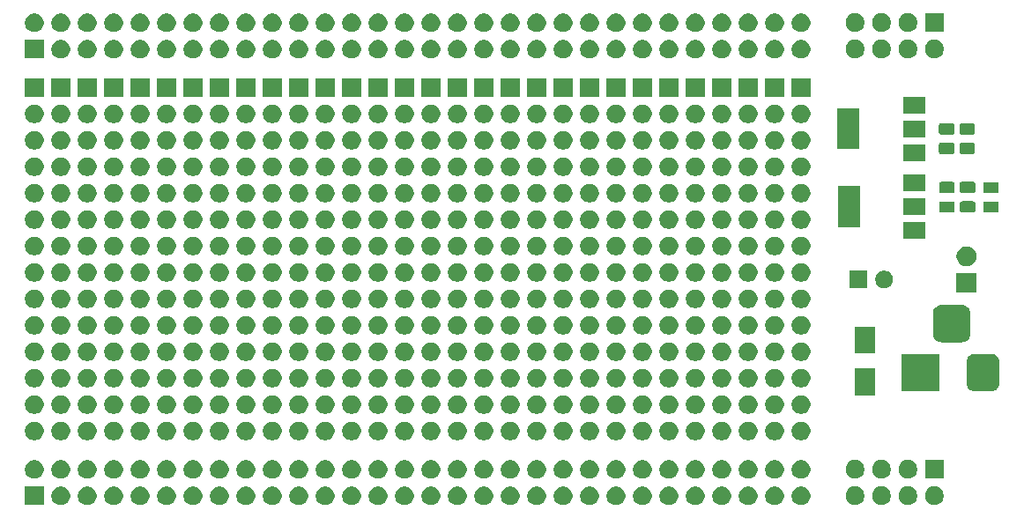
<source format=gbr>
G04 #@! TF.GenerationSoftware,KiCad,Pcbnew,(5.1.6)-1*
G04 #@! TF.CreationDate,2020-06-02T23:24:11+04:00*
G04 #@! TF.ProjectId,Berfboard 2.0-psupply,42657266-626f-4617-9264-20322e302d70,rev?*
G04 #@! TF.SameCoordinates,Original*
G04 #@! TF.FileFunction,Soldermask,Top*
G04 #@! TF.FilePolarity,Negative*
%FSLAX46Y46*%
G04 Gerber Fmt 4.6, Leading zero omitted, Abs format (unit mm)*
G04 Created by KiCad (PCBNEW (5.1.6)-1) date 2020-06-02 23:24:11*
%MOMM*%
%LPD*%
G01*
G04 APERTURE LIST*
%ADD10C,0.100000*%
G04 APERTURE END LIST*
D10*
G36*
X101739000Y-88848500D02*
G01*
X99937000Y-88848500D01*
X99937000Y-87046500D01*
X101739000Y-87046500D01*
X101739000Y-88848500D01*
G37*
G36*
X139051512Y-87051427D02*
G01*
X139200812Y-87081124D01*
X139364784Y-87149044D01*
X139512354Y-87247647D01*
X139637853Y-87373146D01*
X139736456Y-87520716D01*
X139804376Y-87684688D01*
X139839000Y-87858759D01*
X139839000Y-88036241D01*
X139804376Y-88210312D01*
X139736456Y-88374284D01*
X139637853Y-88521854D01*
X139512354Y-88647353D01*
X139364784Y-88745956D01*
X139200812Y-88813876D01*
X139051512Y-88843573D01*
X139026742Y-88848500D01*
X138849258Y-88848500D01*
X138824488Y-88843573D01*
X138675188Y-88813876D01*
X138511216Y-88745956D01*
X138363646Y-88647353D01*
X138238147Y-88521854D01*
X138139544Y-88374284D01*
X138071624Y-88210312D01*
X138037000Y-88036241D01*
X138037000Y-87858759D01*
X138071624Y-87684688D01*
X138139544Y-87520716D01*
X138238147Y-87373146D01*
X138363646Y-87247647D01*
X138511216Y-87149044D01*
X138675188Y-87081124D01*
X138824488Y-87051427D01*
X138849258Y-87046500D01*
X139026742Y-87046500D01*
X139051512Y-87051427D01*
G37*
G36*
X174611512Y-87051427D02*
G01*
X174760812Y-87081124D01*
X174924784Y-87149044D01*
X175072354Y-87247647D01*
X175197853Y-87373146D01*
X175296456Y-87520716D01*
X175364376Y-87684688D01*
X175399000Y-87858759D01*
X175399000Y-88036241D01*
X175364376Y-88210312D01*
X175296456Y-88374284D01*
X175197853Y-88521854D01*
X175072354Y-88647353D01*
X174924784Y-88745956D01*
X174760812Y-88813876D01*
X174611512Y-88843573D01*
X174586742Y-88848500D01*
X174409258Y-88848500D01*
X174384488Y-88843573D01*
X174235188Y-88813876D01*
X174071216Y-88745956D01*
X173923646Y-88647353D01*
X173798147Y-88521854D01*
X173699544Y-88374284D01*
X173631624Y-88210312D01*
X173597000Y-88036241D01*
X173597000Y-87858759D01*
X173631624Y-87684688D01*
X173699544Y-87520716D01*
X173798147Y-87373146D01*
X173923646Y-87247647D01*
X174071216Y-87149044D01*
X174235188Y-87081124D01*
X174384488Y-87051427D01*
X174409258Y-87046500D01*
X174586742Y-87046500D01*
X174611512Y-87051427D01*
G37*
G36*
X169531512Y-87051427D02*
G01*
X169680812Y-87081124D01*
X169844784Y-87149044D01*
X169992354Y-87247647D01*
X170117853Y-87373146D01*
X170216456Y-87520716D01*
X170284376Y-87684688D01*
X170319000Y-87858759D01*
X170319000Y-88036241D01*
X170284376Y-88210312D01*
X170216456Y-88374284D01*
X170117853Y-88521854D01*
X169992354Y-88647353D01*
X169844784Y-88745956D01*
X169680812Y-88813876D01*
X169531512Y-88843573D01*
X169506742Y-88848500D01*
X169329258Y-88848500D01*
X169304488Y-88843573D01*
X169155188Y-88813876D01*
X168991216Y-88745956D01*
X168843646Y-88647353D01*
X168718147Y-88521854D01*
X168619544Y-88374284D01*
X168551624Y-88210312D01*
X168517000Y-88036241D01*
X168517000Y-87858759D01*
X168551624Y-87684688D01*
X168619544Y-87520716D01*
X168718147Y-87373146D01*
X168843646Y-87247647D01*
X168991216Y-87149044D01*
X169155188Y-87081124D01*
X169304488Y-87051427D01*
X169329258Y-87046500D01*
X169506742Y-87046500D01*
X169531512Y-87051427D01*
G37*
G36*
X166991512Y-87051427D02*
G01*
X167140812Y-87081124D01*
X167304784Y-87149044D01*
X167452354Y-87247647D01*
X167577853Y-87373146D01*
X167676456Y-87520716D01*
X167744376Y-87684688D01*
X167779000Y-87858759D01*
X167779000Y-88036241D01*
X167744376Y-88210312D01*
X167676456Y-88374284D01*
X167577853Y-88521854D01*
X167452354Y-88647353D01*
X167304784Y-88745956D01*
X167140812Y-88813876D01*
X166991512Y-88843573D01*
X166966742Y-88848500D01*
X166789258Y-88848500D01*
X166764488Y-88843573D01*
X166615188Y-88813876D01*
X166451216Y-88745956D01*
X166303646Y-88647353D01*
X166178147Y-88521854D01*
X166079544Y-88374284D01*
X166011624Y-88210312D01*
X165977000Y-88036241D01*
X165977000Y-87858759D01*
X166011624Y-87684688D01*
X166079544Y-87520716D01*
X166178147Y-87373146D01*
X166303646Y-87247647D01*
X166451216Y-87149044D01*
X166615188Y-87081124D01*
X166764488Y-87051427D01*
X166789258Y-87046500D01*
X166966742Y-87046500D01*
X166991512Y-87051427D01*
G37*
G36*
X164451512Y-87051427D02*
G01*
X164600812Y-87081124D01*
X164764784Y-87149044D01*
X164912354Y-87247647D01*
X165037853Y-87373146D01*
X165136456Y-87520716D01*
X165204376Y-87684688D01*
X165239000Y-87858759D01*
X165239000Y-88036241D01*
X165204376Y-88210312D01*
X165136456Y-88374284D01*
X165037853Y-88521854D01*
X164912354Y-88647353D01*
X164764784Y-88745956D01*
X164600812Y-88813876D01*
X164451512Y-88843573D01*
X164426742Y-88848500D01*
X164249258Y-88848500D01*
X164224488Y-88843573D01*
X164075188Y-88813876D01*
X163911216Y-88745956D01*
X163763646Y-88647353D01*
X163638147Y-88521854D01*
X163539544Y-88374284D01*
X163471624Y-88210312D01*
X163437000Y-88036241D01*
X163437000Y-87858759D01*
X163471624Y-87684688D01*
X163539544Y-87520716D01*
X163638147Y-87373146D01*
X163763646Y-87247647D01*
X163911216Y-87149044D01*
X164075188Y-87081124D01*
X164224488Y-87051427D01*
X164249258Y-87046500D01*
X164426742Y-87046500D01*
X164451512Y-87051427D01*
G37*
G36*
X161911512Y-87051427D02*
G01*
X162060812Y-87081124D01*
X162224784Y-87149044D01*
X162372354Y-87247647D01*
X162497853Y-87373146D01*
X162596456Y-87520716D01*
X162664376Y-87684688D01*
X162699000Y-87858759D01*
X162699000Y-88036241D01*
X162664376Y-88210312D01*
X162596456Y-88374284D01*
X162497853Y-88521854D01*
X162372354Y-88647353D01*
X162224784Y-88745956D01*
X162060812Y-88813876D01*
X161911512Y-88843573D01*
X161886742Y-88848500D01*
X161709258Y-88848500D01*
X161684488Y-88843573D01*
X161535188Y-88813876D01*
X161371216Y-88745956D01*
X161223646Y-88647353D01*
X161098147Y-88521854D01*
X160999544Y-88374284D01*
X160931624Y-88210312D01*
X160897000Y-88036241D01*
X160897000Y-87858759D01*
X160931624Y-87684688D01*
X160999544Y-87520716D01*
X161098147Y-87373146D01*
X161223646Y-87247647D01*
X161371216Y-87149044D01*
X161535188Y-87081124D01*
X161684488Y-87051427D01*
X161709258Y-87046500D01*
X161886742Y-87046500D01*
X161911512Y-87051427D01*
G37*
G36*
X159371512Y-87051427D02*
G01*
X159520812Y-87081124D01*
X159684784Y-87149044D01*
X159832354Y-87247647D01*
X159957853Y-87373146D01*
X160056456Y-87520716D01*
X160124376Y-87684688D01*
X160159000Y-87858759D01*
X160159000Y-88036241D01*
X160124376Y-88210312D01*
X160056456Y-88374284D01*
X159957853Y-88521854D01*
X159832354Y-88647353D01*
X159684784Y-88745956D01*
X159520812Y-88813876D01*
X159371512Y-88843573D01*
X159346742Y-88848500D01*
X159169258Y-88848500D01*
X159144488Y-88843573D01*
X158995188Y-88813876D01*
X158831216Y-88745956D01*
X158683646Y-88647353D01*
X158558147Y-88521854D01*
X158459544Y-88374284D01*
X158391624Y-88210312D01*
X158357000Y-88036241D01*
X158357000Y-87858759D01*
X158391624Y-87684688D01*
X158459544Y-87520716D01*
X158558147Y-87373146D01*
X158683646Y-87247647D01*
X158831216Y-87149044D01*
X158995188Y-87081124D01*
X159144488Y-87051427D01*
X159169258Y-87046500D01*
X159346742Y-87046500D01*
X159371512Y-87051427D01*
G37*
G36*
X156831512Y-87051427D02*
G01*
X156980812Y-87081124D01*
X157144784Y-87149044D01*
X157292354Y-87247647D01*
X157417853Y-87373146D01*
X157516456Y-87520716D01*
X157584376Y-87684688D01*
X157619000Y-87858759D01*
X157619000Y-88036241D01*
X157584376Y-88210312D01*
X157516456Y-88374284D01*
X157417853Y-88521854D01*
X157292354Y-88647353D01*
X157144784Y-88745956D01*
X156980812Y-88813876D01*
X156831512Y-88843573D01*
X156806742Y-88848500D01*
X156629258Y-88848500D01*
X156604488Y-88843573D01*
X156455188Y-88813876D01*
X156291216Y-88745956D01*
X156143646Y-88647353D01*
X156018147Y-88521854D01*
X155919544Y-88374284D01*
X155851624Y-88210312D01*
X155817000Y-88036241D01*
X155817000Y-87858759D01*
X155851624Y-87684688D01*
X155919544Y-87520716D01*
X156018147Y-87373146D01*
X156143646Y-87247647D01*
X156291216Y-87149044D01*
X156455188Y-87081124D01*
X156604488Y-87051427D01*
X156629258Y-87046500D01*
X156806742Y-87046500D01*
X156831512Y-87051427D01*
G37*
G36*
X154291512Y-87051427D02*
G01*
X154440812Y-87081124D01*
X154604784Y-87149044D01*
X154752354Y-87247647D01*
X154877853Y-87373146D01*
X154976456Y-87520716D01*
X155044376Y-87684688D01*
X155079000Y-87858759D01*
X155079000Y-88036241D01*
X155044376Y-88210312D01*
X154976456Y-88374284D01*
X154877853Y-88521854D01*
X154752354Y-88647353D01*
X154604784Y-88745956D01*
X154440812Y-88813876D01*
X154291512Y-88843573D01*
X154266742Y-88848500D01*
X154089258Y-88848500D01*
X154064488Y-88843573D01*
X153915188Y-88813876D01*
X153751216Y-88745956D01*
X153603646Y-88647353D01*
X153478147Y-88521854D01*
X153379544Y-88374284D01*
X153311624Y-88210312D01*
X153277000Y-88036241D01*
X153277000Y-87858759D01*
X153311624Y-87684688D01*
X153379544Y-87520716D01*
X153478147Y-87373146D01*
X153603646Y-87247647D01*
X153751216Y-87149044D01*
X153915188Y-87081124D01*
X154064488Y-87051427D01*
X154089258Y-87046500D01*
X154266742Y-87046500D01*
X154291512Y-87051427D01*
G37*
G36*
X151751512Y-87051427D02*
G01*
X151900812Y-87081124D01*
X152064784Y-87149044D01*
X152212354Y-87247647D01*
X152337853Y-87373146D01*
X152436456Y-87520716D01*
X152504376Y-87684688D01*
X152539000Y-87858759D01*
X152539000Y-88036241D01*
X152504376Y-88210312D01*
X152436456Y-88374284D01*
X152337853Y-88521854D01*
X152212354Y-88647353D01*
X152064784Y-88745956D01*
X151900812Y-88813876D01*
X151751512Y-88843573D01*
X151726742Y-88848500D01*
X151549258Y-88848500D01*
X151524488Y-88843573D01*
X151375188Y-88813876D01*
X151211216Y-88745956D01*
X151063646Y-88647353D01*
X150938147Y-88521854D01*
X150839544Y-88374284D01*
X150771624Y-88210312D01*
X150737000Y-88036241D01*
X150737000Y-87858759D01*
X150771624Y-87684688D01*
X150839544Y-87520716D01*
X150938147Y-87373146D01*
X151063646Y-87247647D01*
X151211216Y-87149044D01*
X151375188Y-87081124D01*
X151524488Y-87051427D01*
X151549258Y-87046500D01*
X151726742Y-87046500D01*
X151751512Y-87051427D01*
G37*
G36*
X149211512Y-87051427D02*
G01*
X149360812Y-87081124D01*
X149524784Y-87149044D01*
X149672354Y-87247647D01*
X149797853Y-87373146D01*
X149896456Y-87520716D01*
X149964376Y-87684688D01*
X149999000Y-87858759D01*
X149999000Y-88036241D01*
X149964376Y-88210312D01*
X149896456Y-88374284D01*
X149797853Y-88521854D01*
X149672354Y-88647353D01*
X149524784Y-88745956D01*
X149360812Y-88813876D01*
X149211512Y-88843573D01*
X149186742Y-88848500D01*
X149009258Y-88848500D01*
X148984488Y-88843573D01*
X148835188Y-88813876D01*
X148671216Y-88745956D01*
X148523646Y-88647353D01*
X148398147Y-88521854D01*
X148299544Y-88374284D01*
X148231624Y-88210312D01*
X148197000Y-88036241D01*
X148197000Y-87858759D01*
X148231624Y-87684688D01*
X148299544Y-87520716D01*
X148398147Y-87373146D01*
X148523646Y-87247647D01*
X148671216Y-87149044D01*
X148835188Y-87081124D01*
X148984488Y-87051427D01*
X149009258Y-87046500D01*
X149186742Y-87046500D01*
X149211512Y-87051427D01*
G37*
G36*
X146671512Y-87051427D02*
G01*
X146820812Y-87081124D01*
X146984784Y-87149044D01*
X147132354Y-87247647D01*
X147257853Y-87373146D01*
X147356456Y-87520716D01*
X147424376Y-87684688D01*
X147459000Y-87858759D01*
X147459000Y-88036241D01*
X147424376Y-88210312D01*
X147356456Y-88374284D01*
X147257853Y-88521854D01*
X147132354Y-88647353D01*
X146984784Y-88745956D01*
X146820812Y-88813876D01*
X146671512Y-88843573D01*
X146646742Y-88848500D01*
X146469258Y-88848500D01*
X146444488Y-88843573D01*
X146295188Y-88813876D01*
X146131216Y-88745956D01*
X145983646Y-88647353D01*
X145858147Y-88521854D01*
X145759544Y-88374284D01*
X145691624Y-88210312D01*
X145657000Y-88036241D01*
X145657000Y-87858759D01*
X145691624Y-87684688D01*
X145759544Y-87520716D01*
X145858147Y-87373146D01*
X145983646Y-87247647D01*
X146131216Y-87149044D01*
X146295188Y-87081124D01*
X146444488Y-87051427D01*
X146469258Y-87046500D01*
X146646742Y-87046500D01*
X146671512Y-87051427D01*
G37*
G36*
X144131512Y-87051427D02*
G01*
X144280812Y-87081124D01*
X144444784Y-87149044D01*
X144592354Y-87247647D01*
X144717853Y-87373146D01*
X144816456Y-87520716D01*
X144884376Y-87684688D01*
X144919000Y-87858759D01*
X144919000Y-88036241D01*
X144884376Y-88210312D01*
X144816456Y-88374284D01*
X144717853Y-88521854D01*
X144592354Y-88647353D01*
X144444784Y-88745956D01*
X144280812Y-88813876D01*
X144131512Y-88843573D01*
X144106742Y-88848500D01*
X143929258Y-88848500D01*
X143904488Y-88843573D01*
X143755188Y-88813876D01*
X143591216Y-88745956D01*
X143443646Y-88647353D01*
X143318147Y-88521854D01*
X143219544Y-88374284D01*
X143151624Y-88210312D01*
X143117000Y-88036241D01*
X143117000Y-87858759D01*
X143151624Y-87684688D01*
X143219544Y-87520716D01*
X143318147Y-87373146D01*
X143443646Y-87247647D01*
X143591216Y-87149044D01*
X143755188Y-87081124D01*
X143904488Y-87051427D01*
X143929258Y-87046500D01*
X144106742Y-87046500D01*
X144131512Y-87051427D01*
G37*
G36*
X141591512Y-87051427D02*
G01*
X141740812Y-87081124D01*
X141904784Y-87149044D01*
X142052354Y-87247647D01*
X142177853Y-87373146D01*
X142276456Y-87520716D01*
X142344376Y-87684688D01*
X142379000Y-87858759D01*
X142379000Y-88036241D01*
X142344376Y-88210312D01*
X142276456Y-88374284D01*
X142177853Y-88521854D01*
X142052354Y-88647353D01*
X141904784Y-88745956D01*
X141740812Y-88813876D01*
X141591512Y-88843573D01*
X141566742Y-88848500D01*
X141389258Y-88848500D01*
X141364488Y-88843573D01*
X141215188Y-88813876D01*
X141051216Y-88745956D01*
X140903646Y-88647353D01*
X140778147Y-88521854D01*
X140679544Y-88374284D01*
X140611624Y-88210312D01*
X140577000Y-88036241D01*
X140577000Y-87858759D01*
X140611624Y-87684688D01*
X140679544Y-87520716D01*
X140778147Y-87373146D01*
X140903646Y-87247647D01*
X141051216Y-87149044D01*
X141215188Y-87081124D01*
X141364488Y-87051427D01*
X141389258Y-87046500D01*
X141566742Y-87046500D01*
X141591512Y-87051427D01*
G37*
G36*
X172071512Y-87051427D02*
G01*
X172220812Y-87081124D01*
X172384784Y-87149044D01*
X172532354Y-87247647D01*
X172657853Y-87373146D01*
X172756456Y-87520716D01*
X172824376Y-87684688D01*
X172859000Y-87858759D01*
X172859000Y-88036241D01*
X172824376Y-88210312D01*
X172756456Y-88374284D01*
X172657853Y-88521854D01*
X172532354Y-88647353D01*
X172384784Y-88745956D01*
X172220812Y-88813876D01*
X172071512Y-88843573D01*
X172046742Y-88848500D01*
X171869258Y-88848500D01*
X171844488Y-88843573D01*
X171695188Y-88813876D01*
X171531216Y-88745956D01*
X171383646Y-88647353D01*
X171258147Y-88521854D01*
X171159544Y-88374284D01*
X171091624Y-88210312D01*
X171057000Y-88036241D01*
X171057000Y-87858759D01*
X171091624Y-87684688D01*
X171159544Y-87520716D01*
X171258147Y-87373146D01*
X171383646Y-87247647D01*
X171531216Y-87149044D01*
X171695188Y-87081124D01*
X171844488Y-87051427D01*
X171869258Y-87046500D01*
X172046742Y-87046500D01*
X172071512Y-87051427D01*
G37*
G36*
X133971512Y-87051427D02*
G01*
X134120812Y-87081124D01*
X134284784Y-87149044D01*
X134432354Y-87247647D01*
X134557853Y-87373146D01*
X134656456Y-87520716D01*
X134724376Y-87684688D01*
X134759000Y-87858759D01*
X134759000Y-88036241D01*
X134724376Y-88210312D01*
X134656456Y-88374284D01*
X134557853Y-88521854D01*
X134432354Y-88647353D01*
X134284784Y-88745956D01*
X134120812Y-88813876D01*
X133971512Y-88843573D01*
X133946742Y-88848500D01*
X133769258Y-88848500D01*
X133744488Y-88843573D01*
X133595188Y-88813876D01*
X133431216Y-88745956D01*
X133283646Y-88647353D01*
X133158147Y-88521854D01*
X133059544Y-88374284D01*
X132991624Y-88210312D01*
X132957000Y-88036241D01*
X132957000Y-87858759D01*
X132991624Y-87684688D01*
X133059544Y-87520716D01*
X133158147Y-87373146D01*
X133283646Y-87247647D01*
X133431216Y-87149044D01*
X133595188Y-87081124D01*
X133744488Y-87051427D01*
X133769258Y-87046500D01*
X133946742Y-87046500D01*
X133971512Y-87051427D01*
G37*
G36*
X131431512Y-87051427D02*
G01*
X131580812Y-87081124D01*
X131744784Y-87149044D01*
X131892354Y-87247647D01*
X132017853Y-87373146D01*
X132116456Y-87520716D01*
X132184376Y-87684688D01*
X132219000Y-87858759D01*
X132219000Y-88036241D01*
X132184376Y-88210312D01*
X132116456Y-88374284D01*
X132017853Y-88521854D01*
X131892354Y-88647353D01*
X131744784Y-88745956D01*
X131580812Y-88813876D01*
X131431512Y-88843573D01*
X131406742Y-88848500D01*
X131229258Y-88848500D01*
X131204488Y-88843573D01*
X131055188Y-88813876D01*
X130891216Y-88745956D01*
X130743646Y-88647353D01*
X130618147Y-88521854D01*
X130519544Y-88374284D01*
X130451624Y-88210312D01*
X130417000Y-88036241D01*
X130417000Y-87858759D01*
X130451624Y-87684688D01*
X130519544Y-87520716D01*
X130618147Y-87373146D01*
X130743646Y-87247647D01*
X130891216Y-87149044D01*
X131055188Y-87081124D01*
X131204488Y-87051427D01*
X131229258Y-87046500D01*
X131406742Y-87046500D01*
X131431512Y-87051427D01*
G37*
G36*
X128891512Y-87051427D02*
G01*
X129040812Y-87081124D01*
X129204784Y-87149044D01*
X129352354Y-87247647D01*
X129477853Y-87373146D01*
X129576456Y-87520716D01*
X129644376Y-87684688D01*
X129679000Y-87858759D01*
X129679000Y-88036241D01*
X129644376Y-88210312D01*
X129576456Y-88374284D01*
X129477853Y-88521854D01*
X129352354Y-88647353D01*
X129204784Y-88745956D01*
X129040812Y-88813876D01*
X128891512Y-88843573D01*
X128866742Y-88848500D01*
X128689258Y-88848500D01*
X128664488Y-88843573D01*
X128515188Y-88813876D01*
X128351216Y-88745956D01*
X128203646Y-88647353D01*
X128078147Y-88521854D01*
X127979544Y-88374284D01*
X127911624Y-88210312D01*
X127877000Y-88036241D01*
X127877000Y-87858759D01*
X127911624Y-87684688D01*
X127979544Y-87520716D01*
X128078147Y-87373146D01*
X128203646Y-87247647D01*
X128351216Y-87149044D01*
X128515188Y-87081124D01*
X128664488Y-87051427D01*
X128689258Y-87046500D01*
X128866742Y-87046500D01*
X128891512Y-87051427D01*
G37*
G36*
X126351512Y-87051427D02*
G01*
X126500812Y-87081124D01*
X126664784Y-87149044D01*
X126812354Y-87247647D01*
X126937853Y-87373146D01*
X127036456Y-87520716D01*
X127104376Y-87684688D01*
X127139000Y-87858759D01*
X127139000Y-88036241D01*
X127104376Y-88210312D01*
X127036456Y-88374284D01*
X126937853Y-88521854D01*
X126812354Y-88647353D01*
X126664784Y-88745956D01*
X126500812Y-88813876D01*
X126351512Y-88843573D01*
X126326742Y-88848500D01*
X126149258Y-88848500D01*
X126124488Y-88843573D01*
X125975188Y-88813876D01*
X125811216Y-88745956D01*
X125663646Y-88647353D01*
X125538147Y-88521854D01*
X125439544Y-88374284D01*
X125371624Y-88210312D01*
X125337000Y-88036241D01*
X125337000Y-87858759D01*
X125371624Y-87684688D01*
X125439544Y-87520716D01*
X125538147Y-87373146D01*
X125663646Y-87247647D01*
X125811216Y-87149044D01*
X125975188Y-87081124D01*
X126124488Y-87051427D01*
X126149258Y-87046500D01*
X126326742Y-87046500D01*
X126351512Y-87051427D01*
G37*
G36*
X123811512Y-87051427D02*
G01*
X123960812Y-87081124D01*
X124124784Y-87149044D01*
X124272354Y-87247647D01*
X124397853Y-87373146D01*
X124496456Y-87520716D01*
X124564376Y-87684688D01*
X124599000Y-87858759D01*
X124599000Y-88036241D01*
X124564376Y-88210312D01*
X124496456Y-88374284D01*
X124397853Y-88521854D01*
X124272354Y-88647353D01*
X124124784Y-88745956D01*
X123960812Y-88813876D01*
X123811512Y-88843573D01*
X123786742Y-88848500D01*
X123609258Y-88848500D01*
X123584488Y-88843573D01*
X123435188Y-88813876D01*
X123271216Y-88745956D01*
X123123646Y-88647353D01*
X122998147Y-88521854D01*
X122899544Y-88374284D01*
X122831624Y-88210312D01*
X122797000Y-88036241D01*
X122797000Y-87858759D01*
X122831624Y-87684688D01*
X122899544Y-87520716D01*
X122998147Y-87373146D01*
X123123646Y-87247647D01*
X123271216Y-87149044D01*
X123435188Y-87081124D01*
X123584488Y-87051427D01*
X123609258Y-87046500D01*
X123786742Y-87046500D01*
X123811512Y-87051427D01*
G37*
G36*
X121271512Y-87051427D02*
G01*
X121420812Y-87081124D01*
X121584784Y-87149044D01*
X121732354Y-87247647D01*
X121857853Y-87373146D01*
X121956456Y-87520716D01*
X122024376Y-87684688D01*
X122059000Y-87858759D01*
X122059000Y-88036241D01*
X122024376Y-88210312D01*
X121956456Y-88374284D01*
X121857853Y-88521854D01*
X121732354Y-88647353D01*
X121584784Y-88745956D01*
X121420812Y-88813876D01*
X121271512Y-88843573D01*
X121246742Y-88848500D01*
X121069258Y-88848500D01*
X121044488Y-88843573D01*
X120895188Y-88813876D01*
X120731216Y-88745956D01*
X120583646Y-88647353D01*
X120458147Y-88521854D01*
X120359544Y-88374284D01*
X120291624Y-88210312D01*
X120257000Y-88036241D01*
X120257000Y-87858759D01*
X120291624Y-87684688D01*
X120359544Y-87520716D01*
X120458147Y-87373146D01*
X120583646Y-87247647D01*
X120731216Y-87149044D01*
X120895188Y-87081124D01*
X121044488Y-87051427D01*
X121069258Y-87046500D01*
X121246742Y-87046500D01*
X121271512Y-87051427D01*
G37*
G36*
X118731512Y-87051427D02*
G01*
X118880812Y-87081124D01*
X119044784Y-87149044D01*
X119192354Y-87247647D01*
X119317853Y-87373146D01*
X119416456Y-87520716D01*
X119484376Y-87684688D01*
X119519000Y-87858759D01*
X119519000Y-88036241D01*
X119484376Y-88210312D01*
X119416456Y-88374284D01*
X119317853Y-88521854D01*
X119192354Y-88647353D01*
X119044784Y-88745956D01*
X118880812Y-88813876D01*
X118731512Y-88843573D01*
X118706742Y-88848500D01*
X118529258Y-88848500D01*
X118504488Y-88843573D01*
X118355188Y-88813876D01*
X118191216Y-88745956D01*
X118043646Y-88647353D01*
X117918147Y-88521854D01*
X117819544Y-88374284D01*
X117751624Y-88210312D01*
X117717000Y-88036241D01*
X117717000Y-87858759D01*
X117751624Y-87684688D01*
X117819544Y-87520716D01*
X117918147Y-87373146D01*
X118043646Y-87247647D01*
X118191216Y-87149044D01*
X118355188Y-87081124D01*
X118504488Y-87051427D01*
X118529258Y-87046500D01*
X118706742Y-87046500D01*
X118731512Y-87051427D01*
G37*
G36*
X116191512Y-87051427D02*
G01*
X116340812Y-87081124D01*
X116504784Y-87149044D01*
X116652354Y-87247647D01*
X116777853Y-87373146D01*
X116876456Y-87520716D01*
X116944376Y-87684688D01*
X116979000Y-87858759D01*
X116979000Y-88036241D01*
X116944376Y-88210312D01*
X116876456Y-88374284D01*
X116777853Y-88521854D01*
X116652354Y-88647353D01*
X116504784Y-88745956D01*
X116340812Y-88813876D01*
X116191512Y-88843573D01*
X116166742Y-88848500D01*
X115989258Y-88848500D01*
X115964488Y-88843573D01*
X115815188Y-88813876D01*
X115651216Y-88745956D01*
X115503646Y-88647353D01*
X115378147Y-88521854D01*
X115279544Y-88374284D01*
X115211624Y-88210312D01*
X115177000Y-88036241D01*
X115177000Y-87858759D01*
X115211624Y-87684688D01*
X115279544Y-87520716D01*
X115378147Y-87373146D01*
X115503646Y-87247647D01*
X115651216Y-87149044D01*
X115815188Y-87081124D01*
X115964488Y-87051427D01*
X115989258Y-87046500D01*
X116166742Y-87046500D01*
X116191512Y-87051427D01*
G37*
G36*
X113651512Y-87051427D02*
G01*
X113800812Y-87081124D01*
X113964784Y-87149044D01*
X114112354Y-87247647D01*
X114237853Y-87373146D01*
X114336456Y-87520716D01*
X114404376Y-87684688D01*
X114439000Y-87858759D01*
X114439000Y-88036241D01*
X114404376Y-88210312D01*
X114336456Y-88374284D01*
X114237853Y-88521854D01*
X114112354Y-88647353D01*
X113964784Y-88745956D01*
X113800812Y-88813876D01*
X113651512Y-88843573D01*
X113626742Y-88848500D01*
X113449258Y-88848500D01*
X113424488Y-88843573D01*
X113275188Y-88813876D01*
X113111216Y-88745956D01*
X112963646Y-88647353D01*
X112838147Y-88521854D01*
X112739544Y-88374284D01*
X112671624Y-88210312D01*
X112637000Y-88036241D01*
X112637000Y-87858759D01*
X112671624Y-87684688D01*
X112739544Y-87520716D01*
X112838147Y-87373146D01*
X112963646Y-87247647D01*
X113111216Y-87149044D01*
X113275188Y-87081124D01*
X113424488Y-87051427D01*
X113449258Y-87046500D01*
X113626742Y-87046500D01*
X113651512Y-87051427D01*
G37*
G36*
X111111512Y-87051427D02*
G01*
X111260812Y-87081124D01*
X111424784Y-87149044D01*
X111572354Y-87247647D01*
X111697853Y-87373146D01*
X111796456Y-87520716D01*
X111864376Y-87684688D01*
X111899000Y-87858759D01*
X111899000Y-88036241D01*
X111864376Y-88210312D01*
X111796456Y-88374284D01*
X111697853Y-88521854D01*
X111572354Y-88647353D01*
X111424784Y-88745956D01*
X111260812Y-88813876D01*
X111111512Y-88843573D01*
X111086742Y-88848500D01*
X110909258Y-88848500D01*
X110884488Y-88843573D01*
X110735188Y-88813876D01*
X110571216Y-88745956D01*
X110423646Y-88647353D01*
X110298147Y-88521854D01*
X110199544Y-88374284D01*
X110131624Y-88210312D01*
X110097000Y-88036241D01*
X110097000Y-87858759D01*
X110131624Y-87684688D01*
X110199544Y-87520716D01*
X110298147Y-87373146D01*
X110423646Y-87247647D01*
X110571216Y-87149044D01*
X110735188Y-87081124D01*
X110884488Y-87051427D01*
X110909258Y-87046500D01*
X111086742Y-87046500D01*
X111111512Y-87051427D01*
G37*
G36*
X108571512Y-87051427D02*
G01*
X108720812Y-87081124D01*
X108884784Y-87149044D01*
X109032354Y-87247647D01*
X109157853Y-87373146D01*
X109256456Y-87520716D01*
X109324376Y-87684688D01*
X109359000Y-87858759D01*
X109359000Y-88036241D01*
X109324376Y-88210312D01*
X109256456Y-88374284D01*
X109157853Y-88521854D01*
X109032354Y-88647353D01*
X108884784Y-88745956D01*
X108720812Y-88813876D01*
X108571512Y-88843573D01*
X108546742Y-88848500D01*
X108369258Y-88848500D01*
X108344488Y-88843573D01*
X108195188Y-88813876D01*
X108031216Y-88745956D01*
X107883646Y-88647353D01*
X107758147Y-88521854D01*
X107659544Y-88374284D01*
X107591624Y-88210312D01*
X107557000Y-88036241D01*
X107557000Y-87858759D01*
X107591624Y-87684688D01*
X107659544Y-87520716D01*
X107758147Y-87373146D01*
X107883646Y-87247647D01*
X108031216Y-87149044D01*
X108195188Y-87081124D01*
X108344488Y-87051427D01*
X108369258Y-87046500D01*
X108546742Y-87046500D01*
X108571512Y-87051427D01*
G37*
G36*
X106031512Y-87051427D02*
G01*
X106180812Y-87081124D01*
X106344784Y-87149044D01*
X106492354Y-87247647D01*
X106617853Y-87373146D01*
X106716456Y-87520716D01*
X106784376Y-87684688D01*
X106819000Y-87858759D01*
X106819000Y-88036241D01*
X106784376Y-88210312D01*
X106716456Y-88374284D01*
X106617853Y-88521854D01*
X106492354Y-88647353D01*
X106344784Y-88745956D01*
X106180812Y-88813876D01*
X106031512Y-88843573D01*
X106006742Y-88848500D01*
X105829258Y-88848500D01*
X105804488Y-88843573D01*
X105655188Y-88813876D01*
X105491216Y-88745956D01*
X105343646Y-88647353D01*
X105218147Y-88521854D01*
X105119544Y-88374284D01*
X105051624Y-88210312D01*
X105017000Y-88036241D01*
X105017000Y-87858759D01*
X105051624Y-87684688D01*
X105119544Y-87520716D01*
X105218147Y-87373146D01*
X105343646Y-87247647D01*
X105491216Y-87149044D01*
X105655188Y-87081124D01*
X105804488Y-87051427D01*
X105829258Y-87046500D01*
X106006742Y-87046500D01*
X106031512Y-87051427D01*
G37*
G36*
X103491512Y-87051427D02*
G01*
X103640812Y-87081124D01*
X103804784Y-87149044D01*
X103952354Y-87247647D01*
X104077853Y-87373146D01*
X104176456Y-87520716D01*
X104244376Y-87684688D01*
X104279000Y-87858759D01*
X104279000Y-88036241D01*
X104244376Y-88210312D01*
X104176456Y-88374284D01*
X104077853Y-88521854D01*
X103952354Y-88647353D01*
X103804784Y-88745956D01*
X103640812Y-88813876D01*
X103491512Y-88843573D01*
X103466742Y-88848500D01*
X103289258Y-88848500D01*
X103264488Y-88843573D01*
X103115188Y-88813876D01*
X102951216Y-88745956D01*
X102803646Y-88647353D01*
X102678147Y-88521854D01*
X102579544Y-88374284D01*
X102511624Y-88210312D01*
X102477000Y-88036241D01*
X102477000Y-87858759D01*
X102511624Y-87684688D01*
X102579544Y-87520716D01*
X102678147Y-87373146D01*
X102803646Y-87247647D01*
X102951216Y-87149044D01*
X103115188Y-87081124D01*
X103264488Y-87051427D01*
X103289258Y-87046500D01*
X103466742Y-87046500D01*
X103491512Y-87051427D01*
G37*
G36*
X136511512Y-87051427D02*
G01*
X136660812Y-87081124D01*
X136824784Y-87149044D01*
X136972354Y-87247647D01*
X137097853Y-87373146D01*
X137196456Y-87520716D01*
X137264376Y-87684688D01*
X137299000Y-87858759D01*
X137299000Y-88036241D01*
X137264376Y-88210312D01*
X137196456Y-88374284D01*
X137097853Y-88521854D01*
X136972354Y-88647353D01*
X136824784Y-88745956D01*
X136660812Y-88813876D01*
X136511512Y-88843573D01*
X136486742Y-88848500D01*
X136309258Y-88848500D01*
X136284488Y-88843573D01*
X136135188Y-88813876D01*
X135971216Y-88745956D01*
X135823646Y-88647353D01*
X135698147Y-88521854D01*
X135599544Y-88374284D01*
X135531624Y-88210312D01*
X135497000Y-88036241D01*
X135497000Y-87858759D01*
X135531624Y-87684688D01*
X135599544Y-87520716D01*
X135698147Y-87373146D01*
X135823646Y-87247647D01*
X135971216Y-87149044D01*
X136135188Y-87081124D01*
X136284488Y-87051427D01*
X136309258Y-87046500D01*
X136486742Y-87046500D01*
X136511512Y-87051427D01*
G37*
G36*
X184885812Y-87038727D02*
G01*
X185035112Y-87068424D01*
X185199084Y-87136344D01*
X185346654Y-87234947D01*
X185472153Y-87360446D01*
X185570756Y-87508016D01*
X185638676Y-87671988D01*
X185673300Y-87846059D01*
X185673300Y-88023541D01*
X185638676Y-88197612D01*
X185570756Y-88361584D01*
X185472153Y-88509154D01*
X185346654Y-88634653D01*
X185199084Y-88733256D01*
X185035112Y-88801176D01*
X184885812Y-88830873D01*
X184861042Y-88835800D01*
X184683558Y-88835800D01*
X184658788Y-88830873D01*
X184509488Y-88801176D01*
X184345516Y-88733256D01*
X184197946Y-88634653D01*
X184072447Y-88509154D01*
X183973844Y-88361584D01*
X183905924Y-88197612D01*
X183871300Y-88023541D01*
X183871300Y-87846059D01*
X183905924Y-87671988D01*
X183973844Y-87508016D01*
X184072447Y-87360446D01*
X184197946Y-87234947D01*
X184345516Y-87136344D01*
X184509488Y-87068424D01*
X184658788Y-87038727D01*
X184683558Y-87033800D01*
X184861042Y-87033800D01*
X184885812Y-87038727D01*
G37*
G36*
X182345812Y-87038727D02*
G01*
X182495112Y-87068424D01*
X182659084Y-87136344D01*
X182806654Y-87234947D01*
X182932153Y-87360446D01*
X183030756Y-87508016D01*
X183098676Y-87671988D01*
X183133300Y-87846059D01*
X183133300Y-88023541D01*
X183098676Y-88197612D01*
X183030756Y-88361584D01*
X182932153Y-88509154D01*
X182806654Y-88634653D01*
X182659084Y-88733256D01*
X182495112Y-88801176D01*
X182345812Y-88830873D01*
X182321042Y-88835800D01*
X182143558Y-88835800D01*
X182118788Y-88830873D01*
X181969488Y-88801176D01*
X181805516Y-88733256D01*
X181657946Y-88634653D01*
X181532447Y-88509154D01*
X181433844Y-88361584D01*
X181365924Y-88197612D01*
X181331300Y-88023541D01*
X181331300Y-87846059D01*
X181365924Y-87671988D01*
X181433844Y-87508016D01*
X181532447Y-87360446D01*
X181657946Y-87234947D01*
X181805516Y-87136344D01*
X181969488Y-87068424D01*
X182118788Y-87038727D01*
X182143558Y-87033800D01*
X182321042Y-87033800D01*
X182345812Y-87038727D01*
G37*
G36*
X179805812Y-87038727D02*
G01*
X179955112Y-87068424D01*
X180119084Y-87136344D01*
X180266654Y-87234947D01*
X180392153Y-87360446D01*
X180490756Y-87508016D01*
X180558676Y-87671988D01*
X180593300Y-87846059D01*
X180593300Y-88023541D01*
X180558676Y-88197612D01*
X180490756Y-88361584D01*
X180392153Y-88509154D01*
X180266654Y-88634653D01*
X180119084Y-88733256D01*
X179955112Y-88801176D01*
X179805812Y-88830873D01*
X179781042Y-88835800D01*
X179603558Y-88835800D01*
X179578788Y-88830873D01*
X179429488Y-88801176D01*
X179265516Y-88733256D01*
X179117946Y-88634653D01*
X178992447Y-88509154D01*
X178893844Y-88361584D01*
X178825924Y-88197612D01*
X178791300Y-88023541D01*
X178791300Y-87846059D01*
X178825924Y-87671988D01*
X178893844Y-87508016D01*
X178992447Y-87360446D01*
X179117946Y-87234947D01*
X179265516Y-87136344D01*
X179429488Y-87068424D01*
X179578788Y-87038727D01*
X179603558Y-87033800D01*
X179781042Y-87033800D01*
X179805812Y-87038727D01*
G37*
G36*
X187425812Y-87038727D02*
G01*
X187575112Y-87068424D01*
X187739084Y-87136344D01*
X187886654Y-87234947D01*
X188012153Y-87360446D01*
X188110756Y-87508016D01*
X188178676Y-87671988D01*
X188213300Y-87846059D01*
X188213300Y-88023541D01*
X188178676Y-88197612D01*
X188110756Y-88361584D01*
X188012153Y-88509154D01*
X187886654Y-88634653D01*
X187739084Y-88733256D01*
X187575112Y-88801176D01*
X187425812Y-88830873D01*
X187401042Y-88835800D01*
X187223558Y-88835800D01*
X187198788Y-88830873D01*
X187049488Y-88801176D01*
X186885516Y-88733256D01*
X186737946Y-88634653D01*
X186612447Y-88509154D01*
X186513844Y-88361584D01*
X186445924Y-88197612D01*
X186411300Y-88023541D01*
X186411300Y-87846059D01*
X186445924Y-87671988D01*
X186513844Y-87508016D01*
X186612447Y-87360446D01*
X186737946Y-87234947D01*
X186885516Y-87136344D01*
X187049488Y-87068424D01*
X187198788Y-87038727D01*
X187223558Y-87033800D01*
X187401042Y-87033800D01*
X187425812Y-87038727D01*
G37*
G36*
X136511512Y-84511427D02*
G01*
X136660812Y-84541124D01*
X136824784Y-84609044D01*
X136972354Y-84707647D01*
X137097853Y-84833146D01*
X137196456Y-84980716D01*
X137264376Y-85144688D01*
X137299000Y-85318759D01*
X137299000Y-85496241D01*
X137264376Y-85670312D01*
X137196456Y-85834284D01*
X137097853Y-85981854D01*
X136972354Y-86107353D01*
X136824784Y-86205956D01*
X136660812Y-86273876D01*
X136511512Y-86303573D01*
X136486742Y-86308500D01*
X136309258Y-86308500D01*
X136284488Y-86303573D01*
X136135188Y-86273876D01*
X135971216Y-86205956D01*
X135823646Y-86107353D01*
X135698147Y-85981854D01*
X135599544Y-85834284D01*
X135531624Y-85670312D01*
X135497000Y-85496241D01*
X135497000Y-85318759D01*
X135531624Y-85144688D01*
X135599544Y-84980716D01*
X135698147Y-84833146D01*
X135823646Y-84707647D01*
X135971216Y-84609044D01*
X136135188Y-84541124D01*
X136284488Y-84511427D01*
X136309258Y-84506500D01*
X136486742Y-84506500D01*
X136511512Y-84511427D01*
G37*
G36*
X151751512Y-84511427D02*
G01*
X151900812Y-84541124D01*
X152064784Y-84609044D01*
X152212354Y-84707647D01*
X152337853Y-84833146D01*
X152436456Y-84980716D01*
X152504376Y-85144688D01*
X152539000Y-85318759D01*
X152539000Y-85496241D01*
X152504376Y-85670312D01*
X152436456Y-85834284D01*
X152337853Y-85981854D01*
X152212354Y-86107353D01*
X152064784Y-86205956D01*
X151900812Y-86273876D01*
X151751512Y-86303573D01*
X151726742Y-86308500D01*
X151549258Y-86308500D01*
X151524488Y-86303573D01*
X151375188Y-86273876D01*
X151211216Y-86205956D01*
X151063646Y-86107353D01*
X150938147Y-85981854D01*
X150839544Y-85834284D01*
X150771624Y-85670312D01*
X150737000Y-85496241D01*
X150737000Y-85318759D01*
X150771624Y-85144688D01*
X150839544Y-84980716D01*
X150938147Y-84833146D01*
X151063646Y-84707647D01*
X151211216Y-84609044D01*
X151375188Y-84541124D01*
X151524488Y-84511427D01*
X151549258Y-84506500D01*
X151726742Y-84506500D01*
X151751512Y-84511427D01*
G37*
G36*
X111111512Y-84511427D02*
G01*
X111260812Y-84541124D01*
X111424784Y-84609044D01*
X111572354Y-84707647D01*
X111697853Y-84833146D01*
X111796456Y-84980716D01*
X111864376Y-85144688D01*
X111899000Y-85318759D01*
X111899000Y-85496241D01*
X111864376Y-85670312D01*
X111796456Y-85834284D01*
X111697853Y-85981854D01*
X111572354Y-86107353D01*
X111424784Y-86205956D01*
X111260812Y-86273876D01*
X111111512Y-86303573D01*
X111086742Y-86308500D01*
X110909258Y-86308500D01*
X110884488Y-86303573D01*
X110735188Y-86273876D01*
X110571216Y-86205956D01*
X110423646Y-86107353D01*
X110298147Y-85981854D01*
X110199544Y-85834284D01*
X110131624Y-85670312D01*
X110097000Y-85496241D01*
X110097000Y-85318759D01*
X110131624Y-85144688D01*
X110199544Y-84980716D01*
X110298147Y-84833146D01*
X110423646Y-84707647D01*
X110571216Y-84609044D01*
X110735188Y-84541124D01*
X110884488Y-84511427D01*
X110909258Y-84506500D01*
X111086742Y-84506500D01*
X111111512Y-84511427D01*
G37*
G36*
X149211512Y-84511427D02*
G01*
X149360812Y-84541124D01*
X149524784Y-84609044D01*
X149672354Y-84707647D01*
X149797853Y-84833146D01*
X149896456Y-84980716D01*
X149964376Y-85144688D01*
X149999000Y-85318759D01*
X149999000Y-85496241D01*
X149964376Y-85670312D01*
X149896456Y-85834284D01*
X149797853Y-85981854D01*
X149672354Y-86107353D01*
X149524784Y-86205956D01*
X149360812Y-86273876D01*
X149211512Y-86303573D01*
X149186742Y-86308500D01*
X149009258Y-86308500D01*
X148984488Y-86303573D01*
X148835188Y-86273876D01*
X148671216Y-86205956D01*
X148523646Y-86107353D01*
X148398147Y-85981854D01*
X148299544Y-85834284D01*
X148231624Y-85670312D01*
X148197000Y-85496241D01*
X148197000Y-85318759D01*
X148231624Y-85144688D01*
X148299544Y-84980716D01*
X148398147Y-84833146D01*
X148523646Y-84707647D01*
X148671216Y-84609044D01*
X148835188Y-84541124D01*
X148984488Y-84511427D01*
X149009258Y-84506500D01*
X149186742Y-84506500D01*
X149211512Y-84511427D01*
G37*
G36*
X139051512Y-84511427D02*
G01*
X139200812Y-84541124D01*
X139364784Y-84609044D01*
X139512354Y-84707647D01*
X139637853Y-84833146D01*
X139736456Y-84980716D01*
X139804376Y-85144688D01*
X139839000Y-85318759D01*
X139839000Y-85496241D01*
X139804376Y-85670312D01*
X139736456Y-85834284D01*
X139637853Y-85981854D01*
X139512354Y-86107353D01*
X139364784Y-86205956D01*
X139200812Y-86273876D01*
X139051512Y-86303573D01*
X139026742Y-86308500D01*
X138849258Y-86308500D01*
X138824488Y-86303573D01*
X138675188Y-86273876D01*
X138511216Y-86205956D01*
X138363646Y-86107353D01*
X138238147Y-85981854D01*
X138139544Y-85834284D01*
X138071624Y-85670312D01*
X138037000Y-85496241D01*
X138037000Y-85318759D01*
X138071624Y-85144688D01*
X138139544Y-84980716D01*
X138238147Y-84833146D01*
X138363646Y-84707647D01*
X138511216Y-84609044D01*
X138675188Y-84541124D01*
X138824488Y-84511427D01*
X138849258Y-84506500D01*
X139026742Y-84506500D01*
X139051512Y-84511427D01*
G37*
G36*
X146671512Y-84511427D02*
G01*
X146820812Y-84541124D01*
X146984784Y-84609044D01*
X147132354Y-84707647D01*
X147257853Y-84833146D01*
X147356456Y-84980716D01*
X147424376Y-85144688D01*
X147459000Y-85318759D01*
X147459000Y-85496241D01*
X147424376Y-85670312D01*
X147356456Y-85834284D01*
X147257853Y-85981854D01*
X147132354Y-86107353D01*
X146984784Y-86205956D01*
X146820812Y-86273876D01*
X146671512Y-86303573D01*
X146646742Y-86308500D01*
X146469258Y-86308500D01*
X146444488Y-86303573D01*
X146295188Y-86273876D01*
X146131216Y-86205956D01*
X145983646Y-86107353D01*
X145858147Y-85981854D01*
X145759544Y-85834284D01*
X145691624Y-85670312D01*
X145657000Y-85496241D01*
X145657000Y-85318759D01*
X145691624Y-85144688D01*
X145759544Y-84980716D01*
X145858147Y-84833146D01*
X145983646Y-84707647D01*
X146131216Y-84609044D01*
X146295188Y-84541124D01*
X146444488Y-84511427D01*
X146469258Y-84506500D01*
X146646742Y-84506500D01*
X146671512Y-84511427D01*
G37*
G36*
X113651512Y-84511427D02*
G01*
X113800812Y-84541124D01*
X113964784Y-84609044D01*
X114112354Y-84707647D01*
X114237853Y-84833146D01*
X114336456Y-84980716D01*
X114404376Y-85144688D01*
X114439000Y-85318759D01*
X114439000Y-85496241D01*
X114404376Y-85670312D01*
X114336456Y-85834284D01*
X114237853Y-85981854D01*
X114112354Y-86107353D01*
X113964784Y-86205956D01*
X113800812Y-86273876D01*
X113651512Y-86303573D01*
X113626742Y-86308500D01*
X113449258Y-86308500D01*
X113424488Y-86303573D01*
X113275188Y-86273876D01*
X113111216Y-86205956D01*
X112963646Y-86107353D01*
X112838147Y-85981854D01*
X112739544Y-85834284D01*
X112671624Y-85670312D01*
X112637000Y-85496241D01*
X112637000Y-85318759D01*
X112671624Y-85144688D01*
X112739544Y-84980716D01*
X112838147Y-84833146D01*
X112963646Y-84707647D01*
X113111216Y-84609044D01*
X113275188Y-84541124D01*
X113424488Y-84511427D01*
X113449258Y-84506500D01*
X113626742Y-84506500D01*
X113651512Y-84511427D01*
G37*
G36*
X144131512Y-84511427D02*
G01*
X144280812Y-84541124D01*
X144444784Y-84609044D01*
X144592354Y-84707647D01*
X144717853Y-84833146D01*
X144816456Y-84980716D01*
X144884376Y-85144688D01*
X144919000Y-85318759D01*
X144919000Y-85496241D01*
X144884376Y-85670312D01*
X144816456Y-85834284D01*
X144717853Y-85981854D01*
X144592354Y-86107353D01*
X144444784Y-86205956D01*
X144280812Y-86273876D01*
X144131512Y-86303573D01*
X144106742Y-86308500D01*
X143929258Y-86308500D01*
X143904488Y-86303573D01*
X143755188Y-86273876D01*
X143591216Y-86205956D01*
X143443646Y-86107353D01*
X143318147Y-85981854D01*
X143219544Y-85834284D01*
X143151624Y-85670312D01*
X143117000Y-85496241D01*
X143117000Y-85318759D01*
X143151624Y-85144688D01*
X143219544Y-84980716D01*
X143318147Y-84833146D01*
X143443646Y-84707647D01*
X143591216Y-84609044D01*
X143755188Y-84541124D01*
X143904488Y-84511427D01*
X143929258Y-84506500D01*
X144106742Y-84506500D01*
X144131512Y-84511427D01*
G37*
G36*
X116191512Y-84511427D02*
G01*
X116340812Y-84541124D01*
X116504784Y-84609044D01*
X116652354Y-84707647D01*
X116777853Y-84833146D01*
X116876456Y-84980716D01*
X116944376Y-85144688D01*
X116979000Y-85318759D01*
X116979000Y-85496241D01*
X116944376Y-85670312D01*
X116876456Y-85834284D01*
X116777853Y-85981854D01*
X116652354Y-86107353D01*
X116504784Y-86205956D01*
X116340812Y-86273876D01*
X116191512Y-86303573D01*
X116166742Y-86308500D01*
X115989258Y-86308500D01*
X115964488Y-86303573D01*
X115815188Y-86273876D01*
X115651216Y-86205956D01*
X115503646Y-86107353D01*
X115378147Y-85981854D01*
X115279544Y-85834284D01*
X115211624Y-85670312D01*
X115177000Y-85496241D01*
X115177000Y-85318759D01*
X115211624Y-85144688D01*
X115279544Y-84980716D01*
X115378147Y-84833146D01*
X115503646Y-84707647D01*
X115651216Y-84609044D01*
X115815188Y-84541124D01*
X115964488Y-84511427D01*
X115989258Y-84506500D01*
X116166742Y-84506500D01*
X116191512Y-84511427D01*
G37*
G36*
X166991512Y-84511427D02*
G01*
X167140812Y-84541124D01*
X167304784Y-84609044D01*
X167452354Y-84707647D01*
X167577853Y-84833146D01*
X167676456Y-84980716D01*
X167744376Y-85144688D01*
X167779000Y-85318759D01*
X167779000Y-85496241D01*
X167744376Y-85670312D01*
X167676456Y-85834284D01*
X167577853Y-85981854D01*
X167452354Y-86107353D01*
X167304784Y-86205956D01*
X167140812Y-86273876D01*
X166991512Y-86303573D01*
X166966742Y-86308500D01*
X166789258Y-86308500D01*
X166764488Y-86303573D01*
X166615188Y-86273876D01*
X166451216Y-86205956D01*
X166303646Y-86107353D01*
X166178147Y-85981854D01*
X166079544Y-85834284D01*
X166011624Y-85670312D01*
X165977000Y-85496241D01*
X165977000Y-85318759D01*
X166011624Y-85144688D01*
X166079544Y-84980716D01*
X166178147Y-84833146D01*
X166303646Y-84707647D01*
X166451216Y-84609044D01*
X166615188Y-84541124D01*
X166764488Y-84511427D01*
X166789258Y-84506500D01*
X166966742Y-84506500D01*
X166991512Y-84511427D01*
G37*
G36*
X164451512Y-84511427D02*
G01*
X164600812Y-84541124D01*
X164764784Y-84609044D01*
X164912354Y-84707647D01*
X165037853Y-84833146D01*
X165136456Y-84980716D01*
X165204376Y-85144688D01*
X165239000Y-85318759D01*
X165239000Y-85496241D01*
X165204376Y-85670312D01*
X165136456Y-85834284D01*
X165037853Y-85981854D01*
X164912354Y-86107353D01*
X164764784Y-86205956D01*
X164600812Y-86273876D01*
X164451512Y-86303573D01*
X164426742Y-86308500D01*
X164249258Y-86308500D01*
X164224488Y-86303573D01*
X164075188Y-86273876D01*
X163911216Y-86205956D01*
X163763646Y-86107353D01*
X163638147Y-85981854D01*
X163539544Y-85834284D01*
X163471624Y-85670312D01*
X163437000Y-85496241D01*
X163437000Y-85318759D01*
X163471624Y-85144688D01*
X163539544Y-84980716D01*
X163638147Y-84833146D01*
X163763646Y-84707647D01*
X163911216Y-84609044D01*
X164075188Y-84541124D01*
X164224488Y-84511427D01*
X164249258Y-84506500D01*
X164426742Y-84506500D01*
X164451512Y-84511427D01*
G37*
G36*
X169531512Y-84511427D02*
G01*
X169680812Y-84541124D01*
X169844784Y-84609044D01*
X169992354Y-84707647D01*
X170117853Y-84833146D01*
X170216456Y-84980716D01*
X170284376Y-85144688D01*
X170319000Y-85318759D01*
X170319000Y-85496241D01*
X170284376Y-85670312D01*
X170216456Y-85834284D01*
X170117853Y-85981854D01*
X169992354Y-86107353D01*
X169844784Y-86205956D01*
X169680812Y-86273876D01*
X169531512Y-86303573D01*
X169506742Y-86308500D01*
X169329258Y-86308500D01*
X169304488Y-86303573D01*
X169155188Y-86273876D01*
X168991216Y-86205956D01*
X168843646Y-86107353D01*
X168718147Y-85981854D01*
X168619544Y-85834284D01*
X168551624Y-85670312D01*
X168517000Y-85496241D01*
X168517000Y-85318759D01*
X168551624Y-85144688D01*
X168619544Y-84980716D01*
X168718147Y-84833146D01*
X168843646Y-84707647D01*
X168991216Y-84609044D01*
X169155188Y-84541124D01*
X169304488Y-84511427D01*
X169329258Y-84506500D01*
X169506742Y-84506500D01*
X169531512Y-84511427D01*
G37*
G36*
X172071512Y-84511427D02*
G01*
X172220812Y-84541124D01*
X172384784Y-84609044D01*
X172532354Y-84707647D01*
X172657853Y-84833146D01*
X172756456Y-84980716D01*
X172824376Y-85144688D01*
X172859000Y-85318759D01*
X172859000Y-85496241D01*
X172824376Y-85670312D01*
X172756456Y-85834284D01*
X172657853Y-85981854D01*
X172532354Y-86107353D01*
X172384784Y-86205956D01*
X172220812Y-86273876D01*
X172071512Y-86303573D01*
X172046742Y-86308500D01*
X171869258Y-86308500D01*
X171844488Y-86303573D01*
X171695188Y-86273876D01*
X171531216Y-86205956D01*
X171383646Y-86107353D01*
X171258147Y-85981854D01*
X171159544Y-85834284D01*
X171091624Y-85670312D01*
X171057000Y-85496241D01*
X171057000Y-85318759D01*
X171091624Y-85144688D01*
X171159544Y-84980716D01*
X171258147Y-84833146D01*
X171383646Y-84707647D01*
X171531216Y-84609044D01*
X171695188Y-84541124D01*
X171844488Y-84511427D01*
X171869258Y-84506500D01*
X172046742Y-84506500D01*
X172071512Y-84511427D01*
G37*
G36*
X174611512Y-84511427D02*
G01*
X174760812Y-84541124D01*
X174924784Y-84609044D01*
X175072354Y-84707647D01*
X175197853Y-84833146D01*
X175296456Y-84980716D01*
X175364376Y-85144688D01*
X175399000Y-85318759D01*
X175399000Y-85496241D01*
X175364376Y-85670312D01*
X175296456Y-85834284D01*
X175197853Y-85981854D01*
X175072354Y-86107353D01*
X174924784Y-86205956D01*
X174760812Y-86273876D01*
X174611512Y-86303573D01*
X174586742Y-86308500D01*
X174409258Y-86308500D01*
X174384488Y-86303573D01*
X174235188Y-86273876D01*
X174071216Y-86205956D01*
X173923646Y-86107353D01*
X173798147Y-85981854D01*
X173699544Y-85834284D01*
X173631624Y-85670312D01*
X173597000Y-85496241D01*
X173597000Y-85318759D01*
X173631624Y-85144688D01*
X173699544Y-84980716D01*
X173798147Y-84833146D01*
X173923646Y-84707647D01*
X174071216Y-84609044D01*
X174235188Y-84541124D01*
X174384488Y-84511427D01*
X174409258Y-84506500D01*
X174586742Y-84506500D01*
X174611512Y-84511427D01*
G37*
G36*
X159371512Y-84511427D02*
G01*
X159520812Y-84541124D01*
X159684784Y-84609044D01*
X159832354Y-84707647D01*
X159957853Y-84833146D01*
X160056456Y-84980716D01*
X160124376Y-85144688D01*
X160159000Y-85318759D01*
X160159000Y-85496241D01*
X160124376Y-85670312D01*
X160056456Y-85834284D01*
X159957853Y-85981854D01*
X159832354Y-86107353D01*
X159684784Y-86205956D01*
X159520812Y-86273876D01*
X159371512Y-86303573D01*
X159346742Y-86308500D01*
X159169258Y-86308500D01*
X159144488Y-86303573D01*
X158995188Y-86273876D01*
X158831216Y-86205956D01*
X158683646Y-86107353D01*
X158558147Y-85981854D01*
X158459544Y-85834284D01*
X158391624Y-85670312D01*
X158357000Y-85496241D01*
X158357000Y-85318759D01*
X158391624Y-85144688D01*
X158459544Y-84980716D01*
X158558147Y-84833146D01*
X158683646Y-84707647D01*
X158831216Y-84609044D01*
X158995188Y-84541124D01*
X159144488Y-84511427D01*
X159169258Y-84506500D01*
X159346742Y-84506500D01*
X159371512Y-84511427D01*
G37*
G36*
X123811512Y-84511427D02*
G01*
X123960812Y-84541124D01*
X124124784Y-84609044D01*
X124272354Y-84707647D01*
X124397853Y-84833146D01*
X124496456Y-84980716D01*
X124564376Y-85144688D01*
X124599000Y-85318759D01*
X124599000Y-85496241D01*
X124564376Y-85670312D01*
X124496456Y-85834284D01*
X124397853Y-85981854D01*
X124272354Y-86107353D01*
X124124784Y-86205956D01*
X123960812Y-86273876D01*
X123811512Y-86303573D01*
X123786742Y-86308500D01*
X123609258Y-86308500D01*
X123584488Y-86303573D01*
X123435188Y-86273876D01*
X123271216Y-86205956D01*
X123123646Y-86107353D01*
X122998147Y-85981854D01*
X122899544Y-85834284D01*
X122831624Y-85670312D01*
X122797000Y-85496241D01*
X122797000Y-85318759D01*
X122831624Y-85144688D01*
X122899544Y-84980716D01*
X122998147Y-84833146D01*
X123123646Y-84707647D01*
X123271216Y-84609044D01*
X123435188Y-84541124D01*
X123584488Y-84511427D01*
X123609258Y-84506500D01*
X123786742Y-84506500D01*
X123811512Y-84511427D01*
G37*
G36*
X103491512Y-84511427D02*
G01*
X103640812Y-84541124D01*
X103804784Y-84609044D01*
X103952354Y-84707647D01*
X104077853Y-84833146D01*
X104176456Y-84980716D01*
X104244376Y-85144688D01*
X104279000Y-85318759D01*
X104279000Y-85496241D01*
X104244376Y-85670312D01*
X104176456Y-85834284D01*
X104077853Y-85981854D01*
X103952354Y-86107353D01*
X103804784Y-86205956D01*
X103640812Y-86273876D01*
X103491512Y-86303573D01*
X103466742Y-86308500D01*
X103289258Y-86308500D01*
X103264488Y-86303573D01*
X103115188Y-86273876D01*
X102951216Y-86205956D01*
X102803646Y-86107353D01*
X102678147Y-85981854D01*
X102579544Y-85834284D01*
X102511624Y-85670312D01*
X102477000Y-85496241D01*
X102477000Y-85318759D01*
X102511624Y-85144688D01*
X102579544Y-84980716D01*
X102678147Y-84833146D01*
X102803646Y-84707647D01*
X102951216Y-84609044D01*
X103115188Y-84541124D01*
X103264488Y-84511427D01*
X103289258Y-84506500D01*
X103466742Y-84506500D01*
X103491512Y-84511427D01*
G37*
G36*
X141591512Y-84511427D02*
G01*
X141740812Y-84541124D01*
X141904784Y-84609044D01*
X142052354Y-84707647D01*
X142177853Y-84833146D01*
X142276456Y-84980716D01*
X142344376Y-85144688D01*
X142379000Y-85318759D01*
X142379000Y-85496241D01*
X142344376Y-85670312D01*
X142276456Y-85834284D01*
X142177853Y-85981854D01*
X142052354Y-86107353D01*
X141904784Y-86205956D01*
X141740812Y-86273876D01*
X141591512Y-86303573D01*
X141566742Y-86308500D01*
X141389258Y-86308500D01*
X141364488Y-86303573D01*
X141215188Y-86273876D01*
X141051216Y-86205956D01*
X140903646Y-86107353D01*
X140778147Y-85981854D01*
X140679544Y-85834284D01*
X140611624Y-85670312D01*
X140577000Y-85496241D01*
X140577000Y-85318759D01*
X140611624Y-85144688D01*
X140679544Y-84980716D01*
X140778147Y-84833146D01*
X140903646Y-84707647D01*
X141051216Y-84609044D01*
X141215188Y-84541124D01*
X141364488Y-84511427D01*
X141389258Y-84506500D01*
X141566742Y-84506500D01*
X141591512Y-84511427D01*
G37*
G36*
X121271512Y-84511427D02*
G01*
X121420812Y-84541124D01*
X121584784Y-84609044D01*
X121732354Y-84707647D01*
X121857853Y-84833146D01*
X121956456Y-84980716D01*
X122024376Y-85144688D01*
X122059000Y-85318759D01*
X122059000Y-85496241D01*
X122024376Y-85670312D01*
X121956456Y-85834284D01*
X121857853Y-85981854D01*
X121732354Y-86107353D01*
X121584784Y-86205956D01*
X121420812Y-86273876D01*
X121271512Y-86303573D01*
X121246742Y-86308500D01*
X121069258Y-86308500D01*
X121044488Y-86303573D01*
X120895188Y-86273876D01*
X120731216Y-86205956D01*
X120583646Y-86107353D01*
X120458147Y-85981854D01*
X120359544Y-85834284D01*
X120291624Y-85670312D01*
X120257000Y-85496241D01*
X120257000Y-85318759D01*
X120291624Y-85144688D01*
X120359544Y-84980716D01*
X120458147Y-84833146D01*
X120583646Y-84707647D01*
X120731216Y-84609044D01*
X120895188Y-84541124D01*
X121044488Y-84511427D01*
X121069258Y-84506500D01*
X121246742Y-84506500D01*
X121271512Y-84511427D01*
G37*
G36*
X161911512Y-84511427D02*
G01*
X162060812Y-84541124D01*
X162224784Y-84609044D01*
X162372354Y-84707647D01*
X162497853Y-84833146D01*
X162596456Y-84980716D01*
X162664376Y-85144688D01*
X162699000Y-85318759D01*
X162699000Y-85496241D01*
X162664376Y-85670312D01*
X162596456Y-85834284D01*
X162497853Y-85981854D01*
X162372354Y-86107353D01*
X162224784Y-86205956D01*
X162060812Y-86273876D01*
X161911512Y-86303573D01*
X161886742Y-86308500D01*
X161709258Y-86308500D01*
X161684488Y-86303573D01*
X161535188Y-86273876D01*
X161371216Y-86205956D01*
X161223646Y-86107353D01*
X161098147Y-85981854D01*
X160999544Y-85834284D01*
X160931624Y-85670312D01*
X160897000Y-85496241D01*
X160897000Y-85318759D01*
X160931624Y-85144688D01*
X160999544Y-84980716D01*
X161098147Y-84833146D01*
X161223646Y-84707647D01*
X161371216Y-84609044D01*
X161535188Y-84541124D01*
X161684488Y-84511427D01*
X161709258Y-84506500D01*
X161886742Y-84506500D01*
X161911512Y-84511427D01*
G37*
G36*
X100951512Y-84511427D02*
G01*
X101100812Y-84541124D01*
X101264784Y-84609044D01*
X101412354Y-84707647D01*
X101537853Y-84833146D01*
X101636456Y-84980716D01*
X101704376Y-85144688D01*
X101739000Y-85318759D01*
X101739000Y-85496241D01*
X101704376Y-85670312D01*
X101636456Y-85834284D01*
X101537853Y-85981854D01*
X101412354Y-86107353D01*
X101264784Y-86205956D01*
X101100812Y-86273876D01*
X100951512Y-86303573D01*
X100926742Y-86308500D01*
X100749258Y-86308500D01*
X100724488Y-86303573D01*
X100575188Y-86273876D01*
X100411216Y-86205956D01*
X100263646Y-86107353D01*
X100138147Y-85981854D01*
X100039544Y-85834284D01*
X99971624Y-85670312D01*
X99937000Y-85496241D01*
X99937000Y-85318759D01*
X99971624Y-85144688D01*
X100039544Y-84980716D01*
X100138147Y-84833146D01*
X100263646Y-84707647D01*
X100411216Y-84609044D01*
X100575188Y-84541124D01*
X100724488Y-84511427D01*
X100749258Y-84506500D01*
X100926742Y-84506500D01*
X100951512Y-84511427D01*
G37*
G36*
X126351512Y-84511427D02*
G01*
X126500812Y-84541124D01*
X126664784Y-84609044D01*
X126812354Y-84707647D01*
X126937853Y-84833146D01*
X127036456Y-84980716D01*
X127104376Y-85144688D01*
X127139000Y-85318759D01*
X127139000Y-85496241D01*
X127104376Y-85670312D01*
X127036456Y-85834284D01*
X126937853Y-85981854D01*
X126812354Y-86107353D01*
X126664784Y-86205956D01*
X126500812Y-86273876D01*
X126351512Y-86303573D01*
X126326742Y-86308500D01*
X126149258Y-86308500D01*
X126124488Y-86303573D01*
X125975188Y-86273876D01*
X125811216Y-86205956D01*
X125663646Y-86107353D01*
X125538147Y-85981854D01*
X125439544Y-85834284D01*
X125371624Y-85670312D01*
X125337000Y-85496241D01*
X125337000Y-85318759D01*
X125371624Y-85144688D01*
X125439544Y-84980716D01*
X125538147Y-84833146D01*
X125663646Y-84707647D01*
X125811216Y-84609044D01*
X125975188Y-84541124D01*
X126124488Y-84511427D01*
X126149258Y-84506500D01*
X126326742Y-84506500D01*
X126351512Y-84511427D01*
G37*
G36*
X128891512Y-84511427D02*
G01*
X129040812Y-84541124D01*
X129204784Y-84609044D01*
X129352354Y-84707647D01*
X129477853Y-84833146D01*
X129576456Y-84980716D01*
X129644376Y-85144688D01*
X129679000Y-85318759D01*
X129679000Y-85496241D01*
X129644376Y-85670312D01*
X129576456Y-85834284D01*
X129477853Y-85981854D01*
X129352354Y-86107353D01*
X129204784Y-86205956D01*
X129040812Y-86273876D01*
X128891512Y-86303573D01*
X128866742Y-86308500D01*
X128689258Y-86308500D01*
X128664488Y-86303573D01*
X128515188Y-86273876D01*
X128351216Y-86205956D01*
X128203646Y-86107353D01*
X128078147Y-85981854D01*
X127979544Y-85834284D01*
X127911624Y-85670312D01*
X127877000Y-85496241D01*
X127877000Y-85318759D01*
X127911624Y-85144688D01*
X127979544Y-84980716D01*
X128078147Y-84833146D01*
X128203646Y-84707647D01*
X128351216Y-84609044D01*
X128515188Y-84541124D01*
X128664488Y-84511427D01*
X128689258Y-84506500D01*
X128866742Y-84506500D01*
X128891512Y-84511427D01*
G37*
G36*
X106031512Y-84511427D02*
G01*
X106180812Y-84541124D01*
X106344784Y-84609044D01*
X106492354Y-84707647D01*
X106617853Y-84833146D01*
X106716456Y-84980716D01*
X106784376Y-85144688D01*
X106819000Y-85318759D01*
X106819000Y-85496241D01*
X106784376Y-85670312D01*
X106716456Y-85834284D01*
X106617853Y-85981854D01*
X106492354Y-86107353D01*
X106344784Y-86205956D01*
X106180812Y-86273876D01*
X106031512Y-86303573D01*
X106006742Y-86308500D01*
X105829258Y-86308500D01*
X105804488Y-86303573D01*
X105655188Y-86273876D01*
X105491216Y-86205956D01*
X105343646Y-86107353D01*
X105218147Y-85981854D01*
X105119544Y-85834284D01*
X105051624Y-85670312D01*
X105017000Y-85496241D01*
X105017000Y-85318759D01*
X105051624Y-85144688D01*
X105119544Y-84980716D01*
X105218147Y-84833146D01*
X105343646Y-84707647D01*
X105491216Y-84609044D01*
X105655188Y-84541124D01*
X105804488Y-84511427D01*
X105829258Y-84506500D01*
X106006742Y-84506500D01*
X106031512Y-84511427D01*
G37*
G36*
X118731512Y-84511427D02*
G01*
X118880812Y-84541124D01*
X119044784Y-84609044D01*
X119192354Y-84707647D01*
X119317853Y-84833146D01*
X119416456Y-84980716D01*
X119484376Y-85144688D01*
X119519000Y-85318759D01*
X119519000Y-85496241D01*
X119484376Y-85670312D01*
X119416456Y-85834284D01*
X119317853Y-85981854D01*
X119192354Y-86107353D01*
X119044784Y-86205956D01*
X118880812Y-86273876D01*
X118731512Y-86303573D01*
X118706742Y-86308500D01*
X118529258Y-86308500D01*
X118504488Y-86303573D01*
X118355188Y-86273876D01*
X118191216Y-86205956D01*
X118043646Y-86107353D01*
X117918147Y-85981854D01*
X117819544Y-85834284D01*
X117751624Y-85670312D01*
X117717000Y-85496241D01*
X117717000Y-85318759D01*
X117751624Y-85144688D01*
X117819544Y-84980716D01*
X117918147Y-84833146D01*
X118043646Y-84707647D01*
X118191216Y-84609044D01*
X118355188Y-84541124D01*
X118504488Y-84511427D01*
X118529258Y-84506500D01*
X118706742Y-84506500D01*
X118731512Y-84511427D01*
G37*
G36*
X156831512Y-84511427D02*
G01*
X156980812Y-84541124D01*
X157144784Y-84609044D01*
X157292354Y-84707647D01*
X157417853Y-84833146D01*
X157516456Y-84980716D01*
X157584376Y-85144688D01*
X157619000Y-85318759D01*
X157619000Y-85496241D01*
X157584376Y-85670312D01*
X157516456Y-85834284D01*
X157417853Y-85981854D01*
X157292354Y-86107353D01*
X157144784Y-86205956D01*
X156980812Y-86273876D01*
X156831512Y-86303573D01*
X156806742Y-86308500D01*
X156629258Y-86308500D01*
X156604488Y-86303573D01*
X156455188Y-86273876D01*
X156291216Y-86205956D01*
X156143646Y-86107353D01*
X156018147Y-85981854D01*
X155919544Y-85834284D01*
X155851624Y-85670312D01*
X155817000Y-85496241D01*
X155817000Y-85318759D01*
X155851624Y-85144688D01*
X155919544Y-84980716D01*
X156018147Y-84833146D01*
X156143646Y-84707647D01*
X156291216Y-84609044D01*
X156455188Y-84541124D01*
X156604488Y-84511427D01*
X156629258Y-84506500D01*
X156806742Y-84506500D01*
X156831512Y-84511427D01*
G37*
G36*
X131431512Y-84511427D02*
G01*
X131580812Y-84541124D01*
X131744784Y-84609044D01*
X131892354Y-84707647D01*
X132017853Y-84833146D01*
X132116456Y-84980716D01*
X132184376Y-85144688D01*
X132219000Y-85318759D01*
X132219000Y-85496241D01*
X132184376Y-85670312D01*
X132116456Y-85834284D01*
X132017853Y-85981854D01*
X131892354Y-86107353D01*
X131744784Y-86205956D01*
X131580812Y-86273876D01*
X131431512Y-86303573D01*
X131406742Y-86308500D01*
X131229258Y-86308500D01*
X131204488Y-86303573D01*
X131055188Y-86273876D01*
X130891216Y-86205956D01*
X130743646Y-86107353D01*
X130618147Y-85981854D01*
X130519544Y-85834284D01*
X130451624Y-85670312D01*
X130417000Y-85496241D01*
X130417000Y-85318759D01*
X130451624Y-85144688D01*
X130519544Y-84980716D01*
X130618147Y-84833146D01*
X130743646Y-84707647D01*
X130891216Y-84609044D01*
X131055188Y-84541124D01*
X131204488Y-84511427D01*
X131229258Y-84506500D01*
X131406742Y-84506500D01*
X131431512Y-84511427D01*
G37*
G36*
X108571512Y-84511427D02*
G01*
X108720812Y-84541124D01*
X108884784Y-84609044D01*
X109032354Y-84707647D01*
X109157853Y-84833146D01*
X109256456Y-84980716D01*
X109324376Y-85144688D01*
X109359000Y-85318759D01*
X109359000Y-85496241D01*
X109324376Y-85670312D01*
X109256456Y-85834284D01*
X109157853Y-85981854D01*
X109032354Y-86107353D01*
X108884784Y-86205956D01*
X108720812Y-86273876D01*
X108571512Y-86303573D01*
X108546742Y-86308500D01*
X108369258Y-86308500D01*
X108344488Y-86303573D01*
X108195188Y-86273876D01*
X108031216Y-86205956D01*
X107883646Y-86107353D01*
X107758147Y-85981854D01*
X107659544Y-85834284D01*
X107591624Y-85670312D01*
X107557000Y-85496241D01*
X107557000Y-85318759D01*
X107591624Y-85144688D01*
X107659544Y-84980716D01*
X107758147Y-84833146D01*
X107883646Y-84707647D01*
X108031216Y-84609044D01*
X108195188Y-84541124D01*
X108344488Y-84511427D01*
X108369258Y-84506500D01*
X108546742Y-84506500D01*
X108571512Y-84511427D01*
G37*
G36*
X154291512Y-84511427D02*
G01*
X154440812Y-84541124D01*
X154604784Y-84609044D01*
X154752354Y-84707647D01*
X154877853Y-84833146D01*
X154976456Y-84980716D01*
X155044376Y-85144688D01*
X155079000Y-85318759D01*
X155079000Y-85496241D01*
X155044376Y-85670312D01*
X154976456Y-85834284D01*
X154877853Y-85981854D01*
X154752354Y-86107353D01*
X154604784Y-86205956D01*
X154440812Y-86273876D01*
X154291512Y-86303573D01*
X154266742Y-86308500D01*
X154089258Y-86308500D01*
X154064488Y-86303573D01*
X153915188Y-86273876D01*
X153751216Y-86205956D01*
X153603646Y-86107353D01*
X153478147Y-85981854D01*
X153379544Y-85834284D01*
X153311624Y-85670312D01*
X153277000Y-85496241D01*
X153277000Y-85318759D01*
X153311624Y-85144688D01*
X153379544Y-84980716D01*
X153478147Y-84833146D01*
X153603646Y-84707647D01*
X153751216Y-84609044D01*
X153915188Y-84541124D01*
X154064488Y-84511427D01*
X154089258Y-84506500D01*
X154266742Y-84506500D01*
X154291512Y-84511427D01*
G37*
G36*
X133971512Y-84511427D02*
G01*
X134120812Y-84541124D01*
X134284784Y-84609044D01*
X134432354Y-84707647D01*
X134557853Y-84833146D01*
X134656456Y-84980716D01*
X134724376Y-85144688D01*
X134759000Y-85318759D01*
X134759000Y-85496241D01*
X134724376Y-85670312D01*
X134656456Y-85834284D01*
X134557853Y-85981854D01*
X134432354Y-86107353D01*
X134284784Y-86205956D01*
X134120812Y-86273876D01*
X133971512Y-86303573D01*
X133946742Y-86308500D01*
X133769258Y-86308500D01*
X133744488Y-86303573D01*
X133595188Y-86273876D01*
X133431216Y-86205956D01*
X133283646Y-86107353D01*
X133158147Y-85981854D01*
X133059544Y-85834284D01*
X132991624Y-85670312D01*
X132957000Y-85496241D01*
X132957000Y-85318759D01*
X132991624Y-85144688D01*
X133059544Y-84980716D01*
X133158147Y-84833146D01*
X133283646Y-84707647D01*
X133431216Y-84609044D01*
X133595188Y-84541124D01*
X133744488Y-84511427D01*
X133769258Y-84506500D01*
X133946742Y-84506500D01*
X133971512Y-84511427D01*
G37*
G36*
X179805812Y-84498727D02*
G01*
X179955112Y-84528424D01*
X180119084Y-84596344D01*
X180266654Y-84694947D01*
X180392153Y-84820446D01*
X180490756Y-84968016D01*
X180558676Y-85131988D01*
X180593300Y-85306059D01*
X180593300Y-85483541D01*
X180558676Y-85657612D01*
X180490756Y-85821584D01*
X180392153Y-85969154D01*
X180266654Y-86094653D01*
X180119084Y-86193256D01*
X179955112Y-86261176D01*
X179805812Y-86290873D01*
X179781042Y-86295800D01*
X179603558Y-86295800D01*
X179578788Y-86290873D01*
X179429488Y-86261176D01*
X179265516Y-86193256D01*
X179117946Y-86094653D01*
X178992447Y-85969154D01*
X178893844Y-85821584D01*
X178825924Y-85657612D01*
X178791300Y-85483541D01*
X178791300Y-85306059D01*
X178825924Y-85131988D01*
X178893844Y-84968016D01*
X178992447Y-84820446D01*
X179117946Y-84694947D01*
X179265516Y-84596344D01*
X179429488Y-84528424D01*
X179578788Y-84498727D01*
X179603558Y-84493800D01*
X179781042Y-84493800D01*
X179805812Y-84498727D01*
G37*
G36*
X188213300Y-86295800D02*
G01*
X186411300Y-86295800D01*
X186411300Y-84493800D01*
X188213300Y-84493800D01*
X188213300Y-86295800D01*
G37*
G36*
X184885812Y-84498727D02*
G01*
X185035112Y-84528424D01*
X185199084Y-84596344D01*
X185346654Y-84694947D01*
X185472153Y-84820446D01*
X185570756Y-84968016D01*
X185638676Y-85131988D01*
X185673300Y-85306059D01*
X185673300Y-85483541D01*
X185638676Y-85657612D01*
X185570756Y-85821584D01*
X185472153Y-85969154D01*
X185346654Y-86094653D01*
X185199084Y-86193256D01*
X185035112Y-86261176D01*
X184885812Y-86290873D01*
X184861042Y-86295800D01*
X184683558Y-86295800D01*
X184658788Y-86290873D01*
X184509488Y-86261176D01*
X184345516Y-86193256D01*
X184197946Y-86094653D01*
X184072447Y-85969154D01*
X183973844Y-85821584D01*
X183905924Y-85657612D01*
X183871300Y-85483541D01*
X183871300Y-85306059D01*
X183905924Y-85131988D01*
X183973844Y-84968016D01*
X184072447Y-84820446D01*
X184197946Y-84694947D01*
X184345516Y-84596344D01*
X184509488Y-84528424D01*
X184658788Y-84498727D01*
X184683558Y-84493800D01*
X184861042Y-84493800D01*
X184885812Y-84498727D01*
G37*
G36*
X182345812Y-84498727D02*
G01*
X182495112Y-84528424D01*
X182659084Y-84596344D01*
X182806654Y-84694947D01*
X182932153Y-84820446D01*
X183030756Y-84968016D01*
X183098676Y-85131988D01*
X183133300Y-85306059D01*
X183133300Y-85483541D01*
X183098676Y-85657612D01*
X183030756Y-85821584D01*
X182932153Y-85969154D01*
X182806654Y-86094653D01*
X182659084Y-86193256D01*
X182495112Y-86261176D01*
X182345812Y-86290873D01*
X182321042Y-86295800D01*
X182143558Y-86295800D01*
X182118788Y-86290873D01*
X181969488Y-86261176D01*
X181805516Y-86193256D01*
X181657946Y-86094653D01*
X181532447Y-85969154D01*
X181433844Y-85821584D01*
X181365924Y-85657612D01*
X181331300Y-85483541D01*
X181331300Y-85306059D01*
X181365924Y-85131988D01*
X181433844Y-84968016D01*
X181532447Y-84820446D01*
X181657946Y-84694947D01*
X181805516Y-84596344D01*
X181969488Y-84528424D01*
X182118788Y-84498727D01*
X182143558Y-84493800D01*
X182321042Y-84493800D01*
X182345812Y-84498727D01*
G37*
G36*
X136511512Y-80828427D02*
G01*
X136660812Y-80858124D01*
X136824784Y-80926044D01*
X136972354Y-81024647D01*
X137097853Y-81150146D01*
X137196456Y-81297716D01*
X137264376Y-81461688D01*
X137299000Y-81635759D01*
X137299000Y-81813241D01*
X137264376Y-81987312D01*
X137196456Y-82151284D01*
X137097853Y-82298854D01*
X136972354Y-82424353D01*
X136824784Y-82522956D01*
X136660812Y-82590876D01*
X136511512Y-82620573D01*
X136486742Y-82625500D01*
X136309258Y-82625500D01*
X136284488Y-82620573D01*
X136135188Y-82590876D01*
X135971216Y-82522956D01*
X135823646Y-82424353D01*
X135698147Y-82298854D01*
X135599544Y-82151284D01*
X135531624Y-81987312D01*
X135497000Y-81813241D01*
X135497000Y-81635759D01*
X135531624Y-81461688D01*
X135599544Y-81297716D01*
X135698147Y-81150146D01*
X135823646Y-81024647D01*
X135971216Y-80926044D01*
X136135188Y-80858124D01*
X136284488Y-80828427D01*
X136309258Y-80823500D01*
X136486742Y-80823500D01*
X136511512Y-80828427D01*
G37*
G36*
X133971512Y-80828427D02*
G01*
X134120812Y-80858124D01*
X134284784Y-80926044D01*
X134432354Y-81024647D01*
X134557853Y-81150146D01*
X134656456Y-81297716D01*
X134724376Y-81461688D01*
X134759000Y-81635759D01*
X134759000Y-81813241D01*
X134724376Y-81987312D01*
X134656456Y-82151284D01*
X134557853Y-82298854D01*
X134432354Y-82424353D01*
X134284784Y-82522956D01*
X134120812Y-82590876D01*
X133971512Y-82620573D01*
X133946742Y-82625500D01*
X133769258Y-82625500D01*
X133744488Y-82620573D01*
X133595188Y-82590876D01*
X133431216Y-82522956D01*
X133283646Y-82424353D01*
X133158147Y-82298854D01*
X133059544Y-82151284D01*
X132991624Y-81987312D01*
X132957000Y-81813241D01*
X132957000Y-81635759D01*
X132991624Y-81461688D01*
X133059544Y-81297716D01*
X133158147Y-81150146D01*
X133283646Y-81024647D01*
X133431216Y-80926044D01*
X133595188Y-80858124D01*
X133744488Y-80828427D01*
X133769258Y-80823500D01*
X133946742Y-80823500D01*
X133971512Y-80828427D01*
G37*
G36*
X121271512Y-80828427D02*
G01*
X121420812Y-80858124D01*
X121584784Y-80926044D01*
X121732354Y-81024647D01*
X121857853Y-81150146D01*
X121956456Y-81297716D01*
X122024376Y-81461688D01*
X122059000Y-81635759D01*
X122059000Y-81813241D01*
X122024376Y-81987312D01*
X121956456Y-82151284D01*
X121857853Y-82298854D01*
X121732354Y-82424353D01*
X121584784Y-82522956D01*
X121420812Y-82590876D01*
X121271512Y-82620573D01*
X121246742Y-82625500D01*
X121069258Y-82625500D01*
X121044488Y-82620573D01*
X120895188Y-82590876D01*
X120731216Y-82522956D01*
X120583646Y-82424353D01*
X120458147Y-82298854D01*
X120359544Y-82151284D01*
X120291624Y-81987312D01*
X120257000Y-81813241D01*
X120257000Y-81635759D01*
X120291624Y-81461688D01*
X120359544Y-81297716D01*
X120458147Y-81150146D01*
X120583646Y-81024647D01*
X120731216Y-80926044D01*
X120895188Y-80858124D01*
X121044488Y-80828427D01*
X121069258Y-80823500D01*
X121246742Y-80823500D01*
X121271512Y-80828427D01*
G37*
G36*
X123811512Y-80828427D02*
G01*
X123960812Y-80858124D01*
X124124784Y-80926044D01*
X124272354Y-81024647D01*
X124397853Y-81150146D01*
X124496456Y-81297716D01*
X124564376Y-81461688D01*
X124599000Y-81635759D01*
X124599000Y-81813241D01*
X124564376Y-81987312D01*
X124496456Y-82151284D01*
X124397853Y-82298854D01*
X124272354Y-82424353D01*
X124124784Y-82522956D01*
X123960812Y-82590876D01*
X123811512Y-82620573D01*
X123786742Y-82625500D01*
X123609258Y-82625500D01*
X123584488Y-82620573D01*
X123435188Y-82590876D01*
X123271216Y-82522956D01*
X123123646Y-82424353D01*
X122998147Y-82298854D01*
X122899544Y-82151284D01*
X122831624Y-81987312D01*
X122797000Y-81813241D01*
X122797000Y-81635759D01*
X122831624Y-81461688D01*
X122899544Y-81297716D01*
X122998147Y-81150146D01*
X123123646Y-81024647D01*
X123271216Y-80926044D01*
X123435188Y-80858124D01*
X123584488Y-80828427D01*
X123609258Y-80823500D01*
X123786742Y-80823500D01*
X123811512Y-80828427D01*
G37*
G36*
X126351512Y-80828427D02*
G01*
X126500812Y-80858124D01*
X126664784Y-80926044D01*
X126812354Y-81024647D01*
X126937853Y-81150146D01*
X127036456Y-81297716D01*
X127104376Y-81461688D01*
X127139000Y-81635759D01*
X127139000Y-81813241D01*
X127104376Y-81987312D01*
X127036456Y-82151284D01*
X126937853Y-82298854D01*
X126812354Y-82424353D01*
X126664784Y-82522956D01*
X126500812Y-82590876D01*
X126351512Y-82620573D01*
X126326742Y-82625500D01*
X126149258Y-82625500D01*
X126124488Y-82620573D01*
X125975188Y-82590876D01*
X125811216Y-82522956D01*
X125663646Y-82424353D01*
X125538147Y-82298854D01*
X125439544Y-82151284D01*
X125371624Y-81987312D01*
X125337000Y-81813241D01*
X125337000Y-81635759D01*
X125371624Y-81461688D01*
X125439544Y-81297716D01*
X125538147Y-81150146D01*
X125663646Y-81024647D01*
X125811216Y-80926044D01*
X125975188Y-80858124D01*
X126124488Y-80828427D01*
X126149258Y-80823500D01*
X126326742Y-80823500D01*
X126351512Y-80828427D01*
G37*
G36*
X128891512Y-80828427D02*
G01*
X129040812Y-80858124D01*
X129204784Y-80926044D01*
X129352354Y-81024647D01*
X129477853Y-81150146D01*
X129576456Y-81297716D01*
X129644376Y-81461688D01*
X129679000Y-81635759D01*
X129679000Y-81813241D01*
X129644376Y-81987312D01*
X129576456Y-82151284D01*
X129477853Y-82298854D01*
X129352354Y-82424353D01*
X129204784Y-82522956D01*
X129040812Y-82590876D01*
X128891512Y-82620573D01*
X128866742Y-82625500D01*
X128689258Y-82625500D01*
X128664488Y-82620573D01*
X128515188Y-82590876D01*
X128351216Y-82522956D01*
X128203646Y-82424353D01*
X128078147Y-82298854D01*
X127979544Y-82151284D01*
X127911624Y-81987312D01*
X127877000Y-81813241D01*
X127877000Y-81635759D01*
X127911624Y-81461688D01*
X127979544Y-81297716D01*
X128078147Y-81150146D01*
X128203646Y-81024647D01*
X128351216Y-80926044D01*
X128515188Y-80858124D01*
X128664488Y-80828427D01*
X128689258Y-80823500D01*
X128866742Y-80823500D01*
X128891512Y-80828427D01*
G37*
G36*
X131431512Y-80828427D02*
G01*
X131580812Y-80858124D01*
X131744784Y-80926044D01*
X131892354Y-81024647D01*
X132017853Y-81150146D01*
X132116456Y-81297716D01*
X132184376Y-81461688D01*
X132219000Y-81635759D01*
X132219000Y-81813241D01*
X132184376Y-81987312D01*
X132116456Y-82151284D01*
X132017853Y-82298854D01*
X131892354Y-82424353D01*
X131744784Y-82522956D01*
X131580812Y-82590876D01*
X131431512Y-82620573D01*
X131406742Y-82625500D01*
X131229258Y-82625500D01*
X131204488Y-82620573D01*
X131055188Y-82590876D01*
X130891216Y-82522956D01*
X130743646Y-82424353D01*
X130618147Y-82298854D01*
X130519544Y-82151284D01*
X130451624Y-81987312D01*
X130417000Y-81813241D01*
X130417000Y-81635759D01*
X130451624Y-81461688D01*
X130519544Y-81297716D01*
X130618147Y-81150146D01*
X130743646Y-81024647D01*
X130891216Y-80926044D01*
X131055188Y-80858124D01*
X131204488Y-80828427D01*
X131229258Y-80823500D01*
X131406742Y-80823500D01*
X131431512Y-80828427D01*
G37*
G36*
X166991512Y-80828427D02*
G01*
X167140812Y-80858124D01*
X167304784Y-80926044D01*
X167452354Y-81024647D01*
X167577853Y-81150146D01*
X167676456Y-81297716D01*
X167744376Y-81461688D01*
X167779000Y-81635759D01*
X167779000Y-81813241D01*
X167744376Y-81987312D01*
X167676456Y-82151284D01*
X167577853Y-82298854D01*
X167452354Y-82424353D01*
X167304784Y-82522956D01*
X167140812Y-82590876D01*
X166991512Y-82620573D01*
X166966742Y-82625500D01*
X166789258Y-82625500D01*
X166764488Y-82620573D01*
X166615188Y-82590876D01*
X166451216Y-82522956D01*
X166303646Y-82424353D01*
X166178147Y-82298854D01*
X166079544Y-82151284D01*
X166011624Y-81987312D01*
X165977000Y-81813241D01*
X165977000Y-81635759D01*
X166011624Y-81461688D01*
X166079544Y-81297716D01*
X166178147Y-81150146D01*
X166303646Y-81024647D01*
X166451216Y-80926044D01*
X166615188Y-80858124D01*
X166764488Y-80828427D01*
X166789258Y-80823500D01*
X166966742Y-80823500D01*
X166991512Y-80828427D01*
G37*
G36*
X174611512Y-80828427D02*
G01*
X174760812Y-80858124D01*
X174924784Y-80926044D01*
X175072354Y-81024647D01*
X175197853Y-81150146D01*
X175296456Y-81297716D01*
X175364376Y-81461688D01*
X175399000Y-81635759D01*
X175399000Y-81813241D01*
X175364376Y-81987312D01*
X175296456Y-82151284D01*
X175197853Y-82298854D01*
X175072354Y-82424353D01*
X174924784Y-82522956D01*
X174760812Y-82590876D01*
X174611512Y-82620573D01*
X174586742Y-82625500D01*
X174409258Y-82625500D01*
X174384488Y-82620573D01*
X174235188Y-82590876D01*
X174071216Y-82522956D01*
X173923646Y-82424353D01*
X173798147Y-82298854D01*
X173699544Y-82151284D01*
X173631624Y-81987312D01*
X173597000Y-81813241D01*
X173597000Y-81635759D01*
X173631624Y-81461688D01*
X173699544Y-81297716D01*
X173798147Y-81150146D01*
X173923646Y-81024647D01*
X174071216Y-80926044D01*
X174235188Y-80858124D01*
X174384488Y-80828427D01*
X174409258Y-80823500D01*
X174586742Y-80823500D01*
X174611512Y-80828427D01*
G37*
G36*
X169531512Y-80828427D02*
G01*
X169680812Y-80858124D01*
X169844784Y-80926044D01*
X169992354Y-81024647D01*
X170117853Y-81150146D01*
X170216456Y-81297716D01*
X170284376Y-81461688D01*
X170319000Y-81635759D01*
X170319000Y-81813241D01*
X170284376Y-81987312D01*
X170216456Y-82151284D01*
X170117853Y-82298854D01*
X169992354Y-82424353D01*
X169844784Y-82522956D01*
X169680812Y-82590876D01*
X169531512Y-82620573D01*
X169506742Y-82625500D01*
X169329258Y-82625500D01*
X169304488Y-82620573D01*
X169155188Y-82590876D01*
X168991216Y-82522956D01*
X168843646Y-82424353D01*
X168718147Y-82298854D01*
X168619544Y-82151284D01*
X168551624Y-81987312D01*
X168517000Y-81813241D01*
X168517000Y-81635759D01*
X168551624Y-81461688D01*
X168619544Y-81297716D01*
X168718147Y-81150146D01*
X168843646Y-81024647D01*
X168991216Y-80926044D01*
X169155188Y-80858124D01*
X169304488Y-80828427D01*
X169329258Y-80823500D01*
X169506742Y-80823500D01*
X169531512Y-80828427D01*
G37*
G36*
X156831512Y-80828427D02*
G01*
X156980812Y-80858124D01*
X157144784Y-80926044D01*
X157292354Y-81024647D01*
X157417853Y-81150146D01*
X157516456Y-81297716D01*
X157584376Y-81461688D01*
X157619000Y-81635759D01*
X157619000Y-81813241D01*
X157584376Y-81987312D01*
X157516456Y-82151284D01*
X157417853Y-82298854D01*
X157292354Y-82424353D01*
X157144784Y-82522956D01*
X156980812Y-82590876D01*
X156831512Y-82620573D01*
X156806742Y-82625500D01*
X156629258Y-82625500D01*
X156604488Y-82620573D01*
X156455188Y-82590876D01*
X156291216Y-82522956D01*
X156143646Y-82424353D01*
X156018147Y-82298854D01*
X155919544Y-82151284D01*
X155851624Y-81987312D01*
X155817000Y-81813241D01*
X155817000Y-81635759D01*
X155851624Y-81461688D01*
X155919544Y-81297716D01*
X156018147Y-81150146D01*
X156143646Y-81024647D01*
X156291216Y-80926044D01*
X156455188Y-80858124D01*
X156604488Y-80828427D01*
X156629258Y-80823500D01*
X156806742Y-80823500D01*
X156831512Y-80828427D01*
G37*
G36*
X164451512Y-80828427D02*
G01*
X164600812Y-80858124D01*
X164764784Y-80926044D01*
X164912354Y-81024647D01*
X165037853Y-81150146D01*
X165136456Y-81297716D01*
X165204376Y-81461688D01*
X165239000Y-81635759D01*
X165239000Y-81813241D01*
X165204376Y-81987312D01*
X165136456Y-82151284D01*
X165037853Y-82298854D01*
X164912354Y-82424353D01*
X164764784Y-82522956D01*
X164600812Y-82590876D01*
X164451512Y-82620573D01*
X164426742Y-82625500D01*
X164249258Y-82625500D01*
X164224488Y-82620573D01*
X164075188Y-82590876D01*
X163911216Y-82522956D01*
X163763646Y-82424353D01*
X163638147Y-82298854D01*
X163539544Y-82151284D01*
X163471624Y-81987312D01*
X163437000Y-81813241D01*
X163437000Y-81635759D01*
X163471624Y-81461688D01*
X163539544Y-81297716D01*
X163638147Y-81150146D01*
X163763646Y-81024647D01*
X163911216Y-80926044D01*
X164075188Y-80858124D01*
X164224488Y-80828427D01*
X164249258Y-80823500D01*
X164426742Y-80823500D01*
X164451512Y-80828427D01*
G37*
G36*
X161911512Y-80828427D02*
G01*
X162060812Y-80858124D01*
X162224784Y-80926044D01*
X162372354Y-81024647D01*
X162497853Y-81150146D01*
X162596456Y-81297716D01*
X162664376Y-81461688D01*
X162699000Y-81635759D01*
X162699000Y-81813241D01*
X162664376Y-81987312D01*
X162596456Y-82151284D01*
X162497853Y-82298854D01*
X162372354Y-82424353D01*
X162224784Y-82522956D01*
X162060812Y-82590876D01*
X161911512Y-82620573D01*
X161886742Y-82625500D01*
X161709258Y-82625500D01*
X161684488Y-82620573D01*
X161535188Y-82590876D01*
X161371216Y-82522956D01*
X161223646Y-82424353D01*
X161098147Y-82298854D01*
X160999544Y-82151284D01*
X160931624Y-81987312D01*
X160897000Y-81813241D01*
X160897000Y-81635759D01*
X160931624Y-81461688D01*
X160999544Y-81297716D01*
X161098147Y-81150146D01*
X161223646Y-81024647D01*
X161371216Y-80926044D01*
X161535188Y-80858124D01*
X161684488Y-80828427D01*
X161709258Y-80823500D01*
X161886742Y-80823500D01*
X161911512Y-80828427D01*
G37*
G36*
X159371512Y-80828427D02*
G01*
X159520812Y-80858124D01*
X159684784Y-80926044D01*
X159832354Y-81024647D01*
X159957853Y-81150146D01*
X160056456Y-81297716D01*
X160124376Y-81461688D01*
X160159000Y-81635759D01*
X160159000Y-81813241D01*
X160124376Y-81987312D01*
X160056456Y-82151284D01*
X159957853Y-82298854D01*
X159832354Y-82424353D01*
X159684784Y-82522956D01*
X159520812Y-82590876D01*
X159371512Y-82620573D01*
X159346742Y-82625500D01*
X159169258Y-82625500D01*
X159144488Y-82620573D01*
X158995188Y-82590876D01*
X158831216Y-82522956D01*
X158683646Y-82424353D01*
X158558147Y-82298854D01*
X158459544Y-82151284D01*
X158391624Y-81987312D01*
X158357000Y-81813241D01*
X158357000Y-81635759D01*
X158391624Y-81461688D01*
X158459544Y-81297716D01*
X158558147Y-81150146D01*
X158683646Y-81024647D01*
X158831216Y-80926044D01*
X158995188Y-80858124D01*
X159144488Y-80828427D01*
X159169258Y-80823500D01*
X159346742Y-80823500D01*
X159371512Y-80828427D01*
G37*
G36*
X108571512Y-80828427D02*
G01*
X108720812Y-80858124D01*
X108884784Y-80926044D01*
X109032354Y-81024647D01*
X109157853Y-81150146D01*
X109256456Y-81297716D01*
X109324376Y-81461688D01*
X109359000Y-81635759D01*
X109359000Y-81813241D01*
X109324376Y-81987312D01*
X109256456Y-82151284D01*
X109157853Y-82298854D01*
X109032354Y-82424353D01*
X108884784Y-82522956D01*
X108720812Y-82590876D01*
X108571512Y-82620573D01*
X108546742Y-82625500D01*
X108369258Y-82625500D01*
X108344488Y-82620573D01*
X108195188Y-82590876D01*
X108031216Y-82522956D01*
X107883646Y-82424353D01*
X107758147Y-82298854D01*
X107659544Y-82151284D01*
X107591624Y-81987312D01*
X107557000Y-81813241D01*
X107557000Y-81635759D01*
X107591624Y-81461688D01*
X107659544Y-81297716D01*
X107758147Y-81150146D01*
X107883646Y-81024647D01*
X108031216Y-80926044D01*
X108195188Y-80858124D01*
X108344488Y-80828427D01*
X108369258Y-80823500D01*
X108546742Y-80823500D01*
X108571512Y-80828427D01*
G37*
G36*
X149211512Y-80828427D02*
G01*
X149360812Y-80858124D01*
X149524784Y-80926044D01*
X149672354Y-81024647D01*
X149797853Y-81150146D01*
X149896456Y-81297716D01*
X149964376Y-81461688D01*
X149999000Y-81635759D01*
X149999000Y-81813241D01*
X149964376Y-81987312D01*
X149896456Y-82151284D01*
X149797853Y-82298854D01*
X149672354Y-82424353D01*
X149524784Y-82522956D01*
X149360812Y-82590876D01*
X149211512Y-82620573D01*
X149186742Y-82625500D01*
X149009258Y-82625500D01*
X148984488Y-82620573D01*
X148835188Y-82590876D01*
X148671216Y-82522956D01*
X148523646Y-82424353D01*
X148398147Y-82298854D01*
X148299544Y-82151284D01*
X148231624Y-81987312D01*
X148197000Y-81813241D01*
X148197000Y-81635759D01*
X148231624Y-81461688D01*
X148299544Y-81297716D01*
X148398147Y-81150146D01*
X148523646Y-81024647D01*
X148671216Y-80926044D01*
X148835188Y-80858124D01*
X148984488Y-80828427D01*
X149009258Y-80823500D01*
X149186742Y-80823500D01*
X149211512Y-80828427D01*
G37*
G36*
X139051512Y-80828427D02*
G01*
X139200812Y-80858124D01*
X139364784Y-80926044D01*
X139512354Y-81024647D01*
X139637853Y-81150146D01*
X139736456Y-81297716D01*
X139804376Y-81461688D01*
X139839000Y-81635759D01*
X139839000Y-81813241D01*
X139804376Y-81987312D01*
X139736456Y-82151284D01*
X139637853Y-82298854D01*
X139512354Y-82424353D01*
X139364784Y-82522956D01*
X139200812Y-82590876D01*
X139051512Y-82620573D01*
X139026742Y-82625500D01*
X138849258Y-82625500D01*
X138824488Y-82620573D01*
X138675188Y-82590876D01*
X138511216Y-82522956D01*
X138363646Y-82424353D01*
X138238147Y-82298854D01*
X138139544Y-82151284D01*
X138071624Y-81987312D01*
X138037000Y-81813241D01*
X138037000Y-81635759D01*
X138071624Y-81461688D01*
X138139544Y-81297716D01*
X138238147Y-81150146D01*
X138363646Y-81024647D01*
X138511216Y-80926044D01*
X138675188Y-80858124D01*
X138824488Y-80828427D01*
X138849258Y-80823500D01*
X139026742Y-80823500D01*
X139051512Y-80828427D01*
G37*
G36*
X118731512Y-80828427D02*
G01*
X118880812Y-80858124D01*
X119044784Y-80926044D01*
X119192354Y-81024647D01*
X119317853Y-81150146D01*
X119416456Y-81297716D01*
X119484376Y-81461688D01*
X119519000Y-81635759D01*
X119519000Y-81813241D01*
X119484376Y-81987312D01*
X119416456Y-82151284D01*
X119317853Y-82298854D01*
X119192354Y-82424353D01*
X119044784Y-82522956D01*
X118880812Y-82590876D01*
X118731512Y-82620573D01*
X118706742Y-82625500D01*
X118529258Y-82625500D01*
X118504488Y-82620573D01*
X118355188Y-82590876D01*
X118191216Y-82522956D01*
X118043646Y-82424353D01*
X117918147Y-82298854D01*
X117819544Y-82151284D01*
X117751624Y-81987312D01*
X117717000Y-81813241D01*
X117717000Y-81635759D01*
X117751624Y-81461688D01*
X117819544Y-81297716D01*
X117918147Y-81150146D01*
X118043646Y-81024647D01*
X118191216Y-80926044D01*
X118355188Y-80858124D01*
X118504488Y-80828427D01*
X118529258Y-80823500D01*
X118706742Y-80823500D01*
X118731512Y-80828427D01*
G37*
G36*
X116191512Y-80828427D02*
G01*
X116340812Y-80858124D01*
X116504784Y-80926044D01*
X116652354Y-81024647D01*
X116777853Y-81150146D01*
X116876456Y-81297716D01*
X116944376Y-81461688D01*
X116979000Y-81635759D01*
X116979000Y-81813241D01*
X116944376Y-81987312D01*
X116876456Y-82151284D01*
X116777853Y-82298854D01*
X116652354Y-82424353D01*
X116504784Y-82522956D01*
X116340812Y-82590876D01*
X116191512Y-82620573D01*
X116166742Y-82625500D01*
X115989258Y-82625500D01*
X115964488Y-82620573D01*
X115815188Y-82590876D01*
X115651216Y-82522956D01*
X115503646Y-82424353D01*
X115378147Y-82298854D01*
X115279544Y-82151284D01*
X115211624Y-81987312D01*
X115177000Y-81813241D01*
X115177000Y-81635759D01*
X115211624Y-81461688D01*
X115279544Y-81297716D01*
X115378147Y-81150146D01*
X115503646Y-81024647D01*
X115651216Y-80926044D01*
X115815188Y-80858124D01*
X115964488Y-80828427D01*
X115989258Y-80823500D01*
X116166742Y-80823500D01*
X116191512Y-80828427D01*
G37*
G36*
X113651512Y-80828427D02*
G01*
X113800812Y-80858124D01*
X113964784Y-80926044D01*
X114112354Y-81024647D01*
X114237853Y-81150146D01*
X114336456Y-81297716D01*
X114404376Y-81461688D01*
X114439000Y-81635759D01*
X114439000Y-81813241D01*
X114404376Y-81987312D01*
X114336456Y-82151284D01*
X114237853Y-82298854D01*
X114112354Y-82424353D01*
X113964784Y-82522956D01*
X113800812Y-82590876D01*
X113651512Y-82620573D01*
X113626742Y-82625500D01*
X113449258Y-82625500D01*
X113424488Y-82620573D01*
X113275188Y-82590876D01*
X113111216Y-82522956D01*
X112963646Y-82424353D01*
X112838147Y-82298854D01*
X112739544Y-82151284D01*
X112671624Y-81987312D01*
X112637000Y-81813241D01*
X112637000Y-81635759D01*
X112671624Y-81461688D01*
X112739544Y-81297716D01*
X112838147Y-81150146D01*
X112963646Y-81024647D01*
X113111216Y-80926044D01*
X113275188Y-80858124D01*
X113424488Y-80828427D01*
X113449258Y-80823500D01*
X113626742Y-80823500D01*
X113651512Y-80828427D01*
G37*
G36*
X111111512Y-80828427D02*
G01*
X111260812Y-80858124D01*
X111424784Y-80926044D01*
X111572354Y-81024647D01*
X111697853Y-81150146D01*
X111796456Y-81297716D01*
X111864376Y-81461688D01*
X111899000Y-81635759D01*
X111899000Y-81813241D01*
X111864376Y-81987312D01*
X111796456Y-82151284D01*
X111697853Y-82298854D01*
X111572354Y-82424353D01*
X111424784Y-82522956D01*
X111260812Y-82590876D01*
X111111512Y-82620573D01*
X111086742Y-82625500D01*
X110909258Y-82625500D01*
X110884488Y-82620573D01*
X110735188Y-82590876D01*
X110571216Y-82522956D01*
X110423646Y-82424353D01*
X110298147Y-82298854D01*
X110199544Y-82151284D01*
X110131624Y-81987312D01*
X110097000Y-81813241D01*
X110097000Y-81635759D01*
X110131624Y-81461688D01*
X110199544Y-81297716D01*
X110298147Y-81150146D01*
X110423646Y-81024647D01*
X110571216Y-80926044D01*
X110735188Y-80858124D01*
X110884488Y-80828427D01*
X110909258Y-80823500D01*
X111086742Y-80823500D01*
X111111512Y-80828427D01*
G37*
G36*
X172071512Y-80828427D02*
G01*
X172220812Y-80858124D01*
X172384784Y-80926044D01*
X172532354Y-81024647D01*
X172657853Y-81150146D01*
X172756456Y-81297716D01*
X172824376Y-81461688D01*
X172859000Y-81635759D01*
X172859000Y-81813241D01*
X172824376Y-81987312D01*
X172756456Y-82151284D01*
X172657853Y-82298854D01*
X172532354Y-82424353D01*
X172384784Y-82522956D01*
X172220812Y-82590876D01*
X172071512Y-82620573D01*
X172046742Y-82625500D01*
X171869258Y-82625500D01*
X171844488Y-82620573D01*
X171695188Y-82590876D01*
X171531216Y-82522956D01*
X171383646Y-82424353D01*
X171258147Y-82298854D01*
X171159544Y-82151284D01*
X171091624Y-81987312D01*
X171057000Y-81813241D01*
X171057000Y-81635759D01*
X171091624Y-81461688D01*
X171159544Y-81297716D01*
X171258147Y-81150146D01*
X171383646Y-81024647D01*
X171531216Y-80926044D01*
X171695188Y-80858124D01*
X171844488Y-80828427D01*
X171869258Y-80823500D01*
X172046742Y-80823500D01*
X172071512Y-80828427D01*
G37*
G36*
X106031512Y-80828427D02*
G01*
X106180812Y-80858124D01*
X106344784Y-80926044D01*
X106492354Y-81024647D01*
X106617853Y-81150146D01*
X106716456Y-81297716D01*
X106784376Y-81461688D01*
X106819000Y-81635759D01*
X106819000Y-81813241D01*
X106784376Y-81987312D01*
X106716456Y-82151284D01*
X106617853Y-82298854D01*
X106492354Y-82424353D01*
X106344784Y-82522956D01*
X106180812Y-82590876D01*
X106031512Y-82620573D01*
X106006742Y-82625500D01*
X105829258Y-82625500D01*
X105804488Y-82620573D01*
X105655188Y-82590876D01*
X105491216Y-82522956D01*
X105343646Y-82424353D01*
X105218147Y-82298854D01*
X105119544Y-82151284D01*
X105051624Y-81987312D01*
X105017000Y-81813241D01*
X105017000Y-81635759D01*
X105051624Y-81461688D01*
X105119544Y-81297716D01*
X105218147Y-81150146D01*
X105343646Y-81024647D01*
X105491216Y-80926044D01*
X105655188Y-80858124D01*
X105804488Y-80828427D01*
X105829258Y-80823500D01*
X106006742Y-80823500D01*
X106031512Y-80828427D01*
G37*
G36*
X103491512Y-80828427D02*
G01*
X103640812Y-80858124D01*
X103804784Y-80926044D01*
X103952354Y-81024647D01*
X104077853Y-81150146D01*
X104176456Y-81297716D01*
X104244376Y-81461688D01*
X104279000Y-81635759D01*
X104279000Y-81813241D01*
X104244376Y-81987312D01*
X104176456Y-82151284D01*
X104077853Y-82298854D01*
X103952354Y-82424353D01*
X103804784Y-82522956D01*
X103640812Y-82590876D01*
X103491512Y-82620573D01*
X103466742Y-82625500D01*
X103289258Y-82625500D01*
X103264488Y-82620573D01*
X103115188Y-82590876D01*
X102951216Y-82522956D01*
X102803646Y-82424353D01*
X102678147Y-82298854D01*
X102579544Y-82151284D01*
X102511624Y-81987312D01*
X102477000Y-81813241D01*
X102477000Y-81635759D01*
X102511624Y-81461688D01*
X102579544Y-81297716D01*
X102678147Y-81150146D01*
X102803646Y-81024647D01*
X102951216Y-80926044D01*
X103115188Y-80858124D01*
X103264488Y-80828427D01*
X103289258Y-80823500D01*
X103466742Y-80823500D01*
X103491512Y-80828427D01*
G37*
G36*
X100951512Y-80828427D02*
G01*
X101100812Y-80858124D01*
X101264784Y-80926044D01*
X101412354Y-81024647D01*
X101537853Y-81150146D01*
X101636456Y-81297716D01*
X101704376Y-81461688D01*
X101739000Y-81635759D01*
X101739000Y-81813241D01*
X101704376Y-81987312D01*
X101636456Y-82151284D01*
X101537853Y-82298854D01*
X101412354Y-82424353D01*
X101264784Y-82522956D01*
X101100812Y-82590876D01*
X100951512Y-82620573D01*
X100926742Y-82625500D01*
X100749258Y-82625500D01*
X100724488Y-82620573D01*
X100575188Y-82590876D01*
X100411216Y-82522956D01*
X100263646Y-82424353D01*
X100138147Y-82298854D01*
X100039544Y-82151284D01*
X99971624Y-81987312D01*
X99937000Y-81813241D01*
X99937000Y-81635759D01*
X99971624Y-81461688D01*
X100039544Y-81297716D01*
X100138147Y-81150146D01*
X100263646Y-81024647D01*
X100411216Y-80926044D01*
X100575188Y-80858124D01*
X100724488Y-80828427D01*
X100749258Y-80823500D01*
X100926742Y-80823500D01*
X100951512Y-80828427D01*
G37*
G36*
X146671512Y-80828427D02*
G01*
X146820812Y-80858124D01*
X146984784Y-80926044D01*
X147132354Y-81024647D01*
X147257853Y-81150146D01*
X147356456Y-81297716D01*
X147424376Y-81461688D01*
X147459000Y-81635759D01*
X147459000Y-81813241D01*
X147424376Y-81987312D01*
X147356456Y-82151284D01*
X147257853Y-82298854D01*
X147132354Y-82424353D01*
X146984784Y-82522956D01*
X146820812Y-82590876D01*
X146671512Y-82620573D01*
X146646742Y-82625500D01*
X146469258Y-82625500D01*
X146444488Y-82620573D01*
X146295188Y-82590876D01*
X146131216Y-82522956D01*
X145983646Y-82424353D01*
X145858147Y-82298854D01*
X145759544Y-82151284D01*
X145691624Y-81987312D01*
X145657000Y-81813241D01*
X145657000Y-81635759D01*
X145691624Y-81461688D01*
X145759544Y-81297716D01*
X145858147Y-81150146D01*
X145983646Y-81024647D01*
X146131216Y-80926044D01*
X146295188Y-80858124D01*
X146444488Y-80828427D01*
X146469258Y-80823500D01*
X146646742Y-80823500D01*
X146671512Y-80828427D01*
G37*
G36*
X154291512Y-80828427D02*
G01*
X154440812Y-80858124D01*
X154604784Y-80926044D01*
X154752354Y-81024647D01*
X154877853Y-81150146D01*
X154976456Y-81297716D01*
X155044376Y-81461688D01*
X155079000Y-81635759D01*
X155079000Y-81813241D01*
X155044376Y-81987312D01*
X154976456Y-82151284D01*
X154877853Y-82298854D01*
X154752354Y-82424353D01*
X154604784Y-82522956D01*
X154440812Y-82590876D01*
X154291512Y-82620573D01*
X154266742Y-82625500D01*
X154089258Y-82625500D01*
X154064488Y-82620573D01*
X153915188Y-82590876D01*
X153751216Y-82522956D01*
X153603646Y-82424353D01*
X153478147Y-82298854D01*
X153379544Y-82151284D01*
X153311624Y-81987312D01*
X153277000Y-81813241D01*
X153277000Y-81635759D01*
X153311624Y-81461688D01*
X153379544Y-81297716D01*
X153478147Y-81150146D01*
X153603646Y-81024647D01*
X153751216Y-80926044D01*
X153915188Y-80858124D01*
X154064488Y-80828427D01*
X154089258Y-80823500D01*
X154266742Y-80823500D01*
X154291512Y-80828427D01*
G37*
G36*
X144131512Y-80828427D02*
G01*
X144280812Y-80858124D01*
X144444784Y-80926044D01*
X144592354Y-81024647D01*
X144717853Y-81150146D01*
X144816456Y-81297716D01*
X144884376Y-81461688D01*
X144919000Y-81635759D01*
X144919000Y-81813241D01*
X144884376Y-81987312D01*
X144816456Y-82151284D01*
X144717853Y-82298854D01*
X144592354Y-82424353D01*
X144444784Y-82522956D01*
X144280812Y-82590876D01*
X144131512Y-82620573D01*
X144106742Y-82625500D01*
X143929258Y-82625500D01*
X143904488Y-82620573D01*
X143755188Y-82590876D01*
X143591216Y-82522956D01*
X143443646Y-82424353D01*
X143318147Y-82298854D01*
X143219544Y-82151284D01*
X143151624Y-81987312D01*
X143117000Y-81813241D01*
X143117000Y-81635759D01*
X143151624Y-81461688D01*
X143219544Y-81297716D01*
X143318147Y-81150146D01*
X143443646Y-81024647D01*
X143591216Y-80926044D01*
X143755188Y-80858124D01*
X143904488Y-80828427D01*
X143929258Y-80823500D01*
X144106742Y-80823500D01*
X144131512Y-80828427D01*
G37*
G36*
X151751512Y-80828427D02*
G01*
X151900812Y-80858124D01*
X152064784Y-80926044D01*
X152212354Y-81024647D01*
X152337853Y-81150146D01*
X152436456Y-81297716D01*
X152504376Y-81461688D01*
X152539000Y-81635759D01*
X152539000Y-81813241D01*
X152504376Y-81987312D01*
X152436456Y-82151284D01*
X152337853Y-82298854D01*
X152212354Y-82424353D01*
X152064784Y-82522956D01*
X151900812Y-82590876D01*
X151751512Y-82620573D01*
X151726742Y-82625500D01*
X151549258Y-82625500D01*
X151524488Y-82620573D01*
X151375188Y-82590876D01*
X151211216Y-82522956D01*
X151063646Y-82424353D01*
X150938147Y-82298854D01*
X150839544Y-82151284D01*
X150771624Y-81987312D01*
X150737000Y-81813241D01*
X150737000Y-81635759D01*
X150771624Y-81461688D01*
X150839544Y-81297716D01*
X150938147Y-81150146D01*
X151063646Y-81024647D01*
X151211216Y-80926044D01*
X151375188Y-80858124D01*
X151524488Y-80828427D01*
X151549258Y-80823500D01*
X151726742Y-80823500D01*
X151751512Y-80828427D01*
G37*
G36*
X141591512Y-80828427D02*
G01*
X141740812Y-80858124D01*
X141904784Y-80926044D01*
X142052354Y-81024647D01*
X142177853Y-81150146D01*
X142276456Y-81297716D01*
X142344376Y-81461688D01*
X142379000Y-81635759D01*
X142379000Y-81813241D01*
X142344376Y-81987312D01*
X142276456Y-82151284D01*
X142177853Y-82298854D01*
X142052354Y-82424353D01*
X141904784Y-82522956D01*
X141740812Y-82590876D01*
X141591512Y-82620573D01*
X141566742Y-82625500D01*
X141389258Y-82625500D01*
X141364488Y-82620573D01*
X141215188Y-82590876D01*
X141051216Y-82522956D01*
X140903646Y-82424353D01*
X140778147Y-82298854D01*
X140679544Y-82151284D01*
X140611624Y-81987312D01*
X140577000Y-81813241D01*
X140577000Y-81635759D01*
X140611624Y-81461688D01*
X140679544Y-81297716D01*
X140778147Y-81150146D01*
X140903646Y-81024647D01*
X141051216Y-80926044D01*
X141215188Y-80858124D01*
X141364488Y-80828427D01*
X141389258Y-80823500D01*
X141566742Y-80823500D01*
X141591512Y-80828427D01*
G37*
G36*
X169531512Y-78288427D02*
G01*
X169680812Y-78318124D01*
X169844784Y-78386044D01*
X169992354Y-78484647D01*
X170117853Y-78610146D01*
X170216456Y-78757716D01*
X170284376Y-78921688D01*
X170319000Y-79095759D01*
X170319000Y-79273241D01*
X170284376Y-79447312D01*
X170216456Y-79611284D01*
X170117853Y-79758854D01*
X169992354Y-79884353D01*
X169844784Y-79982956D01*
X169680812Y-80050876D01*
X169531512Y-80080573D01*
X169506742Y-80085500D01*
X169329258Y-80085500D01*
X169304488Y-80080573D01*
X169155188Y-80050876D01*
X168991216Y-79982956D01*
X168843646Y-79884353D01*
X168718147Y-79758854D01*
X168619544Y-79611284D01*
X168551624Y-79447312D01*
X168517000Y-79273241D01*
X168517000Y-79095759D01*
X168551624Y-78921688D01*
X168619544Y-78757716D01*
X168718147Y-78610146D01*
X168843646Y-78484647D01*
X168991216Y-78386044D01*
X169155188Y-78318124D01*
X169304488Y-78288427D01*
X169329258Y-78283500D01*
X169506742Y-78283500D01*
X169531512Y-78288427D01*
G37*
G36*
X172071512Y-78288427D02*
G01*
X172220812Y-78318124D01*
X172384784Y-78386044D01*
X172532354Y-78484647D01*
X172657853Y-78610146D01*
X172756456Y-78757716D01*
X172824376Y-78921688D01*
X172859000Y-79095759D01*
X172859000Y-79273241D01*
X172824376Y-79447312D01*
X172756456Y-79611284D01*
X172657853Y-79758854D01*
X172532354Y-79884353D01*
X172384784Y-79982956D01*
X172220812Y-80050876D01*
X172071512Y-80080573D01*
X172046742Y-80085500D01*
X171869258Y-80085500D01*
X171844488Y-80080573D01*
X171695188Y-80050876D01*
X171531216Y-79982956D01*
X171383646Y-79884353D01*
X171258147Y-79758854D01*
X171159544Y-79611284D01*
X171091624Y-79447312D01*
X171057000Y-79273241D01*
X171057000Y-79095759D01*
X171091624Y-78921688D01*
X171159544Y-78757716D01*
X171258147Y-78610146D01*
X171383646Y-78484647D01*
X171531216Y-78386044D01*
X171695188Y-78318124D01*
X171844488Y-78288427D01*
X171869258Y-78283500D01*
X172046742Y-78283500D01*
X172071512Y-78288427D01*
G37*
G36*
X131431512Y-78288427D02*
G01*
X131580812Y-78318124D01*
X131744784Y-78386044D01*
X131892354Y-78484647D01*
X132017853Y-78610146D01*
X132116456Y-78757716D01*
X132184376Y-78921688D01*
X132219000Y-79095759D01*
X132219000Y-79273241D01*
X132184376Y-79447312D01*
X132116456Y-79611284D01*
X132017853Y-79758854D01*
X131892354Y-79884353D01*
X131744784Y-79982956D01*
X131580812Y-80050876D01*
X131431512Y-80080573D01*
X131406742Y-80085500D01*
X131229258Y-80085500D01*
X131204488Y-80080573D01*
X131055188Y-80050876D01*
X130891216Y-79982956D01*
X130743646Y-79884353D01*
X130618147Y-79758854D01*
X130519544Y-79611284D01*
X130451624Y-79447312D01*
X130417000Y-79273241D01*
X130417000Y-79095759D01*
X130451624Y-78921688D01*
X130519544Y-78757716D01*
X130618147Y-78610146D01*
X130743646Y-78484647D01*
X130891216Y-78386044D01*
X131055188Y-78318124D01*
X131204488Y-78288427D01*
X131229258Y-78283500D01*
X131406742Y-78283500D01*
X131431512Y-78288427D01*
G37*
G36*
X166991512Y-78288427D02*
G01*
X167140812Y-78318124D01*
X167304784Y-78386044D01*
X167452354Y-78484647D01*
X167577853Y-78610146D01*
X167676456Y-78757716D01*
X167744376Y-78921688D01*
X167779000Y-79095759D01*
X167779000Y-79273241D01*
X167744376Y-79447312D01*
X167676456Y-79611284D01*
X167577853Y-79758854D01*
X167452354Y-79884353D01*
X167304784Y-79982956D01*
X167140812Y-80050876D01*
X166991512Y-80080573D01*
X166966742Y-80085500D01*
X166789258Y-80085500D01*
X166764488Y-80080573D01*
X166615188Y-80050876D01*
X166451216Y-79982956D01*
X166303646Y-79884353D01*
X166178147Y-79758854D01*
X166079544Y-79611284D01*
X166011624Y-79447312D01*
X165977000Y-79273241D01*
X165977000Y-79095759D01*
X166011624Y-78921688D01*
X166079544Y-78757716D01*
X166178147Y-78610146D01*
X166303646Y-78484647D01*
X166451216Y-78386044D01*
X166615188Y-78318124D01*
X166764488Y-78288427D01*
X166789258Y-78283500D01*
X166966742Y-78283500D01*
X166991512Y-78288427D01*
G37*
G36*
X164451512Y-78288427D02*
G01*
X164600812Y-78318124D01*
X164764784Y-78386044D01*
X164912354Y-78484647D01*
X165037853Y-78610146D01*
X165136456Y-78757716D01*
X165204376Y-78921688D01*
X165239000Y-79095759D01*
X165239000Y-79273241D01*
X165204376Y-79447312D01*
X165136456Y-79611284D01*
X165037853Y-79758854D01*
X164912354Y-79884353D01*
X164764784Y-79982956D01*
X164600812Y-80050876D01*
X164451512Y-80080573D01*
X164426742Y-80085500D01*
X164249258Y-80085500D01*
X164224488Y-80080573D01*
X164075188Y-80050876D01*
X163911216Y-79982956D01*
X163763646Y-79884353D01*
X163638147Y-79758854D01*
X163539544Y-79611284D01*
X163471624Y-79447312D01*
X163437000Y-79273241D01*
X163437000Y-79095759D01*
X163471624Y-78921688D01*
X163539544Y-78757716D01*
X163638147Y-78610146D01*
X163763646Y-78484647D01*
X163911216Y-78386044D01*
X164075188Y-78318124D01*
X164224488Y-78288427D01*
X164249258Y-78283500D01*
X164426742Y-78283500D01*
X164451512Y-78288427D01*
G37*
G36*
X136511512Y-78288427D02*
G01*
X136660812Y-78318124D01*
X136824784Y-78386044D01*
X136972354Y-78484647D01*
X137097853Y-78610146D01*
X137196456Y-78757716D01*
X137264376Y-78921688D01*
X137299000Y-79095759D01*
X137299000Y-79273241D01*
X137264376Y-79447312D01*
X137196456Y-79611284D01*
X137097853Y-79758854D01*
X136972354Y-79884353D01*
X136824784Y-79982956D01*
X136660812Y-80050876D01*
X136511512Y-80080573D01*
X136486742Y-80085500D01*
X136309258Y-80085500D01*
X136284488Y-80080573D01*
X136135188Y-80050876D01*
X135971216Y-79982956D01*
X135823646Y-79884353D01*
X135698147Y-79758854D01*
X135599544Y-79611284D01*
X135531624Y-79447312D01*
X135497000Y-79273241D01*
X135497000Y-79095759D01*
X135531624Y-78921688D01*
X135599544Y-78757716D01*
X135698147Y-78610146D01*
X135823646Y-78484647D01*
X135971216Y-78386044D01*
X136135188Y-78318124D01*
X136284488Y-78288427D01*
X136309258Y-78283500D01*
X136486742Y-78283500D01*
X136511512Y-78288427D01*
G37*
G36*
X159371512Y-78288427D02*
G01*
X159520812Y-78318124D01*
X159684784Y-78386044D01*
X159832354Y-78484647D01*
X159957853Y-78610146D01*
X160056456Y-78757716D01*
X160124376Y-78921688D01*
X160159000Y-79095759D01*
X160159000Y-79273241D01*
X160124376Y-79447312D01*
X160056456Y-79611284D01*
X159957853Y-79758854D01*
X159832354Y-79884353D01*
X159684784Y-79982956D01*
X159520812Y-80050876D01*
X159371512Y-80080573D01*
X159346742Y-80085500D01*
X159169258Y-80085500D01*
X159144488Y-80080573D01*
X158995188Y-80050876D01*
X158831216Y-79982956D01*
X158683646Y-79884353D01*
X158558147Y-79758854D01*
X158459544Y-79611284D01*
X158391624Y-79447312D01*
X158357000Y-79273241D01*
X158357000Y-79095759D01*
X158391624Y-78921688D01*
X158459544Y-78757716D01*
X158558147Y-78610146D01*
X158683646Y-78484647D01*
X158831216Y-78386044D01*
X158995188Y-78318124D01*
X159144488Y-78288427D01*
X159169258Y-78283500D01*
X159346742Y-78283500D01*
X159371512Y-78288427D01*
G37*
G36*
X156831512Y-78288427D02*
G01*
X156980812Y-78318124D01*
X157144784Y-78386044D01*
X157292354Y-78484647D01*
X157417853Y-78610146D01*
X157516456Y-78757716D01*
X157584376Y-78921688D01*
X157619000Y-79095759D01*
X157619000Y-79273241D01*
X157584376Y-79447312D01*
X157516456Y-79611284D01*
X157417853Y-79758854D01*
X157292354Y-79884353D01*
X157144784Y-79982956D01*
X156980812Y-80050876D01*
X156831512Y-80080573D01*
X156806742Y-80085500D01*
X156629258Y-80085500D01*
X156604488Y-80080573D01*
X156455188Y-80050876D01*
X156291216Y-79982956D01*
X156143646Y-79884353D01*
X156018147Y-79758854D01*
X155919544Y-79611284D01*
X155851624Y-79447312D01*
X155817000Y-79273241D01*
X155817000Y-79095759D01*
X155851624Y-78921688D01*
X155919544Y-78757716D01*
X156018147Y-78610146D01*
X156143646Y-78484647D01*
X156291216Y-78386044D01*
X156455188Y-78318124D01*
X156604488Y-78288427D01*
X156629258Y-78283500D01*
X156806742Y-78283500D01*
X156831512Y-78288427D01*
G37*
G36*
X154291512Y-78288427D02*
G01*
X154440812Y-78318124D01*
X154604784Y-78386044D01*
X154752354Y-78484647D01*
X154877853Y-78610146D01*
X154976456Y-78757716D01*
X155044376Y-78921688D01*
X155079000Y-79095759D01*
X155079000Y-79273241D01*
X155044376Y-79447312D01*
X154976456Y-79611284D01*
X154877853Y-79758854D01*
X154752354Y-79884353D01*
X154604784Y-79982956D01*
X154440812Y-80050876D01*
X154291512Y-80080573D01*
X154266742Y-80085500D01*
X154089258Y-80085500D01*
X154064488Y-80080573D01*
X153915188Y-80050876D01*
X153751216Y-79982956D01*
X153603646Y-79884353D01*
X153478147Y-79758854D01*
X153379544Y-79611284D01*
X153311624Y-79447312D01*
X153277000Y-79273241D01*
X153277000Y-79095759D01*
X153311624Y-78921688D01*
X153379544Y-78757716D01*
X153478147Y-78610146D01*
X153603646Y-78484647D01*
X153751216Y-78386044D01*
X153915188Y-78318124D01*
X154064488Y-78288427D01*
X154089258Y-78283500D01*
X154266742Y-78283500D01*
X154291512Y-78288427D01*
G37*
G36*
X151751512Y-78288427D02*
G01*
X151900812Y-78318124D01*
X152064784Y-78386044D01*
X152212354Y-78484647D01*
X152337853Y-78610146D01*
X152436456Y-78757716D01*
X152504376Y-78921688D01*
X152539000Y-79095759D01*
X152539000Y-79273241D01*
X152504376Y-79447312D01*
X152436456Y-79611284D01*
X152337853Y-79758854D01*
X152212354Y-79884353D01*
X152064784Y-79982956D01*
X151900812Y-80050876D01*
X151751512Y-80080573D01*
X151726742Y-80085500D01*
X151549258Y-80085500D01*
X151524488Y-80080573D01*
X151375188Y-80050876D01*
X151211216Y-79982956D01*
X151063646Y-79884353D01*
X150938147Y-79758854D01*
X150839544Y-79611284D01*
X150771624Y-79447312D01*
X150737000Y-79273241D01*
X150737000Y-79095759D01*
X150771624Y-78921688D01*
X150839544Y-78757716D01*
X150938147Y-78610146D01*
X151063646Y-78484647D01*
X151211216Y-78386044D01*
X151375188Y-78318124D01*
X151524488Y-78288427D01*
X151549258Y-78283500D01*
X151726742Y-78283500D01*
X151751512Y-78288427D01*
G37*
G36*
X149211512Y-78288427D02*
G01*
X149360812Y-78318124D01*
X149524784Y-78386044D01*
X149672354Y-78484647D01*
X149797853Y-78610146D01*
X149896456Y-78757716D01*
X149964376Y-78921688D01*
X149999000Y-79095759D01*
X149999000Y-79273241D01*
X149964376Y-79447312D01*
X149896456Y-79611284D01*
X149797853Y-79758854D01*
X149672354Y-79884353D01*
X149524784Y-79982956D01*
X149360812Y-80050876D01*
X149211512Y-80080573D01*
X149186742Y-80085500D01*
X149009258Y-80085500D01*
X148984488Y-80080573D01*
X148835188Y-80050876D01*
X148671216Y-79982956D01*
X148523646Y-79884353D01*
X148398147Y-79758854D01*
X148299544Y-79611284D01*
X148231624Y-79447312D01*
X148197000Y-79273241D01*
X148197000Y-79095759D01*
X148231624Y-78921688D01*
X148299544Y-78757716D01*
X148398147Y-78610146D01*
X148523646Y-78484647D01*
X148671216Y-78386044D01*
X148835188Y-78318124D01*
X148984488Y-78288427D01*
X149009258Y-78283500D01*
X149186742Y-78283500D01*
X149211512Y-78288427D01*
G37*
G36*
X146671512Y-78288427D02*
G01*
X146820812Y-78318124D01*
X146984784Y-78386044D01*
X147132354Y-78484647D01*
X147257853Y-78610146D01*
X147356456Y-78757716D01*
X147424376Y-78921688D01*
X147459000Y-79095759D01*
X147459000Y-79273241D01*
X147424376Y-79447312D01*
X147356456Y-79611284D01*
X147257853Y-79758854D01*
X147132354Y-79884353D01*
X146984784Y-79982956D01*
X146820812Y-80050876D01*
X146671512Y-80080573D01*
X146646742Y-80085500D01*
X146469258Y-80085500D01*
X146444488Y-80080573D01*
X146295188Y-80050876D01*
X146131216Y-79982956D01*
X145983646Y-79884353D01*
X145858147Y-79758854D01*
X145759544Y-79611284D01*
X145691624Y-79447312D01*
X145657000Y-79273241D01*
X145657000Y-79095759D01*
X145691624Y-78921688D01*
X145759544Y-78757716D01*
X145858147Y-78610146D01*
X145983646Y-78484647D01*
X146131216Y-78386044D01*
X146295188Y-78318124D01*
X146444488Y-78288427D01*
X146469258Y-78283500D01*
X146646742Y-78283500D01*
X146671512Y-78288427D01*
G37*
G36*
X144131512Y-78288427D02*
G01*
X144280812Y-78318124D01*
X144444784Y-78386044D01*
X144592354Y-78484647D01*
X144717853Y-78610146D01*
X144816456Y-78757716D01*
X144884376Y-78921688D01*
X144919000Y-79095759D01*
X144919000Y-79273241D01*
X144884376Y-79447312D01*
X144816456Y-79611284D01*
X144717853Y-79758854D01*
X144592354Y-79884353D01*
X144444784Y-79982956D01*
X144280812Y-80050876D01*
X144131512Y-80080573D01*
X144106742Y-80085500D01*
X143929258Y-80085500D01*
X143904488Y-80080573D01*
X143755188Y-80050876D01*
X143591216Y-79982956D01*
X143443646Y-79884353D01*
X143318147Y-79758854D01*
X143219544Y-79611284D01*
X143151624Y-79447312D01*
X143117000Y-79273241D01*
X143117000Y-79095759D01*
X143151624Y-78921688D01*
X143219544Y-78757716D01*
X143318147Y-78610146D01*
X143443646Y-78484647D01*
X143591216Y-78386044D01*
X143755188Y-78318124D01*
X143904488Y-78288427D01*
X143929258Y-78283500D01*
X144106742Y-78283500D01*
X144131512Y-78288427D01*
G37*
G36*
X141591512Y-78288427D02*
G01*
X141740812Y-78318124D01*
X141904784Y-78386044D01*
X142052354Y-78484647D01*
X142177853Y-78610146D01*
X142276456Y-78757716D01*
X142344376Y-78921688D01*
X142379000Y-79095759D01*
X142379000Y-79273241D01*
X142344376Y-79447312D01*
X142276456Y-79611284D01*
X142177853Y-79758854D01*
X142052354Y-79884353D01*
X141904784Y-79982956D01*
X141740812Y-80050876D01*
X141591512Y-80080573D01*
X141566742Y-80085500D01*
X141389258Y-80085500D01*
X141364488Y-80080573D01*
X141215188Y-80050876D01*
X141051216Y-79982956D01*
X140903646Y-79884353D01*
X140778147Y-79758854D01*
X140679544Y-79611284D01*
X140611624Y-79447312D01*
X140577000Y-79273241D01*
X140577000Y-79095759D01*
X140611624Y-78921688D01*
X140679544Y-78757716D01*
X140778147Y-78610146D01*
X140903646Y-78484647D01*
X141051216Y-78386044D01*
X141215188Y-78318124D01*
X141364488Y-78288427D01*
X141389258Y-78283500D01*
X141566742Y-78283500D01*
X141591512Y-78288427D01*
G37*
G36*
X139051512Y-78288427D02*
G01*
X139200812Y-78318124D01*
X139364784Y-78386044D01*
X139512354Y-78484647D01*
X139637853Y-78610146D01*
X139736456Y-78757716D01*
X139804376Y-78921688D01*
X139839000Y-79095759D01*
X139839000Y-79273241D01*
X139804376Y-79447312D01*
X139736456Y-79611284D01*
X139637853Y-79758854D01*
X139512354Y-79884353D01*
X139364784Y-79982956D01*
X139200812Y-80050876D01*
X139051512Y-80080573D01*
X139026742Y-80085500D01*
X138849258Y-80085500D01*
X138824488Y-80080573D01*
X138675188Y-80050876D01*
X138511216Y-79982956D01*
X138363646Y-79884353D01*
X138238147Y-79758854D01*
X138139544Y-79611284D01*
X138071624Y-79447312D01*
X138037000Y-79273241D01*
X138037000Y-79095759D01*
X138071624Y-78921688D01*
X138139544Y-78757716D01*
X138238147Y-78610146D01*
X138363646Y-78484647D01*
X138511216Y-78386044D01*
X138675188Y-78318124D01*
X138824488Y-78288427D01*
X138849258Y-78283500D01*
X139026742Y-78283500D01*
X139051512Y-78288427D01*
G37*
G36*
X106031512Y-78288427D02*
G01*
X106180812Y-78318124D01*
X106344784Y-78386044D01*
X106492354Y-78484647D01*
X106617853Y-78610146D01*
X106716456Y-78757716D01*
X106784376Y-78921688D01*
X106819000Y-79095759D01*
X106819000Y-79273241D01*
X106784376Y-79447312D01*
X106716456Y-79611284D01*
X106617853Y-79758854D01*
X106492354Y-79884353D01*
X106344784Y-79982956D01*
X106180812Y-80050876D01*
X106031512Y-80080573D01*
X106006742Y-80085500D01*
X105829258Y-80085500D01*
X105804488Y-80080573D01*
X105655188Y-80050876D01*
X105491216Y-79982956D01*
X105343646Y-79884353D01*
X105218147Y-79758854D01*
X105119544Y-79611284D01*
X105051624Y-79447312D01*
X105017000Y-79273241D01*
X105017000Y-79095759D01*
X105051624Y-78921688D01*
X105119544Y-78757716D01*
X105218147Y-78610146D01*
X105343646Y-78484647D01*
X105491216Y-78386044D01*
X105655188Y-78318124D01*
X105804488Y-78288427D01*
X105829258Y-78283500D01*
X106006742Y-78283500D01*
X106031512Y-78288427D01*
G37*
G36*
X174611512Y-78288427D02*
G01*
X174760812Y-78318124D01*
X174924784Y-78386044D01*
X175072354Y-78484647D01*
X175197853Y-78610146D01*
X175296456Y-78757716D01*
X175364376Y-78921688D01*
X175399000Y-79095759D01*
X175399000Y-79273241D01*
X175364376Y-79447312D01*
X175296456Y-79611284D01*
X175197853Y-79758854D01*
X175072354Y-79884353D01*
X174924784Y-79982956D01*
X174760812Y-80050876D01*
X174611512Y-80080573D01*
X174586742Y-80085500D01*
X174409258Y-80085500D01*
X174384488Y-80080573D01*
X174235188Y-80050876D01*
X174071216Y-79982956D01*
X173923646Y-79884353D01*
X173798147Y-79758854D01*
X173699544Y-79611284D01*
X173631624Y-79447312D01*
X173597000Y-79273241D01*
X173597000Y-79095759D01*
X173631624Y-78921688D01*
X173699544Y-78757716D01*
X173798147Y-78610146D01*
X173923646Y-78484647D01*
X174071216Y-78386044D01*
X174235188Y-78318124D01*
X174384488Y-78288427D01*
X174409258Y-78283500D01*
X174586742Y-78283500D01*
X174611512Y-78288427D01*
G37*
G36*
X133971512Y-78288427D02*
G01*
X134120812Y-78318124D01*
X134284784Y-78386044D01*
X134432354Y-78484647D01*
X134557853Y-78610146D01*
X134656456Y-78757716D01*
X134724376Y-78921688D01*
X134759000Y-79095759D01*
X134759000Y-79273241D01*
X134724376Y-79447312D01*
X134656456Y-79611284D01*
X134557853Y-79758854D01*
X134432354Y-79884353D01*
X134284784Y-79982956D01*
X134120812Y-80050876D01*
X133971512Y-80080573D01*
X133946742Y-80085500D01*
X133769258Y-80085500D01*
X133744488Y-80080573D01*
X133595188Y-80050876D01*
X133431216Y-79982956D01*
X133283646Y-79884353D01*
X133158147Y-79758854D01*
X133059544Y-79611284D01*
X132991624Y-79447312D01*
X132957000Y-79273241D01*
X132957000Y-79095759D01*
X132991624Y-78921688D01*
X133059544Y-78757716D01*
X133158147Y-78610146D01*
X133283646Y-78484647D01*
X133431216Y-78386044D01*
X133595188Y-78318124D01*
X133744488Y-78288427D01*
X133769258Y-78283500D01*
X133946742Y-78283500D01*
X133971512Y-78288427D01*
G37*
G36*
X118731512Y-78288427D02*
G01*
X118880812Y-78318124D01*
X119044784Y-78386044D01*
X119192354Y-78484647D01*
X119317853Y-78610146D01*
X119416456Y-78757716D01*
X119484376Y-78921688D01*
X119519000Y-79095759D01*
X119519000Y-79273241D01*
X119484376Y-79447312D01*
X119416456Y-79611284D01*
X119317853Y-79758854D01*
X119192354Y-79884353D01*
X119044784Y-79982956D01*
X118880812Y-80050876D01*
X118731512Y-80080573D01*
X118706742Y-80085500D01*
X118529258Y-80085500D01*
X118504488Y-80080573D01*
X118355188Y-80050876D01*
X118191216Y-79982956D01*
X118043646Y-79884353D01*
X117918147Y-79758854D01*
X117819544Y-79611284D01*
X117751624Y-79447312D01*
X117717000Y-79273241D01*
X117717000Y-79095759D01*
X117751624Y-78921688D01*
X117819544Y-78757716D01*
X117918147Y-78610146D01*
X118043646Y-78484647D01*
X118191216Y-78386044D01*
X118355188Y-78318124D01*
X118504488Y-78288427D01*
X118529258Y-78283500D01*
X118706742Y-78283500D01*
X118731512Y-78288427D01*
G37*
G36*
X100951512Y-78288427D02*
G01*
X101100812Y-78318124D01*
X101264784Y-78386044D01*
X101412354Y-78484647D01*
X101537853Y-78610146D01*
X101636456Y-78757716D01*
X101704376Y-78921688D01*
X101739000Y-79095759D01*
X101739000Y-79273241D01*
X101704376Y-79447312D01*
X101636456Y-79611284D01*
X101537853Y-79758854D01*
X101412354Y-79884353D01*
X101264784Y-79982956D01*
X101100812Y-80050876D01*
X100951512Y-80080573D01*
X100926742Y-80085500D01*
X100749258Y-80085500D01*
X100724488Y-80080573D01*
X100575188Y-80050876D01*
X100411216Y-79982956D01*
X100263646Y-79884353D01*
X100138147Y-79758854D01*
X100039544Y-79611284D01*
X99971624Y-79447312D01*
X99937000Y-79273241D01*
X99937000Y-79095759D01*
X99971624Y-78921688D01*
X100039544Y-78757716D01*
X100138147Y-78610146D01*
X100263646Y-78484647D01*
X100411216Y-78386044D01*
X100575188Y-78318124D01*
X100724488Y-78288427D01*
X100749258Y-78283500D01*
X100926742Y-78283500D01*
X100951512Y-78288427D01*
G37*
G36*
X116191512Y-78288427D02*
G01*
X116340812Y-78318124D01*
X116504784Y-78386044D01*
X116652354Y-78484647D01*
X116777853Y-78610146D01*
X116876456Y-78757716D01*
X116944376Y-78921688D01*
X116979000Y-79095759D01*
X116979000Y-79273241D01*
X116944376Y-79447312D01*
X116876456Y-79611284D01*
X116777853Y-79758854D01*
X116652354Y-79884353D01*
X116504784Y-79982956D01*
X116340812Y-80050876D01*
X116191512Y-80080573D01*
X116166742Y-80085500D01*
X115989258Y-80085500D01*
X115964488Y-80080573D01*
X115815188Y-80050876D01*
X115651216Y-79982956D01*
X115503646Y-79884353D01*
X115378147Y-79758854D01*
X115279544Y-79611284D01*
X115211624Y-79447312D01*
X115177000Y-79273241D01*
X115177000Y-79095759D01*
X115211624Y-78921688D01*
X115279544Y-78757716D01*
X115378147Y-78610146D01*
X115503646Y-78484647D01*
X115651216Y-78386044D01*
X115815188Y-78318124D01*
X115964488Y-78288427D01*
X115989258Y-78283500D01*
X116166742Y-78283500D01*
X116191512Y-78288427D01*
G37*
G36*
X103491512Y-78288427D02*
G01*
X103640812Y-78318124D01*
X103804784Y-78386044D01*
X103952354Y-78484647D01*
X104077853Y-78610146D01*
X104176456Y-78757716D01*
X104244376Y-78921688D01*
X104279000Y-79095759D01*
X104279000Y-79273241D01*
X104244376Y-79447312D01*
X104176456Y-79611284D01*
X104077853Y-79758854D01*
X103952354Y-79884353D01*
X103804784Y-79982956D01*
X103640812Y-80050876D01*
X103491512Y-80080573D01*
X103466742Y-80085500D01*
X103289258Y-80085500D01*
X103264488Y-80080573D01*
X103115188Y-80050876D01*
X102951216Y-79982956D01*
X102803646Y-79884353D01*
X102678147Y-79758854D01*
X102579544Y-79611284D01*
X102511624Y-79447312D01*
X102477000Y-79273241D01*
X102477000Y-79095759D01*
X102511624Y-78921688D01*
X102579544Y-78757716D01*
X102678147Y-78610146D01*
X102803646Y-78484647D01*
X102951216Y-78386044D01*
X103115188Y-78318124D01*
X103264488Y-78288427D01*
X103289258Y-78283500D01*
X103466742Y-78283500D01*
X103491512Y-78288427D01*
G37*
G36*
X113651512Y-78288427D02*
G01*
X113800812Y-78318124D01*
X113964784Y-78386044D01*
X114112354Y-78484647D01*
X114237853Y-78610146D01*
X114336456Y-78757716D01*
X114404376Y-78921688D01*
X114439000Y-79095759D01*
X114439000Y-79273241D01*
X114404376Y-79447312D01*
X114336456Y-79611284D01*
X114237853Y-79758854D01*
X114112354Y-79884353D01*
X113964784Y-79982956D01*
X113800812Y-80050876D01*
X113651512Y-80080573D01*
X113626742Y-80085500D01*
X113449258Y-80085500D01*
X113424488Y-80080573D01*
X113275188Y-80050876D01*
X113111216Y-79982956D01*
X112963646Y-79884353D01*
X112838147Y-79758854D01*
X112739544Y-79611284D01*
X112671624Y-79447312D01*
X112637000Y-79273241D01*
X112637000Y-79095759D01*
X112671624Y-78921688D01*
X112739544Y-78757716D01*
X112838147Y-78610146D01*
X112963646Y-78484647D01*
X113111216Y-78386044D01*
X113275188Y-78318124D01*
X113424488Y-78288427D01*
X113449258Y-78283500D01*
X113626742Y-78283500D01*
X113651512Y-78288427D01*
G37*
G36*
X108571512Y-78288427D02*
G01*
X108720812Y-78318124D01*
X108884784Y-78386044D01*
X109032354Y-78484647D01*
X109157853Y-78610146D01*
X109256456Y-78757716D01*
X109324376Y-78921688D01*
X109359000Y-79095759D01*
X109359000Y-79273241D01*
X109324376Y-79447312D01*
X109256456Y-79611284D01*
X109157853Y-79758854D01*
X109032354Y-79884353D01*
X108884784Y-79982956D01*
X108720812Y-80050876D01*
X108571512Y-80080573D01*
X108546742Y-80085500D01*
X108369258Y-80085500D01*
X108344488Y-80080573D01*
X108195188Y-80050876D01*
X108031216Y-79982956D01*
X107883646Y-79884353D01*
X107758147Y-79758854D01*
X107659544Y-79611284D01*
X107591624Y-79447312D01*
X107557000Y-79273241D01*
X107557000Y-79095759D01*
X107591624Y-78921688D01*
X107659544Y-78757716D01*
X107758147Y-78610146D01*
X107883646Y-78484647D01*
X108031216Y-78386044D01*
X108195188Y-78318124D01*
X108344488Y-78288427D01*
X108369258Y-78283500D01*
X108546742Y-78283500D01*
X108571512Y-78288427D01*
G37*
G36*
X111111512Y-78288427D02*
G01*
X111260812Y-78318124D01*
X111424784Y-78386044D01*
X111572354Y-78484647D01*
X111697853Y-78610146D01*
X111796456Y-78757716D01*
X111864376Y-78921688D01*
X111899000Y-79095759D01*
X111899000Y-79273241D01*
X111864376Y-79447312D01*
X111796456Y-79611284D01*
X111697853Y-79758854D01*
X111572354Y-79884353D01*
X111424784Y-79982956D01*
X111260812Y-80050876D01*
X111111512Y-80080573D01*
X111086742Y-80085500D01*
X110909258Y-80085500D01*
X110884488Y-80080573D01*
X110735188Y-80050876D01*
X110571216Y-79982956D01*
X110423646Y-79884353D01*
X110298147Y-79758854D01*
X110199544Y-79611284D01*
X110131624Y-79447312D01*
X110097000Y-79273241D01*
X110097000Y-79095759D01*
X110131624Y-78921688D01*
X110199544Y-78757716D01*
X110298147Y-78610146D01*
X110423646Y-78484647D01*
X110571216Y-78386044D01*
X110735188Y-78318124D01*
X110884488Y-78288427D01*
X110909258Y-78283500D01*
X111086742Y-78283500D01*
X111111512Y-78288427D01*
G37*
G36*
X161911512Y-78288427D02*
G01*
X162060812Y-78318124D01*
X162224784Y-78386044D01*
X162372354Y-78484647D01*
X162497853Y-78610146D01*
X162596456Y-78757716D01*
X162664376Y-78921688D01*
X162699000Y-79095759D01*
X162699000Y-79273241D01*
X162664376Y-79447312D01*
X162596456Y-79611284D01*
X162497853Y-79758854D01*
X162372354Y-79884353D01*
X162224784Y-79982956D01*
X162060812Y-80050876D01*
X161911512Y-80080573D01*
X161886742Y-80085500D01*
X161709258Y-80085500D01*
X161684488Y-80080573D01*
X161535188Y-80050876D01*
X161371216Y-79982956D01*
X161223646Y-79884353D01*
X161098147Y-79758854D01*
X160999544Y-79611284D01*
X160931624Y-79447312D01*
X160897000Y-79273241D01*
X160897000Y-79095759D01*
X160931624Y-78921688D01*
X160999544Y-78757716D01*
X161098147Y-78610146D01*
X161223646Y-78484647D01*
X161371216Y-78386044D01*
X161535188Y-78318124D01*
X161684488Y-78288427D01*
X161709258Y-78283500D01*
X161886742Y-78283500D01*
X161911512Y-78288427D01*
G37*
G36*
X121271512Y-78288427D02*
G01*
X121420812Y-78318124D01*
X121584784Y-78386044D01*
X121732354Y-78484647D01*
X121857853Y-78610146D01*
X121956456Y-78757716D01*
X122024376Y-78921688D01*
X122059000Y-79095759D01*
X122059000Y-79273241D01*
X122024376Y-79447312D01*
X121956456Y-79611284D01*
X121857853Y-79758854D01*
X121732354Y-79884353D01*
X121584784Y-79982956D01*
X121420812Y-80050876D01*
X121271512Y-80080573D01*
X121246742Y-80085500D01*
X121069258Y-80085500D01*
X121044488Y-80080573D01*
X120895188Y-80050876D01*
X120731216Y-79982956D01*
X120583646Y-79884353D01*
X120458147Y-79758854D01*
X120359544Y-79611284D01*
X120291624Y-79447312D01*
X120257000Y-79273241D01*
X120257000Y-79095759D01*
X120291624Y-78921688D01*
X120359544Y-78757716D01*
X120458147Y-78610146D01*
X120583646Y-78484647D01*
X120731216Y-78386044D01*
X120895188Y-78318124D01*
X121044488Y-78288427D01*
X121069258Y-78283500D01*
X121246742Y-78283500D01*
X121271512Y-78288427D01*
G37*
G36*
X123811512Y-78288427D02*
G01*
X123960812Y-78318124D01*
X124124784Y-78386044D01*
X124272354Y-78484647D01*
X124397853Y-78610146D01*
X124496456Y-78757716D01*
X124564376Y-78921688D01*
X124599000Y-79095759D01*
X124599000Y-79273241D01*
X124564376Y-79447312D01*
X124496456Y-79611284D01*
X124397853Y-79758854D01*
X124272354Y-79884353D01*
X124124784Y-79982956D01*
X123960812Y-80050876D01*
X123811512Y-80080573D01*
X123786742Y-80085500D01*
X123609258Y-80085500D01*
X123584488Y-80080573D01*
X123435188Y-80050876D01*
X123271216Y-79982956D01*
X123123646Y-79884353D01*
X122998147Y-79758854D01*
X122899544Y-79611284D01*
X122831624Y-79447312D01*
X122797000Y-79273241D01*
X122797000Y-79095759D01*
X122831624Y-78921688D01*
X122899544Y-78757716D01*
X122998147Y-78610146D01*
X123123646Y-78484647D01*
X123271216Y-78386044D01*
X123435188Y-78318124D01*
X123584488Y-78288427D01*
X123609258Y-78283500D01*
X123786742Y-78283500D01*
X123811512Y-78288427D01*
G37*
G36*
X126351512Y-78288427D02*
G01*
X126500812Y-78318124D01*
X126664784Y-78386044D01*
X126812354Y-78484647D01*
X126937853Y-78610146D01*
X127036456Y-78757716D01*
X127104376Y-78921688D01*
X127139000Y-79095759D01*
X127139000Y-79273241D01*
X127104376Y-79447312D01*
X127036456Y-79611284D01*
X126937853Y-79758854D01*
X126812354Y-79884353D01*
X126664784Y-79982956D01*
X126500812Y-80050876D01*
X126351512Y-80080573D01*
X126326742Y-80085500D01*
X126149258Y-80085500D01*
X126124488Y-80080573D01*
X125975188Y-80050876D01*
X125811216Y-79982956D01*
X125663646Y-79884353D01*
X125538147Y-79758854D01*
X125439544Y-79611284D01*
X125371624Y-79447312D01*
X125337000Y-79273241D01*
X125337000Y-79095759D01*
X125371624Y-78921688D01*
X125439544Y-78757716D01*
X125538147Y-78610146D01*
X125663646Y-78484647D01*
X125811216Y-78386044D01*
X125975188Y-78318124D01*
X126124488Y-78288427D01*
X126149258Y-78283500D01*
X126326742Y-78283500D01*
X126351512Y-78288427D01*
G37*
G36*
X128891512Y-78288427D02*
G01*
X129040812Y-78318124D01*
X129204784Y-78386044D01*
X129352354Y-78484647D01*
X129477853Y-78610146D01*
X129576456Y-78757716D01*
X129644376Y-78921688D01*
X129679000Y-79095759D01*
X129679000Y-79273241D01*
X129644376Y-79447312D01*
X129576456Y-79611284D01*
X129477853Y-79758854D01*
X129352354Y-79884353D01*
X129204784Y-79982956D01*
X129040812Y-80050876D01*
X128891512Y-80080573D01*
X128866742Y-80085500D01*
X128689258Y-80085500D01*
X128664488Y-80080573D01*
X128515188Y-80050876D01*
X128351216Y-79982956D01*
X128203646Y-79884353D01*
X128078147Y-79758854D01*
X127979544Y-79611284D01*
X127911624Y-79447312D01*
X127877000Y-79273241D01*
X127877000Y-79095759D01*
X127911624Y-78921688D01*
X127979544Y-78757716D01*
X128078147Y-78610146D01*
X128203646Y-78484647D01*
X128351216Y-78386044D01*
X128515188Y-78318124D01*
X128664488Y-78288427D01*
X128689258Y-78283500D01*
X128866742Y-78283500D01*
X128891512Y-78288427D01*
G37*
G36*
X181595800Y-78281800D02*
G01*
X179693800Y-78281800D01*
X179693800Y-75679800D01*
X181595800Y-75679800D01*
X181595800Y-78281800D01*
G37*
G36*
X192955779Y-74311693D02*
G01*
X193089425Y-74352234D01*
X193212584Y-74418064D01*
X193320540Y-74506660D01*
X193409136Y-74614616D01*
X193474966Y-74737775D01*
X193515507Y-74871421D01*
X193529800Y-75016540D01*
X193529800Y-77180260D01*
X193515507Y-77325379D01*
X193474966Y-77459025D01*
X193409136Y-77582184D01*
X193320540Y-77690140D01*
X193212584Y-77778736D01*
X193089425Y-77844566D01*
X192955779Y-77885107D01*
X192810660Y-77899400D01*
X191146940Y-77899400D01*
X191001821Y-77885107D01*
X190868175Y-77844566D01*
X190745016Y-77778736D01*
X190637060Y-77690140D01*
X190548464Y-77582184D01*
X190482634Y-77459025D01*
X190442093Y-77325379D01*
X190427800Y-77180260D01*
X190427800Y-75016540D01*
X190442093Y-74871421D01*
X190482634Y-74737775D01*
X190548464Y-74614616D01*
X190637060Y-74506660D01*
X190745016Y-74418064D01*
X190868175Y-74352234D01*
X191001821Y-74311693D01*
X191146940Y-74297400D01*
X192810660Y-74297400D01*
X192955779Y-74311693D01*
G37*
G36*
X187779800Y-77899400D02*
G01*
X184177800Y-77899400D01*
X184177800Y-74297400D01*
X187779800Y-74297400D01*
X187779800Y-77899400D01*
G37*
G36*
X144131512Y-75748427D02*
G01*
X144280812Y-75778124D01*
X144444784Y-75846044D01*
X144592354Y-75944647D01*
X144717853Y-76070146D01*
X144816456Y-76217716D01*
X144884376Y-76381688D01*
X144919000Y-76555759D01*
X144919000Y-76733241D01*
X144884376Y-76907312D01*
X144816456Y-77071284D01*
X144717853Y-77218854D01*
X144592354Y-77344353D01*
X144444784Y-77442956D01*
X144280812Y-77510876D01*
X144131512Y-77540573D01*
X144106742Y-77545500D01*
X143929258Y-77545500D01*
X143904488Y-77540573D01*
X143755188Y-77510876D01*
X143591216Y-77442956D01*
X143443646Y-77344353D01*
X143318147Y-77218854D01*
X143219544Y-77071284D01*
X143151624Y-76907312D01*
X143117000Y-76733241D01*
X143117000Y-76555759D01*
X143151624Y-76381688D01*
X143219544Y-76217716D01*
X143318147Y-76070146D01*
X143443646Y-75944647D01*
X143591216Y-75846044D01*
X143755188Y-75778124D01*
X143904488Y-75748427D01*
X143929258Y-75743500D01*
X144106742Y-75743500D01*
X144131512Y-75748427D01*
G37*
G36*
X113651512Y-75748427D02*
G01*
X113800812Y-75778124D01*
X113964784Y-75846044D01*
X114112354Y-75944647D01*
X114237853Y-76070146D01*
X114336456Y-76217716D01*
X114404376Y-76381688D01*
X114439000Y-76555759D01*
X114439000Y-76733241D01*
X114404376Y-76907312D01*
X114336456Y-77071284D01*
X114237853Y-77218854D01*
X114112354Y-77344353D01*
X113964784Y-77442956D01*
X113800812Y-77510876D01*
X113651512Y-77540573D01*
X113626742Y-77545500D01*
X113449258Y-77545500D01*
X113424488Y-77540573D01*
X113275188Y-77510876D01*
X113111216Y-77442956D01*
X112963646Y-77344353D01*
X112838147Y-77218854D01*
X112739544Y-77071284D01*
X112671624Y-76907312D01*
X112637000Y-76733241D01*
X112637000Y-76555759D01*
X112671624Y-76381688D01*
X112739544Y-76217716D01*
X112838147Y-76070146D01*
X112963646Y-75944647D01*
X113111216Y-75846044D01*
X113275188Y-75778124D01*
X113424488Y-75748427D01*
X113449258Y-75743500D01*
X113626742Y-75743500D01*
X113651512Y-75748427D01*
G37*
G36*
X116191512Y-75748427D02*
G01*
X116340812Y-75778124D01*
X116504784Y-75846044D01*
X116652354Y-75944647D01*
X116777853Y-76070146D01*
X116876456Y-76217716D01*
X116944376Y-76381688D01*
X116979000Y-76555759D01*
X116979000Y-76733241D01*
X116944376Y-76907312D01*
X116876456Y-77071284D01*
X116777853Y-77218854D01*
X116652354Y-77344353D01*
X116504784Y-77442956D01*
X116340812Y-77510876D01*
X116191512Y-77540573D01*
X116166742Y-77545500D01*
X115989258Y-77545500D01*
X115964488Y-77540573D01*
X115815188Y-77510876D01*
X115651216Y-77442956D01*
X115503646Y-77344353D01*
X115378147Y-77218854D01*
X115279544Y-77071284D01*
X115211624Y-76907312D01*
X115177000Y-76733241D01*
X115177000Y-76555759D01*
X115211624Y-76381688D01*
X115279544Y-76217716D01*
X115378147Y-76070146D01*
X115503646Y-75944647D01*
X115651216Y-75846044D01*
X115815188Y-75778124D01*
X115964488Y-75748427D01*
X115989258Y-75743500D01*
X116166742Y-75743500D01*
X116191512Y-75748427D01*
G37*
G36*
X118731512Y-75748427D02*
G01*
X118880812Y-75778124D01*
X119044784Y-75846044D01*
X119192354Y-75944647D01*
X119317853Y-76070146D01*
X119416456Y-76217716D01*
X119484376Y-76381688D01*
X119519000Y-76555759D01*
X119519000Y-76733241D01*
X119484376Y-76907312D01*
X119416456Y-77071284D01*
X119317853Y-77218854D01*
X119192354Y-77344353D01*
X119044784Y-77442956D01*
X118880812Y-77510876D01*
X118731512Y-77540573D01*
X118706742Y-77545500D01*
X118529258Y-77545500D01*
X118504488Y-77540573D01*
X118355188Y-77510876D01*
X118191216Y-77442956D01*
X118043646Y-77344353D01*
X117918147Y-77218854D01*
X117819544Y-77071284D01*
X117751624Y-76907312D01*
X117717000Y-76733241D01*
X117717000Y-76555759D01*
X117751624Y-76381688D01*
X117819544Y-76217716D01*
X117918147Y-76070146D01*
X118043646Y-75944647D01*
X118191216Y-75846044D01*
X118355188Y-75778124D01*
X118504488Y-75748427D01*
X118529258Y-75743500D01*
X118706742Y-75743500D01*
X118731512Y-75748427D01*
G37*
G36*
X128891512Y-75748427D02*
G01*
X129040812Y-75778124D01*
X129204784Y-75846044D01*
X129352354Y-75944647D01*
X129477853Y-76070146D01*
X129576456Y-76217716D01*
X129644376Y-76381688D01*
X129679000Y-76555759D01*
X129679000Y-76733241D01*
X129644376Y-76907312D01*
X129576456Y-77071284D01*
X129477853Y-77218854D01*
X129352354Y-77344353D01*
X129204784Y-77442956D01*
X129040812Y-77510876D01*
X128891512Y-77540573D01*
X128866742Y-77545500D01*
X128689258Y-77545500D01*
X128664488Y-77540573D01*
X128515188Y-77510876D01*
X128351216Y-77442956D01*
X128203646Y-77344353D01*
X128078147Y-77218854D01*
X127979544Y-77071284D01*
X127911624Y-76907312D01*
X127877000Y-76733241D01*
X127877000Y-76555759D01*
X127911624Y-76381688D01*
X127979544Y-76217716D01*
X128078147Y-76070146D01*
X128203646Y-75944647D01*
X128351216Y-75846044D01*
X128515188Y-75778124D01*
X128664488Y-75748427D01*
X128689258Y-75743500D01*
X128866742Y-75743500D01*
X128891512Y-75748427D01*
G37*
G36*
X133971512Y-75748427D02*
G01*
X134120812Y-75778124D01*
X134284784Y-75846044D01*
X134432354Y-75944647D01*
X134557853Y-76070146D01*
X134656456Y-76217716D01*
X134724376Y-76381688D01*
X134759000Y-76555759D01*
X134759000Y-76733241D01*
X134724376Y-76907312D01*
X134656456Y-77071284D01*
X134557853Y-77218854D01*
X134432354Y-77344353D01*
X134284784Y-77442956D01*
X134120812Y-77510876D01*
X133971512Y-77540573D01*
X133946742Y-77545500D01*
X133769258Y-77545500D01*
X133744488Y-77540573D01*
X133595188Y-77510876D01*
X133431216Y-77442956D01*
X133283646Y-77344353D01*
X133158147Y-77218854D01*
X133059544Y-77071284D01*
X132991624Y-76907312D01*
X132957000Y-76733241D01*
X132957000Y-76555759D01*
X132991624Y-76381688D01*
X133059544Y-76217716D01*
X133158147Y-76070146D01*
X133283646Y-75944647D01*
X133431216Y-75846044D01*
X133595188Y-75778124D01*
X133744488Y-75748427D01*
X133769258Y-75743500D01*
X133946742Y-75743500D01*
X133971512Y-75748427D01*
G37*
G36*
X139051512Y-75748427D02*
G01*
X139200812Y-75778124D01*
X139364784Y-75846044D01*
X139512354Y-75944647D01*
X139637853Y-76070146D01*
X139736456Y-76217716D01*
X139804376Y-76381688D01*
X139839000Y-76555759D01*
X139839000Y-76733241D01*
X139804376Y-76907312D01*
X139736456Y-77071284D01*
X139637853Y-77218854D01*
X139512354Y-77344353D01*
X139364784Y-77442956D01*
X139200812Y-77510876D01*
X139051512Y-77540573D01*
X139026742Y-77545500D01*
X138849258Y-77545500D01*
X138824488Y-77540573D01*
X138675188Y-77510876D01*
X138511216Y-77442956D01*
X138363646Y-77344353D01*
X138238147Y-77218854D01*
X138139544Y-77071284D01*
X138071624Y-76907312D01*
X138037000Y-76733241D01*
X138037000Y-76555759D01*
X138071624Y-76381688D01*
X138139544Y-76217716D01*
X138238147Y-76070146D01*
X138363646Y-75944647D01*
X138511216Y-75846044D01*
X138675188Y-75778124D01*
X138824488Y-75748427D01*
X138849258Y-75743500D01*
X139026742Y-75743500D01*
X139051512Y-75748427D01*
G37*
G36*
X126351512Y-75748427D02*
G01*
X126500812Y-75778124D01*
X126664784Y-75846044D01*
X126812354Y-75944647D01*
X126937853Y-76070146D01*
X127036456Y-76217716D01*
X127104376Y-76381688D01*
X127139000Y-76555759D01*
X127139000Y-76733241D01*
X127104376Y-76907312D01*
X127036456Y-77071284D01*
X126937853Y-77218854D01*
X126812354Y-77344353D01*
X126664784Y-77442956D01*
X126500812Y-77510876D01*
X126351512Y-77540573D01*
X126326742Y-77545500D01*
X126149258Y-77545500D01*
X126124488Y-77540573D01*
X125975188Y-77510876D01*
X125811216Y-77442956D01*
X125663646Y-77344353D01*
X125538147Y-77218854D01*
X125439544Y-77071284D01*
X125371624Y-76907312D01*
X125337000Y-76733241D01*
X125337000Y-76555759D01*
X125371624Y-76381688D01*
X125439544Y-76217716D01*
X125538147Y-76070146D01*
X125663646Y-75944647D01*
X125811216Y-75846044D01*
X125975188Y-75778124D01*
X126124488Y-75748427D01*
X126149258Y-75743500D01*
X126326742Y-75743500D01*
X126351512Y-75748427D01*
G37*
G36*
X161911512Y-75748427D02*
G01*
X162060812Y-75778124D01*
X162224784Y-75846044D01*
X162372354Y-75944647D01*
X162497853Y-76070146D01*
X162596456Y-76217716D01*
X162664376Y-76381688D01*
X162699000Y-76555759D01*
X162699000Y-76733241D01*
X162664376Y-76907312D01*
X162596456Y-77071284D01*
X162497853Y-77218854D01*
X162372354Y-77344353D01*
X162224784Y-77442956D01*
X162060812Y-77510876D01*
X161911512Y-77540573D01*
X161886742Y-77545500D01*
X161709258Y-77545500D01*
X161684488Y-77540573D01*
X161535188Y-77510876D01*
X161371216Y-77442956D01*
X161223646Y-77344353D01*
X161098147Y-77218854D01*
X160999544Y-77071284D01*
X160931624Y-76907312D01*
X160897000Y-76733241D01*
X160897000Y-76555759D01*
X160931624Y-76381688D01*
X160999544Y-76217716D01*
X161098147Y-76070146D01*
X161223646Y-75944647D01*
X161371216Y-75846044D01*
X161535188Y-75778124D01*
X161684488Y-75748427D01*
X161709258Y-75743500D01*
X161886742Y-75743500D01*
X161911512Y-75748427D01*
G37*
G36*
X141591512Y-75748427D02*
G01*
X141740812Y-75778124D01*
X141904784Y-75846044D01*
X142052354Y-75944647D01*
X142177853Y-76070146D01*
X142276456Y-76217716D01*
X142344376Y-76381688D01*
X142379000Y-76555759D01*
X142379000Y-76733241D01*
X142344376Y-76907312D01*
X142276456Y-77071284D01*
X142177853Y-77218854D01*
X142052354Y-77344353D01*
X141904784Y-77442956D01*
X141740812Y-77510876D01*
X141591512Y-77540573D01*
X141566742Y-77545500D01*
X141389258Y-77545500D01*
X141364488Y-77540573D01*
X141215188Y-77510876D01*
X141051216Y-77442956D01*
X140903646Y-77344353D01*
X140778147Y-77218854D01*
X140679544Y-77071284D01*
X140611624Y-76907312D01*
X140577000Y-76733241D01*
X140577000Y-76555759D01*
X140611624Y-76381688D01*
X140679544Y-76217716D01*
X140778147Y-76070146D01*
X140903646Y-75944647D01*
X141051216Y-75846044D01*
X141215188Y-75778124D01*
X141364488Y-75748427D01*
X141389258Y-75743500D01*
X141566742Y-75743500D01*
X141591512Y-75748427D01*
G37*
G36*
X146671512Y-75748427D02*
G01*
X146820812Y-75778124D01*
X146984784Y-75846044D01*
X147132354Y-75944647D01*
X147257853Y-76070146D01*
X147356456Y-76217716D01*
X147424376Y-76381688D01*
X147459000Y-76555759D01*
X147459000Y-76733241D01*
X147424376Y-76907312D01*
X147356456Y-77071284D01*
X147257853Y-77218854D01*
X147132354Y-77344353D01*
X146984784Y-77442956D01*
X146820812Y-77510876D01*
X146671512Y-77540573D01*
X146646742Y-77545500D01*
X146469258Y-77545500D01*
X146444488Y-77540573D01*
X146295188Y-77510876D01*
X146131216Y-77442956D01*
X145983646Y-77344353D01*
X145858147Y-77218854D01*
X145759544Y-77071284D01*
X145691624Y-76907312D01*
X145657000Y-76733241D01*
X145657000Y-76555759D01*
X145691624Y-76381688D01*
X145759544Y-76217716D01*
X145858147Y-76070146D01*
X145983646Y-75944647D01*
X146131216Y-75846044D01*
X146295188Y-75778124D01*
X146444488Y-75748427D01*
X146469258Y-75743500D01*
X146646742Y-75743500D01*
X146671512Y-75748427D01*
G37*
G36*
X123811512Y-75748427D02*
G01*
X123960812Y-75778124D01*
X124124784Y-75846044D01*
X124272354Y-75944647D01*
X124397853Y-76070146D01*
X124496456Y-76217716D01*
X124564376Y-76381688D01*
X124599000Y-76555759D01*
X124599000Y-76733241D01*
X124564376Y-76907312D01*
X124496456Y-77071284D01*
X124397853Y-77218854D01*
X124272354Y-77344353D01*
X124124784Y-77442956D01*
X123960812Y-77510876D01*
X123811512Y-77540573D01*
X123786742Y-77545500D01*
X123609258Y-77545500D01*
X123584488Y-77540573D01*
X123435188Y-77510876D01*
X123271216Y-77442956D01*
X123123646Y-77344353D01*
X122998147Y-77218854D01*
X122899544Y-77071284D01*
X122831624Y-76907312D01*
X122797000Y-76733241D01*
X122797000Y-76555759D01*
X122831624Y-76381688D01*
X122899544Y-76217716D01*
X122998147Y-76070146D01*
X123123646Y-75944647D01*
X123271216Y-75846044D01*
X123435188Y-75778124D01*
X123584488Y-75748427D01*
X123609258Y-75743500D01*
X123786742Y-75743500D01*
X123811512Y-75748427D01*
G37*
G36*
X159371512Y-75748427D02*
G01*
X159520812Y-75778124D01*
X159684784Y-75846044D01*
X159832354Y-75944647D01*
X159957853Y-76070146D01*
X160056456Y-76217716D01*
X160124376Y-76381688D01*
X160159000Y-76555759D01*
X160159000Y-76733241D01*
X160124376Y-76907312D01*
X160056456Y-77071284D01*
X159957853Y-77218854D01*
X159832354Y-77344353D01*
X159684784Y-77442956D01*
X159520812Y-77510876D01*
X159371512Y-77540573D01*
X159346742Y-77545500D01*
X159169258Y-77545500D01*
X159144488Y-77540573D01*
X158995188Y-77510876D01*
X158831216Y-77442956D01*
X158683646Y-77344353D01*
X158558147Y-77218854D01*
X158459544Y-77071284D01*
X158391624Y-76907312D01*
X158357000Y-76733241D01*
X158357000Y-76555759D01*
X158391624Y-76381688D01*
X158459544Y-76217716D01*
X158558147Y-76070146D01*
X158683646Y-75944647D01*
X158831216Y-75846044D01*
X158995188Y-75778124D01*
X159144488Y-75748427D01*
X159169258Y-75743500D01*
X159346742Y-75743500D01*
X159371512Y-75748427D01*
G37*
G36*
X156831512Y-75748427D02*
G01*
X156980812Y-75778124D01*
X157144784Y-75846044D01*
X157292354Y-75944647D01*
X157417853Y-76070146D01*
X157516456Y-76217716D01*
X157584376Y-76381688D01*
X157619000Y-76555759D01*
X157619000Y-76733241D01*
X157584376Y-76907312D01*
X157516456Y-77071284D01*
X157417853Y-77218854D01*
X157292354Y-77344353D01*
X157144784Y-77442956D01*
X156980812Y-77510876D01*
X156831512Y-77540573D01*
X156806742Y-77545500D01*
X156629258Y-77545500D01*
X156604488Y-77540573D01*
X156455188Y-77510876D01*
X156291216Y-77442956D01*
X156143646Y-77344353D01*
X156018147Y-77218854D01*
X155919544Y-77071284D01*
X155851624Y-76907312D01*
X155817000Y-76733241D01*
X155817000Y-76555759D01*
X155851624Y-76381688D01*
X155919544Y-76217716D01*
X156018147Y-76070146D01*
X156143646Y-75944647D01*
X156291216Y-75846044D01*
X156455188Y-75778124D01*
X156604488Y-75748427D01*
X156629258Y-75743500D01*
X156806742Y-75743500D01*
X156831512Y-75748427D01*
G37*
G36*
X149211512Y-75748427D02*
G01*
X149360812Y-75778124D01*
X149524784Y-75846044D01*
X149672354Y-75944647D01*
X149797853Y-76070146D01*
X149896456Y-76217716D01*
X149964376Y-76381688D01*
X149999000Y-76555759D01*
X149999000Y-76733241D01*
X149964376Y-76907312D01*
X149896456Y-77071284D01*
X149797853Y-77218854D01*
X149672354Y-77344353D01*
X149524784Y-77442956D01*
X149360812Y-77510876D01*
X149211512Y-77540573D01*
X149186742Y-77545500D01*
X149009258Y-77545500D01*
X148984488Y-77540573D01*
X148835188Y-77510876D01*
X148671216Y-77442956D01*
X148523646Y-77344353D01*
X148398147Y-77218854D01*
X148299544Y-77071284D01*
X148231624Y-76907312D01*
X148197000Y-76733241D01*
X148197000Y-76555759D01*
X148231624Y-76381688D01*
X148299544Y-76217716D01*
X148398147Y-76070146D01*
X148523646Y-75944647D01*
X148671216Y-75846044D01*
X148835188Y-75778124D01*
X148984488Y-75748427D01*
X149009258Y-75743500D01*
X149186742Y-75743500D01*
X149211512Y-75748427D01*
G37*
G36*
X154291512Y-75748427D02*
G01*
X154440812Y-75778124D01*
X154604784Y-75846044D01*
X154752354Y-75944647D01*
X154877853Y-76070146D01*
X154976456Y-76217716D01*
X155044376Y-76381688D01*
X155079000Y-76555759D01*
X155079000Y-76733241D01*
X155044376Y-76907312D01*
X154976456Y-77071284D01*
X154877853Y-77218854D01*
X154752354Y-77344353D01*
X154604784Y-77442956D01*
X154440812Y-77510876D01*
X154291512Y-77540573D01*
X154266742Y-77545500D01*
X154089258Y-77545500D01*
X154064488Y-77540573D01*
X153915188Y-77510876D01*
X153751216Y-77442956D01*
X153603646Y-77344353D01*
X153478147Y-77218854D01*
X153379544Y-77071284D01*
X153311624Y-76907312D01*
X153277000Y-76733241D01*
X153277000Y-76555759D01*
X153311624Y-76381688D01*
X153379544Y-76217716D01*
X153478147Y-76070146D01*
X153603646Y-75944647D01*
X153751216Y-75846044D01*
X153915188Y-75778124D01*
X154064488Y-75748427D01*
X154089258Y-75743500D01*
X154266742Y-75743500D01*
X154291512Y-75748427D01*
G37*
G36*
X151751512Y-75748427D02*
G01*
X151900812Y-75778124D01*
X152064784Y-75846044D01*
X152212354Y-75944647D01*
X152337853Y-76070146D01*
X152436456Y-76217716D01*
X152504376Y-76381688D01*
X152539000Y-76555759D01*
X152539000Y-76733241D01*
X152504376Y-76907312D01*
X152436456Y-77071284D01*
X152337853Y-77218854D01*
X152212354Y-77344353D01*
X152064784Y-77442956D01*
X151900812Y-77510876D01*
X151751512Y-77540573D01*
X151726742Y-77545500D01*
X151549258Y-77545500D01*
X151524488Y-77540573D01*
X151375188Y-77510876D01*
X151211216Y-77442956D01*
X151063646Y-77344353D01*
X150938147Y-77218854D01*
X150839544Y-77071284D01*
X150771624Y-76907312D01*
X150737000Y-76733241D01*
X150737000Y-76555759D01*
X150771624Y-76381688D01*
X150839544Y-76217716D01*
X150938147Y-76070146D01*
X151063646Y-75944647D01*
X151211216Y-75846044D01*
X151375188Y-75778124D01*
X151524488Y-75748427D01*
X151549258Y-75743500D01*
X151726742Y-75743500D01*
X151751512Y-75748427D01*
G37*
G36*
X174611512Y-75748427D02*
G01*
X174760812Y-75778124D01*
X174924784Y-75846044D01*
X175072354Y-75944647D01*
X175197853Y-76070146D01*
X175296456Y-76217716D01*
X175364376Y-76381688D01*
X175399000Y-76555759D01*
X175399000Y-76733241D01*
X175364376Y-76907312D01*
X175296456Y-77071284D01*
X175197853Y-77218854D01*
X175072354Y-77344353D01*
X174924784Y-77442956D01*
X174760812Y-77510876D01*
X174611512Y-77540573D01*
X174586742Y-77545500D01*
X174409258Y-77545500D01*
X174384488Y-77540573D01*
X174235188Y-77510876D01*
X174071216Y-77442956D01*
X173923646Y-77344353D01*
X173798147Y-77218854D01*
X173699544Y-77071284D01*
X173631624Y-76907312D01*
X173597000Y-76733241D01*
X173597000Y-76555759D01*
X173631624Y-76381688D01*
X173699544Y-76217716D01*
X173798147Y-76070146D01*
X173923646Y-75944647D01*
X174071216Y-75846044D01*
X174235188Y-75778124D01*
X174384488Y-75748427D01*
X174409258Y-75743500D01*
X174586742Y-75743500D01*
X174611512Y-75748427D01*
G37*
G36*
X111111512Y-75748427D02*
G01*
X111260812Y-75778124D01*
X111424784Y-75846044D01*
X111572354Y-75944647D01*
X111697853Y-76070146D01*
X111796456Y-76217716D01*
X111864376Y-76381688D01*
X111899000Y-76555759D01*
X111899000Y-76733241D01*
X111864376Y-76907312D01*
X111796456Y-77071284D01*
X111697853Y-77218854D01*
X111572354Y-77344353D01*
X111424784Y-77442956D01*
X111260812Y-77510876D01*
X111111512Y-77540573D01*
X111086742Y-77545500D01*
X110909258Y-77545500D01*
X110884488Y-77540573D01*
X110735188Y-77510876D01*
X110571216Y-77442956D01*
X110423646Y-77344353D01*
X110298147Y-77218854D01*
X110199544Y-77071284D01*
X110131624Y-76907312D01*
X110097000Y-76733241D01*
X110097000Y-76555759D01*
X110131624Y-76381688D01*
X110199544Y-76217716D01*
X110298147Y-76070146D01*
X110423646Y-75944647D01*
X110571216Y-75846044D01*
X110735188Y-75778124D01*
X110884488Y-75748427D01*
X110909258Y-75743500D01*
X111086742Y-75743500D01*
X111111512Y-75748427D01*
G37*
G36*
X164451512Y-75748427D02*
G01*
X164600812Y-75778124D01*
X164764784Y-75846044D01*
X164912354Y-75944647D01*
X165037853Y-76070146D01*
X165136456Y-76217716D01*
X165204376Y-76381688D01*
X165239000Y-76555759D01*
X165239000Y-76733241D01*
X165204376Y-76907312D01*
X165136456Y-77071284D01*
X165037853Y-77218854D01*
X164912354Y-77344353D01*
X164764784Y-77442956D01*
X164600812Y-77510876D01*
X164451512Y-77540573D01*
X164426742Y-77545500D01*
X164249258Y-77545500D01*
X164224488Y-77540573D01*
X164075188Y-77510876D01*
X163911216Y-77442956D01*
X163763646Y-77344353D01*
X163638147Y-77218854D01*
X163539544Y-77071284D01*
X163471624Y-76907312D01*
X163437000Y-76733241D01*
X163437000Y-76555759D01*
X163471624Y-76381688D01*
X163539544Y-76217716D01*
X163638147Y-76070146D01*
X163763646Y-75944647D01*
X163911216Y-75846044D01*
X164075188Y-75778124D01*
X164224488Y-75748427D01*
X164249258Y-75743500D01*
X164426742Y-75743500D01*
X164451512Y-75748427D01*
G37*
G36*
X131431512Y-75748427D02*
G01*
X131580812Y-75778124D01*
X131744784Y-75846044D01*
X131892354Y-75944647D01*
X132017853Y-76070146D01*
X132116456Y-76217716D01*
X132184376Y-76381688D01*
X132219000Y-76555759D01*
X132219000Y-76733241D01*
X132184376Y-76907312D01*
X132116456Y-77071284D01*
X132017853Y-77218854D01*
X131892354Y-77344353D01*
X131744784Y-77442956D01*
X131580812Y-77510876D01*
X131431512Y-77540573D01*
X131406742Y-77545500D01*
X131229258Y-77545500D01*
X131204488Y-77540573D01*
X131055188Y-77510876D01*
X130891216Y-77442956D01*
X130743646Y-77344353D01*
X130618147Y-77218854D01*
X130519544Y-77071284D01*
X130451624Y-76907312D01*
X130417000Y-76733241D01*
X130417000Y-76555759D01*
X130451624Y-76381688D01*
X130519544Y-76217716D01*
X130618147Y-76070146D01*
X130743646Y-75944647D01*
X130891216Y-75846044D01*
X131055188Y-75778124D01*
X131204488Y-75748427D01*
X131229258Y-75743500D01*
X131406742Y-75743500D01*
X131431512Y-75748427D01*
G37*
G36*
X108571512Y-75748427D02*
G01*
X108720812Y-75778124D01*
X108884784Y-75846044D01*
X109032354Y-75944647D01*
X109157853Y-76070146D01*
X109256456Y-76217716D01*
X109324376Y-76381688D01*
X109359000Y-76555759D01*
X109359000Y-76733241D01*
X109324376Y-76907312D01*
X109256456Y-77071284D01*
X109157853Y-77218854D01*
X109032354Y-77344353D01*
X108884784Y-77442956D01*
X108720812Y-77510876D01*
X108571512Y-77540573D01*
X108546742Y-77545500D01*
X108369258Y-77545500D01*
X108344488Y-77540573D01*
X108195188Y-77510876D01*
X108031216Y-77442956D01*
X107883646Y-77344353D01*
X107758147Y-77218854D01*
X107659544Y-77071284D01*
X107591624Y-76907312D01*
X107557000Y-76733241D01*
X107557000Y-76555759D01*
X107591624Y-76381688D01*
X107659544Y-76217716D01*
X107758147Y-76070146D01*
X107883646Y-75944647D01*
X108031216Y-75846044D01*
X108195188Y-75778124D01*
X108344488Y-75748427D01*
X108369258Y-75743500D01*
X108546742Y-75743500D01*
X108571512Y-75748427D01*
G37*
G36*
X106031512Y-75748427D02*
G01*
X106180812Y-75778124D01*
X106344784Y-75846044D01*
X106492354Y-75944647D01*
X106617853Y-76070146D01*
X106716456Y-76217716D01*
X106784376Y-76381688D01*
X106819000Y-76555759D01*
X106819000Y-76733241D01*
X106784376Y-76907312D01*
X106716456Y-77071284D01*
X106617853Y-77218854D01*
X106492354Y-77344353D01*
X106344784Y-77442956D01*
X106180812Y-77510876D01*
X106031512Y-77540573D01*
X106006742Y-77545500D01*
X105829258Y-77545500D01*
X105804488Y-77540573D01*
X105655188Y-77510876D01*
X105491216Y-77442956D01*
X105343646Y-77344353D01*
X105218147Y-77218854D01*
X105119544Y-77071284D01*
X105051624Y-76907312D01*
X105017000Y-76733241D01*
X105017000Y-76555759D01*
X105051624Y-76381688D01*
X105119544Y-76217716D01*
X105218147Y-76070146D01*
X105343646Y-75944647D01*
X105491216Y-75846044D01*
X105655188Y-75778124D01*
X105804488Y-75748427D01*
X105829258Y-75743500D01*
X106006742Y-75743500D01*
X106031512Y-75748427D01*
G37*
G36*
X172071512Y-75748427D02*
G01*
X172220812Y-75778124D01*
X172384784Y-75846044D01*
X172532354Y-75944647D01*
X172657853Y-76070146D01*
X172756456Y-76217716D01*
X172824376Y-76381688D01*
X172859000Y-76555759D01*
X172859000Y-76733241D01*
X172824376Y-76907312D01*
X172756456Y-77071284D01*
X172657853Y-77218854D01*
X172532354Y-77344353D01*
X172384784Y-77442956D01*
X172220812Y-77510876D01*
X172071512Y-77540573D01*
X172046742Y-77545500D01*
X171869258Y-77545500D01*
X171844488Y-77540573D01*
X171695188Y-77510876D01*
X171531216Y-77442956D01*
X171383646Y-77344353D01*
X171258147Y-77218854D01*
X171159544Y-77071284D01*
X171091624Y-76907312D01*
X171057000Y-76733241D01*
X171057000Y-76555759D01*
X171091624Y-76381688D01*
X171159544Y-76217716D01*
X171258147Y-76070146D01*
X171383646Y-75944647D01*
X171531216Y-75846044D01*
X171695188Y-75778124D01*
X171844488Y-75748427D01*
X171869258Y-75743500D01*
X172046742Y-75743500D01*
X172071512Y-75748427D01*
G37*
G36*
X121271512Y-75748427D02*
G01*
X121420812Y-75778124D01*
X121584784Y-75846044D01*
X121732354Y-75944647D01*
X121857853Y-76070146D01*
X121956456Y-76217716D01*
X122024376Y-76381688D01*
X122059000Y-76555759D01*
X122059000Y-76733241D01*
X122024376Y-76907312D01*
X121956456Y-77071284D01*
X121857853Y-77218854D01*
X121732354Y-77344353D01*
X121584784Y-77442956D01*
X121420812Y-77510876D01*
X121271512Y-77540573D01*
X121246742Y-77545500D01*
X121069258Y-77545500D01*
X121044488Y-77540573D01*
X120895188Y-77510876D01*
X120731216Y-77442956D01*
X120583646Y-77344353D01*
X120458147Y-77218854D01*
X120359544Y-77071284D01*
X120291624Y-76907312D01*
X120257000Y-76733241D01*
X120257000Y-76555759D01*
X120291624Y-76381688D01*
X120359544Y-76217716D01*
X120458147Y-76070146D01*
X120583646Y-75944647D01*
X120731216Y-75846044D01*
X120895188Y-75778124D01*
X121044488Y-75748427D01*
X121069258Y-75743500D01*
X121246742Y-75743500D01*
X121271512Y-75748427D01*
G37*
G36*
X100951512Y-75748427D02*
G01*
X101100812Y-75778124D01*
X101264784Y-75846044D01*
X101412354Y-75944647D01*
X101537853Y-76070146D01*
X101636456Y-76217716D01*
X101704376Y-76381688D01*
X101739000Y-76555759D01*
X101739000Y-76733241D01*
X101704376Y-76907312D01*
X101636456Y-77071284D01*
X101537853Y-77218854D01*
X101412354Y-77344353D01*
X101264784Y-77442956D01*
X101100812Y-77510876D01*
X100951512Y-77540573D01*
X100926742Y-77545500D01*
X100749258Y-77545500D01*
X100724488Y-77540573D01*
X100575188Y-77510876D01*
X100411216Y-77442956D01*
X100263646Y-77344353D01*
X100138147Y-77218854D01*
X100039544Y-77071284D01*
X99971624Y-76907312D01*
X99937000Y-76733241D01*
X99937000Y-76555759D01*
X99971624Y-76381688D01*
X100039544Y-76217716D01*
X100138147Y-76070146D01*
X100263646Y-75944647D01*
X100411216Y-75846044D01*
X100575188Y-75778124D01*
X100724488Y-75748427D01*
X100749258Y-75743500D01*
X100926742Y-75743500D01*
X100951512Y-75748427D01*
G37*
G36*
X166991512Y-75748427D02*
G01*
X167140812Y-75778124D01*
X167304784Y-75846044D01*
X167452354Y-75944647D01*
X167577853Y-76070146D01*
X167676456Y-76217716D01*
X167744376Y-76381688D01*
X167779000Y-76555759D01*
X167779000Y-76733241D01*
X167744376Y-76907312D01*
X167676456Y-77071284D01*
X167577853Y-77218854D01*
X167452354Y-77344353D01*
X167304784Y-77442956D01*
X167140812Y-77510876D01*
X166991512Y-77540573D01*
X166966742Y-77545500D01*
X166789258Y-77545500D01*
X166764488Y-77540573D01*
X166615188Y-77510876D01*
X166451216Y-77442956D01*
X166303646Y-77344353D01*
X166178147Y-77218854D01*
X166079544Y-77071284D01*
X166011624Y-76907312D01*
X165977000Y-76733241D01*
X165977000Y-76555759D01*
X166011624Y-76381688D01*
X166079544Y-76217716D01*
X166178147Y-76070146D01*
X166303646Y-75944647D01*
X166451216Y-75846044D01*
X166615188Y-75778124D01*
X166764488Y-75748427D01*
X166789258Y-75743500D01*
X166966742Y-75743500D01*
X166991512Y-75748427D01*
G37*
G36*
X103491512Y-75748427D02*
G01*
X103640812Y-75778124D01*
X103804784Y-75846044D01*
X103952354Y-75944647D01*
X104077853Y-76070146D01*
X104176456Y-76217716D01*
X104244376Y-76381688D01*
X104279000Y-76555759D01*
X104279000Y-76733241D01*
X104244376Y-76907312D01*
X104176456Y-77071284D01*
X104077853Y-77218854D01*
X103952354Y-77344353D01*
X103804784Y-77442956D01*
X103640812Y-77510876D01*
X103491512Y-77540573D01*
X103466742Y-77545500D01*
X103289258Y-77545500D01*
X103264488Y-77540573D01*
X103115188Y-77510876D01*
X102951216Y-77442956D01*
X102803646Y-77344353D01*
X102678147Y-77218854D01*
X102579544Y-77071284D01*
X102511624Y-76907312D01*
X102477000Y-76733241D01*
X102477000Y-76555759D01*
X102511624Y-76381688D01*
X102579544Y-76217716D01*
X102678147Y-76070146D01*
X102803646Y-75944647D01*
X102951216Y-75846044D01*
X103115188Y-75778124D01*
X103264488Y-75748427D01*
X103289258Y-75743500D01*
X103466742Y-75743500D01*
X103491512Y-75748427D01*
G37*
G36*
X136511512Y-75748427D02*
G01*
X136660812Y-75778124D01*
X136824784Y-75846044D01*
X136972354Y-75944647D01*
X137097853Y-76070146D01*
X137196456Y-76217716D01*
X137264376Y-76381688D01*
X137299000Y-76555759D01*
X137299000Y-76733241D01*
X137264376Y-76907312D01*
X137196456Y-77071284D01*
X137097853Y-77218854D01*
X136972354Y-77344353D01*
X136824784Y-77442956D01*
X136660812Y-77510876D01*
X136511512Y-77540573D01*
X136486742Y-77545500D01*
X136309258Y-77545500D01*
X136284488Y-77540573D01*
X136135188Y-77510876D01*
X135971216Y-77442956D01*
X135823646Y-77344353D01*
X135698147Y-77218854D01*
X135599544Y-77071284D01*
X135531624Y-76907312D01*
X135497000Y-76733241D01*
X135497000Y-76555759D01*
X135531624Y-76381688D01*
X135599544Y-76217716D01*
X135698147Y-76070146D01*
X135823646Y-75944647D01*
X135971216Y-75846044D01*
X136135188Y-75778124D01*
X136284488Y-75748427D01*
X136309258Y-75743500D01*
X136486742Y-75743500D01*
X136511512Y-75748427D01*
G37*
G36*
X169531512Y-75748427D02*
G01*
X169680812Y-75778124D01*
X169844784Y-75846044D01*
X169992354Y-75944647D01*
X170117853Y-76070146D01*
X170216456Y-76217716D01*
X170284376Y-76381688D01*
X170319000Y-76555759D01*
X170319000Y-76733241D01*
X170284376Y-76907312D01*
X170216456Y-77071284D01*
X170117853Y-77218854D01*
X169992354Y-77344353D01*
X169844784Y-77442956D01*
X169680812Y-77510876D01*
X169531512Y-77540573D01*
X169506742Y-77545500D01*
X169329258Y-77545500D01*
X169304488Y-77540573D01*
X169155188Y-77510876D01*
X168991216Y-77442956D01*
X168843646Y-77344353D01*
X168718147Y-77218854D01*
X168619544Y-77071284D01*
X168551624Y-76907312D01*
X168517000Y-76733241D01*
X168517000Y-76555759D01*
X168551624Y-76381688D01*
X168619544Y-76217716D01*
X168718147Y-76070146D01*
X168843646Y-75944647D01*
X168991216Y-75846044D01*
X169155188Y-75778124D01*
X169304488Y-75748427D01*
X169329258Y-75743500D01*
X169506742Y-75743500D01*
X169531512Y-75748427D01*
G37*
G36*
X149211512Y-73208427D02*
G01*
X149360812Y-73238124D01*
X149524784Y-73306044D01*
X149672354Y-73404647D01*
X149797853Y-73530146D01*
X149896456Y-73677716D01*
X149964376Y-73841688D01*
X149999000Y-74015759D01*
X149999000Y-74193241D01*
X149964376Y-74367312D01*
X149896456Y-74531284D01*
X149797853Y-74678854D01*
X149672354Y-74804353D01*
X149524784Y-74902956D01*
X149360812Y-74970876D01*
X149211512Y-75000573D01*
X149186742Y-75005500D01*
X149009258Y-75005500D01*
X148984488Y-75000573D01*
X148835188Y-74970876D01*
X148671216Y-74902956D01*
X148523646Y-74804353D01*
X148398147Y-74678854D01*
X148299544Y-74531284D01*
X148231624Y-74367312D01*
X148197000Y-74193241D01*
X148197000Y-74015759D01*
X148231624Y-73841688D01*
X148299544Y-73677716D01*
X148398147Y-73530146D01*
X148523646Y-73404647D01*
X148671216Y-73306044D01*
X148835188Y-73238124D01*
X148984488Y-73208427D01*
X149009258Y-73203500D01*
X149186742Y-73203500D01*
X149211512Y-73208427D01*
G37*
G36*
X161911512Y-73208427D02*
G01*
X162060812Y-73238124D01*
X162224784Y-73306044D01*
X162372354Y-73404647D01*
X162497853Y-73530146D01*
X162596456Y-73677716D01*
X162664376Y-73841688D01*
X162699000Y-74015759D01*
X162699000Y-74193241D01*
X162664376Y-74367312D01*
X162596456Y-74531284D01*
X162497853Y-74678854D01*
X162372354Y-74804353D01*
X162224784Y-74902956D01*
X162060812Y-74970876D01*
X161911512Y-75000573D01*
X161886742Y-75005500D01*
X161709258Y-75005500D01*
X161684488Y-75000573D01*
X161535188Y-74970876D01*
X161371216Y-74902956D01*
X161223646Y-74804353D01*
X161098147Y-74678854D01*
X160999544Y-74531284D01*
X160931624Y-74367312D01*
X160897000Y-74193241D01*
X160897000Y-74015759D01*
X160931624Y-73841688D01*
X160999544Y-73677716D01*
X161098147Y-73530146D01*
X161223646Y-73404647D01*
X161371216Y-73306044D01*
X161535188Y-73238124D01*
X161684488Y-73208427D01*
X161709258Y-73203500D01*
X161886742Y-73203500D01*
X161911512Y-73208427D01*
G37*
G36*
X166991512Y-73208427D02*
G01*
X167140812Y-73238124D01*
X167304784Y-73306044D01*
X167452354Y-73404647D01*
X167577853Y-73530146D01*
X167676456Y-73677716D01*
X167744376Y-73841688D01*
X167779000Y-74015759D01*
X167779000Y-74193241D01*
X167744376Y-74367312D01*
X167676456Y-74531284D01*
X167577853Y-74678854D01*
X167452354Y-74804353D01*
X167304784Y-74902956D01*
X167140812Y-74970876D01*
X166991512Y-75000573D01*
X166966742Y-75005500D01*
X166789258Y-75005500D01*
X166764488Y-75000573D01*
X166615188Y-74970876D01*
X166451216Y-74902956D01*
X166303646Y-74804353D01*
X166178147Y-74678854D01*
X166079544Y-74531284D01*
X166011624Y-74367312D01*
X165977000Y-74193241D01*
X165977000Y-74015759D01*
X166011624Y-73841688D01*
X166079544Y-73677716D01*
X166178147Y-73530146D01*
X166303646Y-73404647D01*
X166451216Y-73306044D01*
X166615188Y-73238124D01*
X166764488Y-73208427D01*
X166789258Y-73203500D01*
X166966742Y-73203500D01*
X166991512Y-73208427D01*
G37*
G36*
X169531512Y-73208427D02*
G01*
X169680812Y-73238124D01*
X169844784Y-73306044D01*
X169992354Y-73404647D01*
X170117853Y-73530146D01*
X170216456Y-73677716D01*
X170284376Y-73841688D01*
X170319000Y-74015759D01*
X170319000Y-74193241D01*
X170284376Y-74367312D01*
X170216456Y-74531284D01*
X170117853Y-74678854D01*
X169992354Y-74804353D01*
X169844784Y-74902956D01*
X169680812Y-74970876D01*
X169531512Y-75000573D01*
X169506742Y-75005500D01*
X169329258Y-75005500D01*
X169304488Y-75000573D01*
X169155188Y-74970876D01*
X168991216Y-74902956D01*
X168843646Y-74804353D01*
X168718147Y-74678854D01*
X168619544Y-74531284D01*
X168551624Y-74367312D01*
X168517000Y-74193241D01*
X168517000Y-74015759D01*
X168551624Y-73841688D01*
X168619544Y-73677716D01*
X168718147Y-73530146D01*
X168843646Y-73404647D01*
X168991216Y-73306044D01*
X169155188Y-73238124D01*
X169304488Y-73208427D01*
X169329258Y-73203500D01*
X169506742Y-73203500D01*
X169531512Y-73208427D01*
G37*
G36*
X172071512Y-73208427D02*
G01*
X172220812Y-73238124D01*
X172384784Y-73306044D01*
X172532354Y-73404647D01*
X172657853Y-73530146D01*
X172756456Y-73677716D01*
X172824376Y-73841688D01*
X172859000Y-74015759D01*
X172859000Y-74193241D01*
X172824376Y-74367312D01*
X172756456Y-74531284D01*
X172657853Y-74678854D01*
X172532354Y-74804353D01*
X172384784Y-74902956D01*
X172220812Y-74970876D01*
X172071512Y-75000573D01*
X172046742Y-75005500D01*
X171869258Y-75005500D01*
X171844488Y-75000573D01*
X171695188Y-74970876D01*
X171531216Y-74902956D01*
X171383646Y-74804353D01*
X171258147Y-74678854D01*
X171159544Y-74531284D01*
X171091624Y-74367312D01*
X171057000Y-74193241D01*
X171057000Y-74015759D01*
X171091624Y-73841688D01*
X171159544Y-73677716D01*
X171258147Y-73530146D01*
X171383646Y-73404647D01*
X171531216Y-73306044D01*
X171695188Y-73238124D01*
X171844488Y-73208427D01*
X171869258Y-73203500D01*
X172046742Y-73203500D01*
X172071512Y-73208427D01*
G37*
G36*
X146671512Y-73208427D02*
G01*
X146820812Y-73238124D01*
X146984784Y-73306044D01*
X147132354Y-73404647D01*
X147257853Y-73530146D01*
X147356456Y-73677716D01*
X147424376Y-73841688D01*
X147459000Y-74015759D01*
X147459000Y-74193241D01*
X147424376Y-74367312D01*
X147356456Y-74531284D01*
X147257853Y-74678854D01*
X147132354Y-74804353D01*
X146984784Y-74902956D01*
X146820812Y-74970876D01*
X146671512Y-75000573D01*
X146646742Y-75005500D01*
X146469258Y-75005500D01*
X146444488Y-75000573D01*
X146295188Y-74970876D01*
X146131216Y-74902956D01*
X145983646Y-74804353D01*
X145858147Y-74678854D01*
X145759544Y-74531284D01*
X145691624Y-74367312D01*
X145657000Y-74193241D01*
X145657000Y-74015759D01*
X145691624Y-73841688D01*
X145759544Y-73677716D01*
X145858147Y-73530146D01*
X145983646Y-73404647D01*
X146131216Y-73306044D01*
X146295188Y-73238124D01*
X146444488Y-73208427D01*
X146469258Y-73203500D01*
X146646742Y-73203500D01*
X146671512Y-73208427D01*
G37*
G36*
X144131512Y-73208427D02*
G01*
X144280812Y-73238124D01*
X144444784Y-73306044D01*
X144592354Y-73404647D01*
X144717853Y-73530146D01*
X144816456Y-73677716D01*
X144884376Y-73841688D01*
X144919000Y-74015759D01*
X144919000Y-74193241D01*
X144884376Y-74367312D01*
X144816456Y-74531284D01*
X144717853Y-74678854D01*
X144592354Y-74804353D01*
X144444784Y-74902956D01*
X144280812Y-74970876D01*
X144131512Y-75000573D01*
X144106742Y-75005500D01*
X143929258Y-75005500D01*
X143904488Y-75000573D01*
X143755188Y-74970876D01*
X143591216Y-74902956D01*
X143443646Y-74804353D01*
X143318147Y-74678854D01*
X143219544Y-74531284D01*
X143151624Y-74367312D01*
X143117000Y-74193241D01*
X143117000Y-74015759D01*
X143151624Y-73841688D01*
X143219544Y-73677716D01*
X143318147Y-73530146D01*
X143443646Y-73404647D01*
X143591216Y-73306044D01*
X143755188Y-73238124D01*
X143904488Y-73208427D01*
X143929258Y-73203500D01*
X144106742Y-73203500D01*
X144131512Y-73208427D01*
G37*
G36*
X141591512Y-73208427D02*
G01*
X141740812Y-73238124D01*
X141904784Y-73306044D01*
X142052354Y-73404647D01*
X142177853Y-73530146D01*
X142276456Y-73677716D01*
X142344376Y-73841688D01*
X142379000Y-74015759D01*
X142379000Y-74193241D01*
X142344376Y-74367312D01*
X142276456Y-74531284D01*
X142177853Y-74678854D01*
X142052354Y-74804353D01*
X141904784Y-74902956D01*
X141740812Y-74970876D01*
X141591512Y-75000573D01*
X141566742Y-75005500D01*
X141389258Y-75005500D01*
X141364488Y-75000573D01*
X141215188Y-74970876D01*
X141051216Y-74902956D01*
X140903646Y-74804353D01*
X140778147Y-74678854D01*
X140679544Y-74531284D01*
X140611624Y-74367312D01*
X140577000Y-74193241D01*
X140577000Y-74015759D01*
X140611624Y-73841688D01*
X140679544Y-73677716D01*
X140778147Y-73530146D01*
X140903646Y-73404647D01*
X141051216Y-73306044D01*
X141215188Y-73238124D01*
X141364488Y-73208427D01*
X141389258Y-73203500D01*
X141566742Y-73203500D01*
X141591512Y-73208427D01*
G37*
G36*
X174611512Y-73208427D02*
G01*
X174760812Y-73238124D01*
X174924784Y-73306044D01*
X175072354Y-73404647D01*
X175197853Y-73530146D01*
X175296456Y-73677716D01*
X175364376Y-73841688D01*
X175399000Y-74015759D01*
X175399000Y-74193241D01*
X175364376Y-74367312D01*
X175296456Y-74531284D01*
X175197853Y-74678854D01*
X175072354Y-74804353D01*
X174924784Y-74902956D01*
X174760812Y-74970876D01*
X174611512Y-75000573D01*
X174586742Y-75005500D01*
X174409258Y-75005500D01*
X174384488Y-75000573D01*
X174235188Y-74970876D01*
X174071216Y-74902956D01*
X173923646Y-74804353D01*
X173798147Y-74678854D01*
X173699544Y-74531284D01*
X173631624Y-74367312D01*
X173597000Y-74193241D01*
X173597000Y-74015759D01*
X173631624Y-73841688D01*
X173699544Y-73677716D01*
X173798147Y-73530146D01*
X173923646Y-73404647D01*
X174071216Y-73306044D01*
X174235188Y-73238124D01*
X174384488Y-73208427D01*
X174409258Y-73203500D01*
X174586742Y-73203500D01*
X174611512Y-73208427D01*
G37*
G36*
X136511512Y-73208427D02*
G01*
X136660812Y-73238124D01*
X136824784Y-73306044D01*
X136972354Y-73404647D01*
X137097853Y-73530146D01*
X137196456Y-73677716D01*
X137264376Y-73841688D01*
X137299000Y-74015759D01*
X137299000Y-74193241D01*
X137264376Y-74367312D01*
X137196456Y-74531284D01*
X137097853Y-74678854D01*
X136972354Y-74804353D01*
X136824784Y-74902956D01*
X136660812Y-74970876D01*
X136511512Y-75000573D01*
X136486742Y-75005500D01*
X136309258Y-75005500D01*
X136284488Y-75000573D01*
X136135188Y-74970876D01*
X135971216Y-74902956D01*
X135823646Y-74804353D01*
X135698147Y-74678854D01*
X135599544Y-74531284D01*
X135531624Y-74367312D01*
X135497000Y-74193241D01*
X135497000Y-74015759D01*
X135531624Y-73841688D01*
X135599544Y-73677716D01*
X135698147Y-73530146D01*
X135823646Y-73404647D01*
X135971216Y-73306044D01*
X136135188Y-73238124D01*
X136284488Y-73208427D01*
X136309258Y-73203500D01*
X136486742Y-73203500D01*
X136511512Y-73208427D01*
G37*
G36*
X133971512Y-73208427D02*
G01*
X134120812Y-73238124D01*
X134284784Y-73306044D01*
X134432354Y-73404647D01*
X134557853Y-73530146D01*
X134656456Y-73677716D01*
X134724376Y-73841688D01*
X134759000Y-74015759D01*
X134759000Y-74193241D01*
X134724376Y-74367312D01*
X134656456Y-74531284D01*
X134557853Y-74678854D01*
X134432354Y-74804353D01*
X134284784Y-74902956D01*
X134120812Y-74970876D01*
X133971512Y-75000573D01*
X133946742Y-75005500D01*
X133769258Y-75005500D01*
X133744488Y-75000573D01*
X133595188Y-74970876D01*
X133431216Y-74902956D01*
X133283646Y-74804353D01*
X133158147Y-74678854D01*
X133059544Y-74531284D01*
X132991624Y-74367312D01*
X132957000Y-74193241D01*
X132957000Y-74015759D01*
X132991624Y-73841688D01*
X133059544Y-73677716D01*
X133158147Y-73530146D01*
X133283646Y-73404647D01*
X133431216Y-73306044D01*
X133595188Y-73238124D01*
X133744488Y-73208427D01*
X133769258Y-73203500D01*
X133946742Y-73203500D01*
X133971512Y-73208427D01*
G37*
G36*
X131431512Y-73208427D02*
G01*
X131580812Y-73238124D01*
X131744784Y-73306044D01*
X131892354Y-73404647D01*
X132017853Y-73530146D01*
X132116456Y-73677716D01*
X132184376Y-73841688D01*
X132219000Y-74015759D01*
X132219000Y-74193241D01*
X132184376Y-74367312D01*
X132116456Y-74531284D01*
X132017853Y-74678854D01*
X131892354Y-74804353D01*
X131744784Y-74902956D01*
X131580812Y-74970876D01*
X131431512Y-75000573D01*
X131406742Y-75005500D01*
X131229258Y-75005500D01*
X131204488Y-75000573D01*
X131055188Y-74970876D01*
X130891216Y-74902956D01*
X130743646Y-74804353D01*
X130618147Y-74678854D01*
X130519544Y-74531284D01*
X130451624Y-74367312D01*
X130417000Y-74193241D01*
X130417000Y-74015759D01*
X130451624Y-73841688D01*
X130519544Y-73677716D01*
X130618147Y-73530146D01*
X130743646Y-73404647D01*
X130891216Y-73306044D01*
X131055188Y-73238124D01*
X131204488Y-73208427D01*
X131229258Y-73203500D01*
X131406742Y-73203500D01*
X131431512Y-73208427D01*
G37*
G36*
X128891512Y-73208427D02*
G01*
X129040812Y-73238124D01*
X129204784Y-73306044D01*
X129352354Y-73404647D01*
X129477853Y-73530146D01*
X129576456Y-73677716D01*
X129644376Y-73841688D01*
X129679000Y-74015759D01*
X129679000Y-74193241D01*
X129644376Y-74367312D01*
X129576456Y-74531284D01*
X129477853Y-74678854D01*
X129352354Y-74804353D01*
X129204784Y-74902956D01*
X129040812Y-74970876D01*
X128891512Y-75000573D01*
X128866742Y-75005500D01*
X128689258Y-75005500D01*
X128664488Y-75000573D01*
X128515188Y-74970876D01*
X128351216Y-74902956D01*
X128203646Y-74804353D01*
X128078147Y-74678854D01*
X127979544Y-74531284D01*
X127911624Y-74367312D01*
X127877000Y-74193241D01*
X127877000Y-74015759D01*
X127911624Y-73841688D01*
X127979544Y-73677716D01*
X128078147Y-73530146D01*
X128203646Y-73404647D01*
X128351216Y-73306044D01*
X128515188Y-73238124D01*
X128664488Y-73208427D01*
X128689258Y-73203500D01*
X128866742Y-73203500D01*
X128891512Y-73208427D01*
G37*
G36*
X126351512Y-73208427D02*
G01*
X126500812Y-73238124D01*
X126664784Y-73306044D01*
X126812354Y-73404647D01*
X126937853Y-73530146D01*
X127036456Y-73677716D01*
X127104376Y-73841688D01*
X127139000Y-74015759D01*
X127139000Y-74193241D01*
X127104376Y-74367312D01*
X127036456Y-74531284D01*
X126937853Y-74678854D01*
X126812354Y-74804353D01*
X126664784Y-74902956D01*
X126500812Y-74970876D01*
X126351512Y-75000573D01*
X126326742Y-75005500D01*
X126149258Y-75005500D01*
X126124488Y-75000573D01*
X125975188Y-74970876D01*
X125811216Y-74902956D01*
X125663646Y-74804353D01*
X125538147Y-74678854D01*
X125439544Y-74531284D01*
X125371624Y-74367312D01*
X125337000Y-74193241D01*
X125337000Y-74015759D01*
X125371624Y-73841688D01*
X125439544Y-73677716D01*
X125538147Y-73530146D01*
X125663646Y-73404647D01*
X125811216Y-73306044D01*
X125975188Y-73238124D01*
X126124488Y-73208427D01*
X126149258Y-73203500D01*
X126326742Y-73203500D01*
X126351512Y-73208427D01*
G37*
G36*
X121271512Y-73208427D02*
G01*
X121420812Y-73238124D01*
X121584784Y-73306044D01*
X121732354Y-73404647D01*
X121857853Y-73530146D01*
X121956456Y-73677716D01*
X122024376Y-73841688D01*
X122059000Y-74015759D01*
X122059000Y-74193241D01*
X122024376Y-74367312D01*
X121956456Y-74531284D01*
X121857853Y-74678854D01*
X121732354Y-74804353D01*
X121584784Y-74902956D01*
X121420812Y-74970876D01*
X121271512Y-75000573D01*
X121246742Y-75005500D01*
X121069258Y-75005500D01*
X121044488Y-75000573D01*
X120895188Y-74970876D01*
X120731216Y-74902956D01*
X120583646Y-74804353D01*
X120458147Y-74678854D01*
X120359544Y-74531284D01*
X120291624Y-74367312D01*
X120257000Y-74193241D01*
X120257000Y-74015759D01*
X120291624Y-73841688D01*
X120359544Y-73677716D01*
X120458147Y-73530146D01*
X120583646Y-73404647D01*
X120731216Y-73306044D01*
X120895188Y-73238124D01*
X121044488Y-73208427D01*
X121069258Y-73203500D01*
X121246742Y-73203500D01*
X121271512Y-73208427D01*
G37*
G36*
X154291512Y-73208427D02*
G01*
X154440812Y-73238124D01*
X154604784Y-73306044D01*
X154752354Y-73404647D01*
X154877853Y-73530146D01*
X154976456Y-73677716D01*
X155044376Y-73841688D01*
X155079000Y-74015759D01*
X155079000Y-74193241D01*
X155044376Y-74367312D01*
X154976456Y-74531284D01*
X154877853Y-74678854D01*
X154752354Y-74804353D01*
X154604784Y-74902956D01*
X154440812Y-74970876D01*
X154291512Y-75000573D01*
X154266742Y-75005500D01*
X154089258Y-75005500D01*
X154064488Y-75000573D01*
X153915188Y-74970876D01*
X153751216Y-74902956D01*
X153603646Y-74804353D01*
X153478147Y-74678854D01*
X153379544Y-74531284D01*
X153311624Y-74367312D01*
X153277000Y-74193241D01*
X153277000Y-74015759D01*
X153311624Y-73841688D01*
X153379544Y-73677716D01*
X153478147Y-73530146D01*
X153603646Y-73404647D01*
X153751216Y-73306044D01*
X153915188Y-73238124D01*
X154064488Y-73208427D01*
X154089258Y-73203500D01*
X154266742Y-73203500D01*
X154291512Y-73208427D01*
G37*
G36*
X100951512Y-73208427D02*
G01*
X101100812Y-73238124D01*
X101264784Y-73306044D01*
X101412354Y-73404647D01*
X101537853Y-73530146D01*
X101636456Y-73677716D01*
X101704376Y-73841688D01*
X101739000Y-74015759D01*
X101739000Y-74193241D01*
X101704376Y-74367312D01*
X101636456Y-74531284D01*
X101537853Y-74678854D01*
X101412354Y-74804353D01*
X101264784Y-74902956D01*
X101100812Y-74970876D01*
X100951512Y-75000573D01*
X100926742Y-75005500D01*
X100749258Y-75005500D01*
X100724488Y-75000573D01*
X100575188Y-74970876D01*
X100411216Y-74902956D01*
X100263646Y-74804353D01*
X100138147Y-74678854D01*
X100039544Y-74531284D01*
X99971624Y-74367312D01*
X99937000Y-74193241D01*
X99937000Y-74015759D01*
X99971624Y-73841688D01*
X100039544Y-73677716D01*
X100138147Y-73530146D01*
X100263646Y-73404647D01*
X100411216Y-73306044D01*
X100575188Y-73238124D01*
X100724488Y-73208427D01*
X100749258Y-73203500D01*
X100926742Y-73203500D01*
X100951512Y-73208427D01*
G37*
G36*
X118731512Y-73208427D02*
G01*
X118880812Y-73238124D01*
X119044784Y-73306044D01*
X119192354Y-73404647D01*
X119317853Y-73530146D01*
X119416456Y-73677716D01*
X119484376Y-73841688D01*
X119519000Y-74015759D01*
X119519000Y-74193241D01*
X119484376Y-74367312D01*
X119416456Y-74531284D01*
X119317853Y-74678854D01*
X119192354Y-74804353D01*
X119044784Y-74902956D01*
X118880812Y-74970876D01*
X118731512Y-75000573D01*
X118706742Y-75005500D01*
X118529258Y-75005500D01*
X118504488Y-75000573D01*
X118355188Y-74970876D01*
X118191216Y-74902956D01*
X118043646Y-74804353D01*
X117918147Y-74678854D01*
X117819544Y-74531284D01*
X117751624Y-74367312D01*
X117717000Y-74193241D01*
X117717000Y-74015759D01*
X117751624Y-73841688D01*
X117819544Y-73677716D01*
X117918147Y-73530146D01*
X118043646Y-73404647D01*
X118191216Y-73306044D01*
X118355188Y-73238124D01*
X118504488Y-73208427D01*
X118529258Y-73203500D01*
X118706742Y-73203500D01*
X118731512Y-73208427D01*
G37*
G36*
X106031512Y-73208427D02*
G01*
X106180812Y-73238124D01*
X106344784Y-73306044D01*
X106492354Y-73404647D01*
X106617853Y-73530146D01*
X106716456Y-73677716D01*
X106784376Y-73841688D01*
X106819000Y-74015759D01*
X106819000Y-74193241D01*
X106784376Y-74367312D01*
X106716456Y-74531284D01*
X106617853Y-74678854D01*
X106492354Y-74804353D01*
X106344784Y-74902956D01*
X106180812Y-74970876D01*
X106031512Y-75000573D01*
X106006742Y-75005500D01*
X105829258Y-75005500D01*
X105804488Y-75000573D01*
X105655188Y-74970876D01*
X105491216Y-74902956D01*
X105343646Y-74804353D01*
X105218147Y-74678854D01*
X105119544Y-74531284D01*
X105051624Y-74367312D01*
X105017000Y-74193241D01*
X105017000Y-74015759D01*
X105051624Y-73841688D01*
X105119544Y-73677716D01*
X105218147Y-73530146D01*
X105343646Y-73404647D01*
X105491216Y-73306044D01*
X105655188Y-73238124D01*
X105804488Y-73208427D01*
X105829258Y-73203500D01*
X106006742Y-73203500D01*
X106031512Y-73208427D01*
G37*
G36*
X103491512Y-73208427D02*
G01*
X103640812Y-73238124D01*
X103804784Y-73306044D01*
X103952354Y-73404647D01*
X104077853Y-73530146D01*
X104176456Y-73677716D01*
X104244376Y-73841688D01*
X104279000Y-74015759D01*
X104279000Y-74193241D01*
X104244376Y-74367312D01*
X104176456Y-74531284D01*
X104077853Y-74678854D01*
X103952354Y-74804353D01*
X103804784Y-74902956D01*
X103640812Y-74970876D01*
X103491512Y-75000573D01*
X103466742Y-75005500D01*
X103289258Y-75005500D01*
X103264488Y-75000573D01*
X103115188Y-74970876D01*
X102951216Y-74902956D01*
X102803646Y-74804353D01*
X102678147Y-74678854D01*
X102579544Y-74531284D01*
X102511624Y-74367312D01*
X102477000Y-74193241D01*
X102477000Y-74015759D01*
X102511624Y-73841688D01*
X102579544Y-73677716D01*
X102678147Y-73530146D01*
X102803646Y-73404647D01*
X102951216Y-73306044D01*
X103115188Y-73238124D01*
X103264488Y-73208427D01*
X103289258Y-73203500D01*
X103466742Y-73203500D01*
X103491512Y-73208427D01*
G37*
G36*
X123811512Y-73208427D02*
G01*
X123960812Y-73238124D01*
X124124784Y-73306044D01*
X124272354Y-73404647D01*
X124397853Y-73530146D01*
X124496456Y-73677716D01*
X124564376Y-73841688D01*
X124599000Y-74015759D01*
X124599000Y-74193241D01*
X124564376Y-74367312D01*
X124496456Y-74531284D01*
X124397853Y-74678854D01*
X124272354Y-74804353D01*
X124124784Y-74902956D01*
X123960812Y-74970876D01*
X123811512Y-75000573D01*
X123786742Y-75005500D01*
X123609258Y-75005500D01*
X123584488Y-75000573D01*
X123435188Y-74970876D01*
X123271216Y-74902956D01*
X123123646Y-74804353D01*
X122998147Y-74678854D01*
X122899544Y-74531284D01*
X122831624Y-74367312D01*
X122797000Y-74193241D01*
X122797000Y-74015759D01*
X122831624Y-73841688D01*
X122899544Y-73677716D01*
X122998147Y-73530146D01*
X123123646Y-73404647D01*
X123271216Y-73306044D01*
X123435188Y-73238124D01*
X123584488Y-73208427D01*
X123609258Y-73203500D01*
X123786742Y-73203500D01*
X123811512Y-73208427D01*
G37*
G36*
X116191512Y-73208427D02*
G01*
X116340812Y-73238124D01*
X116504784Y-73306044D01*
X116652354Y-73404647D01*
X116777853Y-73530146D01*
X116876456Y-73677716D01*
X116944376Y-73841688D01*
X116979000Y-74015759D01*
X116979000Y-74193241D01*
X116944376Y-74367312D01*
X116876456Y-74531284D01*
X116777853Y-74678854D01*
X116652354Y-74804353D01*
X116504784Y-74902956D01*
X116340812Y-74970876D01*
X116191512Y-75000573D01*
X116166742Y-75005500D01*
X115989258Y-75005500D01*
X115964488Y-75000573D01*
X115815188Y-74970876D01*
X115651216Y-74902956D01*
X115503646Y-74804353D01*
X115378147Y-74678854D01*
X115279544Y-74531284D01*
X115211624Y-74367312D01*
X115177000Y-74193241D01*
X115177000Y-74015759D01*
X115211624Y-73841688D01*
X115279544Y-73677716D01*
X115378147Y-73530146D01*
X115503646Y-73404647D01*
X115651216Y-73306044D01*
X115815188Y-73238124D01*
X115964488Y-73208427D01*
X115989258Y-73203500D01*
X116166742Y-73203500D01*
X116191512Y-73208427D01*
G37*
G36*
X113651512Y-73208427D02*
G01*
X113800812Y-73238124D01*
X113964784Y-73306044D01*
X114112354Y-73404647D01*
X114237853Y-73530146D01*
X114336456Y-73677716D01*
X114404376Y-73841688D01*
X114439000Y-74015759D01*
X114439000Y-74193241D01*
X114404376Y-74367312D01*
X114336456Y-74531284D01*
X114237853Y-74678854D01*
X114112354Y-74804353D01*
X113964784Y-74902956D01*
X113800812Y-74970876D01*
X113651512Y-75000573D01*
X113626742Y-75005500D01*
X113449258Y-75005500D01*
X113424488Y-75000573D01*
X113275188Y-74970876D01*
X113111216Y-74902956D01*
X112963646Y-74804353D01*
X112838147Y-74678854D01*
X112739544Y-74531284D01*
X112671624Y-74367312D01*
X112637000Y-74193241D01*
X112637000Y-74015759D01*
X112671624Y-73841688D01*
X112739544Y-73677716D01*
X112838147Y-73530146D01*
X112963646Y-73404647D01*
X113111216Y-73306044D01*
X113275188Y-73238124D01*
X113424488Y-73208427D01*
X113449258Y-73203500D01*
X113626742Y-73203500D01*
X113651512Y-73208427D01*
G37*
G36*
X111111512Y-73208427D02*
G01*
X111260812Y-73238124D01*
X111424784Y-73306044D01*
X111572354Y-73404647D01*
X111697853Y-73530146D01*
X111796456Y-73677716D01*
X111864376Y-73841688D01*
X111899000Y-74015759D01*
X111899000Y-74193241D01*
X111864376Y-74367312D01*
X111796456Y-74531284D01*
X111697853Y-74678854D01*
X111572354Y-74804353D01*
X111424784Y-74902956D01*
X111260812Y-74970876D01*
X111111512Y-75000573D01*
X111086742Y-75005500D01*
X110909258Y-75005500D01*
X110884488Y-75000573D01*
X110735188Y-74970876D01*
X110571216Y-74902956D01*
X110423646Y-74804353D01*
X110298147Y-74678854D01*
X110199544Y-74531284D01*
X110131624Y-74367312D01*
X110097000Y-74193241D01*
X110097000Y-74015759D01*
X110131624Y-73841688D01*
X110199544Y-73677716D01*
X110298147Y-73530146D01*
X110423646Y-73404647D01*
X110571216Y-73306044D01*
X110735188Y-73238124D01*
X110884488Y-73208427D01*
X110909258Y-73203500D01*
X111086742Y-73203500D01*
X111111512Y-73208427D01*
G37*
G36*
X108571512Y-73208427D02*
G01*
X108720812Y-73238124D01*
X108884784Y-73306044D01*
X109032354Y-73404647D01*
X109157853Y-73530146D01*
X109256456Y-73677716D01*
X109324376Y-73841688D01*
X109359000Y-74015759D01*
X109359000Y-74193241D01*
X109324376Y-74367312D01*
X109256456Y-74531284D01*
X109157853Y-74678854D01*
X109032354Y-74804353D01*
X108884784Y-74902956D01*
X108720812Y-74970876D01*
X108571512Y-75000573D01*
X108546742Y-75005500D01*
X108369258Y-75005500D01*
X108344488Y-75000573D01*
X108195188Y-74970876D01*
X108031216Y-74902956D01*
X107883646Y-74804353D01*
X107758147Y-74678854D01*
X107659544Y-74531284D01*
X107591624Y-74367312D01*
X107557000Y-74193241D01*
X107557000Y-74015759D01*
X107591624Y-73841688D01*
X107659544Y-73677716D01*
X107758147Y-73530146D01*
X107883646Y-73404647D01*
X108031216Y-73306044D01*
X108195188Y-73238124D01*
X108344488Y-73208427D01*
X108369258Y-73203500D01*
X108546742Y-73203500D01*
X108571512Y-73208427D01*
G37*
G36*
X156831512Y-73208427D02*
G01*
X156980812Y-73238124D01*
X157144784Y-73306044D01*
X157292354Y-73404647D01*
X157417853Y-73530146D01*
X157516456Y-73677716D01*
X157584376Y-73841688D01*
X157619000Y-74015759D01*
X157619000Y-74193241D01*
X157584376Y-74367312D01*
X157516456Y-74531284D01*
X157417853Y-74678854D01*
X157292354Y-74804353D01*
X157144784Y-74902956D01*
X156980812Y-74970876D01*
X156831512Y-75000573D01*
X156806742Y-75005500D01*
X156629258Y-75005500D01*
X156604488Y-75000573D01*
X156455188Y-74970876D01*
X156291216Y-74902956D01*
X156143646Y-74804353D01*
X156018147Y-74678854D01*
X155919544Y-74531284D01*
X155851624Y-74367312D01*
X155817000Y-74193241D01*
X155817000Y-74015759D01*
X155851624Y-73841688D01*
X155919544Y-73677716D01*
X156018147Y-73530146D01*
X156143646Y-73404647D01*
X156291216Y-73306044D01*
X156455188Y-73238124D01*
X156604488Y-73208427D01*
X156629258Y-73203500D01*
X156806742Y-73203500D01*
X156831512Y-73208427D01*
G37*
G36*
X139051512Y-73208427D02*
G01*
X139200812Y-73238124D01*
X139364784Y-73306044D01*
X139512354Y-73404647D01*
X139637853Y-73530146D01*
X139736456Y-73677716D01*
X139804376Y-73841688D01*
X139839000Y-74015759D01*
X139839000Y-74193241D01*
X139804376Y-74367312D01*
X139736456Y-74531284D01*
X139637853Y-74678854D01*
X139512354Y-74804353D01*
X139364784Y-74902956D01*
X139200812Y-74970876D01*
X139051512Y-75000573D01*
X139026742Y-75005500D01*
X138849258Y-75005500D01*
X138824488Y-75000573D01*
X138675188Y-74970876D01*
X138511216Y-74902956D01*
X138363646Y-74804353D01*
X138238147Y-74678854D01*
X138139544Y-74531284D01*
X138071624Y-74367312D01*
X138037000Y-74193241D01*
X138037000Y-74015759D01*
X138071624Y-73841688D01*
X138139544Y-73677716D01*
X138238147Y-73530146D01*
X138363646Y-73404647D01*
X138511216Y-73306044D01*
X138675188Y-73238124D01*
X138824488Y-73208427D01*
X138849258Y-73203500D01*
X139026742Y-73203500D01*
X139051512Y-73208427D01*
G37*
G36*
X159371512Y-73208427D02*
G01*
X159520812Y-73238124D01*
X159684784Y-73306044D01*
X159832354Y-73404647D01*
X159957853Y-73530146D01*
X160056456Y-73677716D01*
X160124376Y-73841688D01*
X160159000Y-74015759D01*
X160159000Y-74193241D01*
X160124376Y-74367312D01*
X160056456Y-74531284D01*
X159957853Y-74678854D01*
X159832354Y-74804353D01*
X159684784Y-74902956D01*
X159520812Y-74970876D01*
X159371512Y-75000573D01*
X159346742Y-75005500D01*
X159169258Y-75005500D01*
X159144488Y-75000573D01*
X158995188Y-74970876D01*
X158831216Y-74902956D01*
X158683646Y-74804353D01*
X158558147Y-74678854D01*
X158459544Y-74531284D01*
X158391624Y-74367312D01*
X158357000Y-74193241D01*
X158357000Y-74015759D01*
X158391624Y-73841688D01*
X158459544Y-73677716D01*
X158558147Y-73530146D01*
X158683646Y-73404647D01*
X158831216Y-73306044D01*
X158995188Y-73238124D01*
X159144488Y-73208427D01*
X159169258Y-73203500D01*
X159346742Y-73203500D01*
X159371512Y-73208427D01*
G37*
G36*
X164451512Y-73208427D02*
G01*
X164600812Y-73238124D01*
X164764784Y-73306044D01*
X164912354Y-73404647D01*
X165037853Y-73530146D01*
X165136456Y-73677716D01*
X165204376Y-73841688D01*
X165239000Y-74015759D01*
X165239000Y-74193241D01*
X165204376Y-74367312D01*
X165136456Y-74531284D01*
X165037853Y-74678854D01*
X164912354Y-74804353D01*
X164764784Y-74902956D01*
X164600812Y-74970876D01*
X164451512Y-75000573D01*
X164426742Y-75005500D01*
X164249258Y-75005500D01*
X164224488Y-75000573D01*
X164075188Y-74970876D01*
X163911216Y-74902956D01*
X163763646Y-74804353D01*
X163638147Y-74678854D01*
X163539544Y-74531284D01*
X163471624Y-74367312D01*
X163437000Y-74193241D01*
X163437000Y-74015759D01*
X163471624Y-73841688D01*
X163539544Y-73677716D01*
X163638147Y-73530146D01*
X163763646Y-73404647D01*
X163911216Y-73306044D01*
X164075188Y-73238124D01*
X164224488Y-73208427D01*
X164249258Y-73203500D01*
X164426742Y-73203500D01*
X164451512Y-73208427D01*
G37*
G36*
X151751512Y-73208427D02*
G01*
X151900812Y-73238124D01*
X152064784Y-73306044D01*
X152212354Y-73404647D01*
X152337853Y-73530146D01*
X152436456Y-73677716D01*
X152504376Y-73841688D01*
X152539000Y-74015759D01*
X152539000Y-74193241D01*
X152504376Y-74367312D01*
X152436456Y-74531284D01*
X152337853Y-74678854D01*
X152212354Y-74804353D01*
X152064784Y-74902956D01*
X151900812Y-74970876D01*
X151751512Y-75000573D01*
X151726742Y-75005500D01*
X151549258Y-75005500D01*
X151524488Y-75000573D01*
X151375188Y-74970876D01*
X151211216Y-74902956D01*
X151063646Y-74804353D01*
X150938147Y-74678854D01*
X150839544Y-74531284D01*
X150771624Y-74367312D01*
X150737000Y-74193241D01*
X150737000Y-74015759D01*
X150771624Y-73841688D01*
X150839544Y-73677716D01*
X150938147Y-73530146D01*
X151063646Y-73404647D01*
X151211216Y-73306044D01*
X151375188Y-73238124D01*
X151524488Y-73208427D01*
X151549258Y-73203500D01*
X151726742Y-73203500D01*
X151751512Y-73208427D01*
G37*
G36*
X181595800Y-74281800D02*
G01*
X179693800Y-74281800D01*
X179693800Y-71679800D01*
X181595800Y-71679800D01*
X181595800Y-74281800D01*
G37*
G36*
X190105166Y-69614095D02*
G01*
X190262260Y-69661749D01*
X190407031Y-69739131D01*
X190533928Y-69843272D01*
X190638069Y-69970169D01*
X190715451Y-70114940D01*
X190763105Y-70272034D01*
X190779800Y-70441540D01*
X190779800Y-72355260D01*
X190763105Y-72524766D01*
X190715451Y-72681860D01*
X190638069Y-72826631D01*
X190533928Y-72953528D01*
X190407031Y-73057669D01*
X190262260Y-73135051D01*
X190105166Y-73182705D01*
X189935660Y-73199400D01*
X188021940Y-73199400D01*
X187852434Y-73182705D01*
X187695340Y-73135051D01*
X187550569Y-73057669D01*
X187423672Y-72953528D01*
X187319531Y-72826631D01*
X187242149Y-72681860D01*
X187194495Y-72524766D01*
X187177800Y-72355260D01*
X187177800Y-70441540D01*
X187194495Y-70272034D01*
X187242149Y-70114940D01*
X187319531Y-69970169D01*
X187423672Y-69843272D01*
X187550569Y-69739131D01*
X187695340Y-69661749D01*
X187852434Y-69614095D01*
X188021940Y-69597400D01*
X189935660Y-69597400D01*
X190105166Y-69614095D01*
G37*
G36*
X144131512Y-70668427D02*
G01*
X144280812Y-70698124D01*
X144444784Y-70766044D01*
X144592354Y-70864647D01*
X144717853Y-70990146D01*
X144816456Y-71137716D01*
X144884376Y-71301688D01*
X144919000Y-71475759D01*
X144919000Y-71653241D01*
X144884376Y-71827312D01*
X144816456Y-71991284D01*
X144717853Y-72138854D01*
X144592354Y-72264353D01*
X144444784Y-72362956D01*
X144280812Y-72430876D01*
X144131512Y-72460573D01*
X144106742Y-72465500D01*
X143929258Y-72465500D01*
X143904488Y-72460573D01*
X143755188Y-72430876D01*
X143591216Y-72362956D01*
X143443646Y-72264353D01*
X143318147Y-72138854D01*
X143219544Y-71991284D01*
X143151624Y-71827312D01*
X143117000Y-71653241D01*
X143117000Y-71475759D01*
X143151624Y-71301688D01*
X143219544Y-71137716D01*
X143318147Y-70990146D01*
X143443646Y-70864647D01*
X143591216Y-70766044D01*
X143755188Y-70698124D01*
X143904488Y-70668427D01*
X143929258Y-70663500D01*
X144106742Y-70663500D01*
X144131512Y-70668427D01*
G37*
G36*
X159371512Y-70668427D02*
G01*
X159520812Y-70698124D01*
X159684784Y-70766044D01*
X159832354Y-70864647D01*
X159957853Y-70990146D01*
X160056456Y-71137716D01*
X160124376Y-71301688D01*
X160159000Y-71475759D01*
X160159000Y-71653241D01*
X160124376Y-71827312D01*
X160056456Y-71991284D01*
X159957853Y-72138854D01*
X159832354Y-72264353D01*
X159684784Y-72362956D01*
X159520812Y-72430876D01*
X159371512Y-72460573D01*
X159346742Y-72465500D01*
X159169258Y-72465500D01*
X159144488Y-72460573D01*
X158995188Y-72430876D01*
X158831216Y-72362956D01*
X158683646Y-72264353D01*
X158558147Y-72138854D01*
X158459544Y-71991284D01*
X158391624Y-71827312D01*
X158357000Y-71653241D01*
X158357000Y-71475759D01*
X158391624Y-71301688D01*
X158459544Y-71137716D01*
X158558147Y-70990146D01*
X158683646Y-70864647D01*
X158831216Y-70766044D01*
X158995188Y-70698124D01*
X159144488Y-70668427D01*
X159169258Y-70663500D01*
X159346742Y-70663500D01*
X159371512Y-70668427D01*
G37*
G36*
X161911512Y-70668427D02*
G01*
X162060812Y-70698124D01*
X162224784Y-70766044D01*
X162372354Y-70864647D01*
X162497853Y-70990146D01*
X162596456Y-71137716D01*
X162664376Y-71301688D01*
X162699000Y-71475759D01*
X162699000Y-71653241D01*
X162664376Y-71827312D01*
X162596456Y-71991284D01*
X162497853Y-72138854D01*
X162372354Y-72264353D01*
X162224784Y-72362956D01*
X162060812Y-72430876D01*
X161911512Y-72460573D01*
X161886742Y-72465500D01*
X161709258Y-72465500D01*
X161684488Y-72460573D01*
X161535188Y-72430876D01*
X161371216Y-72362956D01*
X161223646Y-72264353D01*
X161098147Y-72138854D01*
X160999544Y-71991284D01*
X160931624Y-71827312D01*
X160897000Y-71653241D01*
X160897000Y-71475759D01*
X160931624Y-71301688D01*
X160999544Y-71137716D01*
X161098147Y-70990146D01*
X161223646Y-70864647D01*
X161371216Y-70766044D01*
X161535188Y-70698124D01*
X161684488Y-70668427D01*
X161709258Y-70663500D01*
X161886742Y-70663500D01*
X161911512Y-70668427D01*
G37*
G36*
X164451512Y-70668427D02*
G01*
X164600812Y-70698124D01*
X164764784Y-70766044D01*
X164912354Y-70864647D01*
X165037853Y-70990146D01*
X165136456Y-71137716D01*
X165204376Y-71301688D01*
X165239000Y-71475759D01*
X165239000Y-71653241D01*
X165204376Y-71827312D01*
X165136456Y-71991284D01*
X165037853Y-72138854D01*
X164912354Y-72264353D01*
X164764784Y-72362956D01*
X164600812Y-72430876D01*
X164451512Y-72460573D01*
X164426742Y-72465500D01*
X164249258Y-72465500D01*
X164224488Y-72460573D01*
X164075188Y-72430876D01*
X163911216Y-72362956D01*
X163763646Y-72264353D01*
X163638147Y-72138854D01*
X163539544Y-71991284D01*
X163471624Y-71827312D01*
X163437000Y-71653241D01*
X163437000Y-71475759D01*
X163471624Y-71301688D01*
X163539544Y-71137716D01*
X163638147Y-70990146D01*
X163763646Y-70864647D01*
X163911216Y-70766044D01*
X164075188Y-70698124D01*
X164224488Y-70668427D01*
X164249258Y-70663500D01*
X164426742Y-70663500D01*
X164451512Y-70668427D01*
G37*
G36*
X174611512Y-70668427D02*
G01*
X174760812Y-70698124D01*
X174924784Y-70766044D01*
X175072354Y-70864647D01*
X175197853Y-70990146D01*
X175296456Y-71137716D01*
X175364376Y-71301688D01*
X175399000Y-71475759D01*
X175399000Y-71653241D01*
X175364376Y-71827312D01*
X175296456Y-71991284D01*
X175197853Y-72138854D01*
X175072354Y-72264353D01*
X174924784Y-72362956D01*
X174760812Y-72430876D01*
X174611512Y-72460573D01*
X174586742Y-72465500D01*
X174409258Y-72465500D01*
X174384488Y-72460573D01*
X174235188Y-72430876D01*
X174071216Y-72362956D01*
X173923646Y-72264353D01*
X173798147Y-72138854D01*
X173699544Y-71991284D01*
X173631624Y-71827312D01*
X173597000Y-71653241D01*
X173597000Y-71475759D01*
X173631624Y-71301688D01*
X173699544Y-71137716D01*
X173798147Y-70990146D01*
X173923646Y-70864647D01*
X174071216Y-70766044D01*
X174235188Y-70698124D01*
X174384488Y-70668427D01*
X174409258Y-70663500D01*
X174586742Y-70663500D01*
X174611512Y-70668427D01*
G37*
G36*
X166991512Y-70668427D02*
G01*
X167140812Y-70698124D01*
X167304784Y-70766044D01*
X167452354Y-70864647D01*
X167577853Y-70990146D01*
X167676456Y-71137716D01*
X167744376Y-71301688D01*
X167779000Y-71475759D01*
X167779000Y-71653241D01*
X167744376Y-71827312D01*
X167676456Y-71991284D01*
X167577853Y-72138854D01*
X167452354Y-72264353D01*
X167304784Y-72362956D01*
X167140812Y-72430876D01*
X166991512Y-72460573D01*
X166966742Y-72465500D01*
X166789258Y-72465500D01*
X166764488Y-72460573D01*
X166615188Y-72430876D01*
X166451216Y-72362956D01*
X166303646Y-72264353D01*
X166178147Y-72138854D01*
X166079544Y-71991284D01*
X166011624Y-71827312D01*
X165977000Y-71653241D01*
X165977000Y-71475759D01*
X166011624Y-71301688D01*
X166079544Y-71137716D01*
X166178147Y-70990146D01*
X166303646Y-70864647D01*
X166451216Y-70766044D01*
X166615188Y-70698124D01*
X166764488Y-70668427D01*
X166789258Y-70663500D01*
X166966742Y-70663500D01*
X166991512Y-70668427D01*
G37*
G36*
X169531512Y-70668427D02*
G01*
X169680812Y-70698124D01*
X169844784Y-70766044D01*
X169992354Y-70864647D01*
X170117853Y-70990146D01*
X170216456Y-71137716D01*
X170284376Y-71301688D01*
X170319000Y-71475759D01*
X170319000Y-71653241D01*
X170284376Y-71827312D01*
X170216456Y-71991284D01*
X170117853Y-72138854D01*
X169992354Y-72264353D01*
X169844784Y-72362956D01*
X169680812Y-72430876D01*
X169531512Y-72460573D01*
X169506742Y-72465500D01*
X169329258Y-72465500D01*
X169304488Y-72460573D01*
X169155188Y-72430876D01*
X168991216Y-72362956D01*
X168843646Y-72264353D01*
X168718147Y-72138854D01*
X168619544Y-71991284D01*
X168551624Y-71827312D01*
X168517000Y-71653241D01*
X168517000Y-71475759D01*
X168551624Y-71301688D01*
X168619544Y-71137716D01*
X168718147Y-70990146D01*
X168843646Y-70864647D01*
X168991216Y-70766044D01*
X169155188Y-70698124D01*
X169304488Y-70668427D01*
X169329258Y-70663500D01*
X169506742Y-70663500D01*
X169531512Y-70668427D01*
G37*
G36*
X172071512Y-70668427D02*
G01*
X172220812Y-70698124D01*
X172384784Y-70766044D01*
X172532354Y-70864647D01*
X172657853Y-70990146D01*
X172756456Y-71137716D01*
X172824376Y-71301688D01*
X172859000Y-71475759D01*
X172859000Y-71653241D01*
X172824376Y-71827312D01*
X172756456Y-71991284D01*
X172657853Y-72138854D01*
X172532354Y-72264353D01*
X172384784Y-72362956D01*
X172220812Y-72430876D01*
X172071512Y-72460573D01*
X172046742Y-72465500D01*
X171869258Y-72465500D01*
X171844488Y-72460573D01*
X171695188Y-72430876D01*
X171531216Y-72362956D01*
X171383646Y-72264353D01*
X171258147Y-72138854D01*
X171159544Y-71991284D01*
X171091624Y-71827312D01*
X171057000Y-71653241D01*
X171057000Y-71475759D01*
X171091624Y-71301688D01*
X171159544Y-71137716D01*
X171258147Y-70990146D01*
X171383646Y-70864647D01*
X171531216Y-70766044D01*
X171695188Y-70698124D01*
X171844488Y-70668427D01*
X171869258Y-70663500D01*
X172046742Y-70663500D01*
X172071512Y-70668427D01*
G37*
G36*
X156831512Y-70668427D02*
G01*
X156980812Y-70698124D01*
X157144784Y-70766044D01*
X157292354Y-70864647D01*
X157417853Y-70990146D01*
X157516456Y-71137716D01*
X157584376Y-71301688D01*
X157619000Y-71475759D01*
X157619000Y-71653241D01*
X157584376Y-71827312D01*
X157516456Y-71991284D01*
X157417853Y-72138854D01*
X157292354Y-72264353D01*
X157144784Y-72362956D01*
X156980812Y-72430876D01*
X156831512Y-72460573D01*
X156806742Y-72465500D01*
X156629258Y-72465500D01*
X156604488Y-72460573D01*
X156455188Y-72430876D01*
X156291216Y-72362956D01*
X156143646Y-72264353D01*
X156018147Y-72138854D01*
X155919544Y-71991284D01*
X155851624Y-71827312D01*
X155817000Y-71653241D01*
X155817000Y-71475759D01*
X155851624Y-71301688D01*
X155919544Y-71137716D01*
X156018147Y-70990146D01*
X156143646Y-70864647D01*
X156291216Y-70766044D01*
X156455188Y-70698124D01*
X156604488Y-70668427D01*
X156629258Y-70663500D01*
X156806742Y-70663500D01*
X156831512Y-70668427D01*
G37*
G36*
X128891512Y-70668427D02*
G01*
X129040812Y-70698124D01*
X129204784Y-70766044D01*
X129352354Y-70864647D01*
X129477853Y-70990146D01*
X129576456Y-71137716D01*
X129644376Y-71301688D01*
X129679000Y-71475759D01*
X129679000Y-71653241D01*
X129644376Y-71827312D01*
X129576456Y-71991284D01*
X129477853Y-72138854D01*
X129352354Y-72264353D01*
X129204784Y-72362956D01*
X129040812Y-72430876D01*
X128891512Y-72460573D01*
X128866742Y-72465500D01*
X128689258Y-72465500D01*
X128664488Y-72460573D01*
X128515188Y-72430876D01*
X128351216Y-72362956D01*
X128203646Y-72264353D01*
X128078147Y-72138854D01*
X127979544Y-71991284D01*
X127911624Y-71827312D01*
X127877000Y-71653241D01*
X127877000Y-71475759D01*
X127911624Y-71301688D01*
X127979544Y-71137716D01*
X128078147Y-70990146D01*
X128203646Y-70864647D01*
X128351216Y-70766044D01*
X128515188Y-70698124D01*
X128664488Y-70668427D01*
X128689258Y-70663500D01*
X128866742Y-70663500D01*
X128891512Y-70668427D01*
G37*
G36*
X123811512Y-70668427D02*
G01*
X123960812Y-70698124D01*
X124124784Y-70766044D01*
X124272354Y-70864647D01*
X124397853Y-70990146D01*
X124496456Y-71137716D01*
X124564376Y-71301688D01*
X124599000Y-71475759D01*
X124599000Y-71653241D01*
X124564376Y-71827312D01*
X124496456Y-71991284D01*
X124397853Y-72138854D01*
X124272354Y-72264353D01*
X124124784Y-72362956D01*
X123960812Y-72430876D01*
X123811512Y-72460573D01*
X123786742Y-72465500D01*
X123609258Y-72465500D01*
X123584488Y-72460573D01*
X123435188Y-72430876D01*
X123271216Y-72362956D01*
X123123646Y-72264353D01*
X122998147Y-72138854D01*
X122899544Y-71991284D01*
X122831624Y-71827312D01*
X122797000Y-71653241D01*
X122797000Y-71475759D01*
X122831624Y-71301688D01*
X122899544Y-71137716D01*
X122998147Y-70990146D01*
X123123646Y-70864647D01*
X123271216Y-70766044D01*
X123435188Y-70698124D01*
X123584488Y-70668427D01*
X123609258Y-70663500D01*
X123786742Y-70663500D01*
X123811512Y-70668427D01*
G37*
G36*
X103491512Y-70668427D02*
G01*
X103640812Y-70698124D01*
X103804784Y-70766044D01*
X103952354Y-70864647D01*
X104077853Y-70990146D01*
X104176456Y-71137716D01*
X104244376Y-71301688D01*
X104279000Y-71475759D01*
X104279000Y-71653241D01*
X104244376Y-71827312D01*
X104176456Y-71991284D01*
X104077853Y-72138854D01*
X103952354Y-72264353D01*
X103804784Y-72362956D01*
X103640812Y-72430876D01*
X103491512Y-72460573D01*
X103466742Y-72465500D01*
X103289258Y-72465500D01*
X103264488Y-72460573D01*
X103115188Y-72430876D01*
X102951216Y-72362956D01*
X102803646Y-72264353D01*
X102678147Y-72138854D01*
X102579544Y-71991284D01*
X102511624Y-71827312D01*
X102477000Y-71653241D01*
X102477000Y-71475759D01*
X102511624Y-71301688D01*
X102579544Y-71137716D01*
X102678147Y-70990146D01*
X102803646Y-70864647D01*
X102951216Y-70766044D01*
X103115188Y-70698124D01*
X103264488Y-70668427D01*
X103289258Y-70663500D01*
X103466742Y-70663500D01*
X103491512Y-70668427D01*
G37*
G36*
X108571512Y-70668427D02*
G01*
X108720812Y-70698124D01*
X108884784Y-70766044D01*
X109032354Y-70864647D01*
X109157853Y-70990146D01*
X109256456Y-71137716D01*
X109324376Y-71301688D01*
X109359000Y-71475759D01*
X109359000Y-71653241D01*
X109324376Y-71827312D01*
X109256456Y-71991284D01*
X109157853Y-72138854D01*
X109032354Y-72264353D01*
X108884784Y-72362956D01*
X108720812Y-72430876D01*
X108571512Y-72460573D01*
X108546742Y-72465500D01*
X108369258Y-72465500D01*
X108344488Y-72460573D01*
X108195188Y-72430876D01*
X108031216Y-72362956D01*
X107883646Y-72264353D01*
X107758147Y-72138854D01*
X107659544Y-71991284D01*
X107591624Y-71827312D01*
X107557000Y-71653241D01*
X107557000Y-71475759D01*
X107591624Y-71301688D01*
X107659544Y-71137716D01*
X107758147Y-70990146D01*
X107883646Y-70864647D01*
X108031216Y-70766044D01*
X108195188Y-70698124D01*
X108344488Y-70668427D01*
X108369258Y-70663500D01*
X108546742Y-70663500D01*
X108571512Y-70668427D01*
G37*
G36*
X113651512Y-70668427D02*
G01*
X113800812Y-70698124D01*
X113964784Y-70766044D01*
X114112354Y-70864647D01*
X114237853Y-70990146D01*
X114336456Y-71137716D01*
X114404376Y-71301688D01*
X114439000Y-71475759D01*
X114439000Y-71653241D01*
X114404376Y-71827312D01*
X114336456Y-71991284D01*
X114237853Y-72138854D01*
X114112354Y-72264353D01*
X113964784Y-72362956D01*
X113800812Y-72430876D01*
X113651512Y-72460573D01*
X113626742Y-72465500D01*
X113449258Y-72465500D01*
X113424488Y-72460573D01*
X113275188Y-72430876D01*
X113111216Y-72362956D01*
X112963646Y-72264353D01*
X112838147Y-72138854D01*
X112739544Y-71991284D01*
X112671624Y-71827312D01*
X112637000Y-71653241D01*
X112637000Y-71475759D01*
X112671624Y-71301688D01*
X112739544Y-71137716D01*
X112838147Y-70990146D01*
X112963646Y-70864647D01*
X113111216Y-70766044D01*
X113275188Y-70698124D01*
X113424488Y-70668427D01*
X113449258Y-70663500D01*
X113626742Y-70663500D01*
X113651512Y-70668427D01*
G37*
G36*
X111111512Y-70668427D02*
G01*
X111260812Y-70698124D01*
X111424784Y-70766044D01*
X111572354Y-70864647D01*
X111697853Y-70990146D01*
X111796456Y-71137716D01*
X111864376Y-71301688D01*
X111899000Y-71475759D01*
X111899000Y-71653241D01*
X111864376Y-71827312D01*
X111796456Y-71991284D01*
X111697853Y-72138854D01*
X111572354Y-72264353D01*
X111424784Y-72362956D01*
X111260812Y-72430876D01*
X111111512Y-72460573D01*
X111086742Y-72465500D01*
X110909258Y-72465500D01*
X110884488Y-72460573D01*
X110735188Y-72430876D01*
X110571216Y-72362956D01*
X110423646Y-72264353D01*
X110298147Y-72138854D01*
X110199544Y-71991284D01*
X110131624Y-71827312D01*
X110097000Y-71653241D01*
X110097000Y-71475759D01*
X110131624Y-71301688D01*
X110199544Y-71137716D01*
X1102981
... [335842 chars truncated]
</source>
